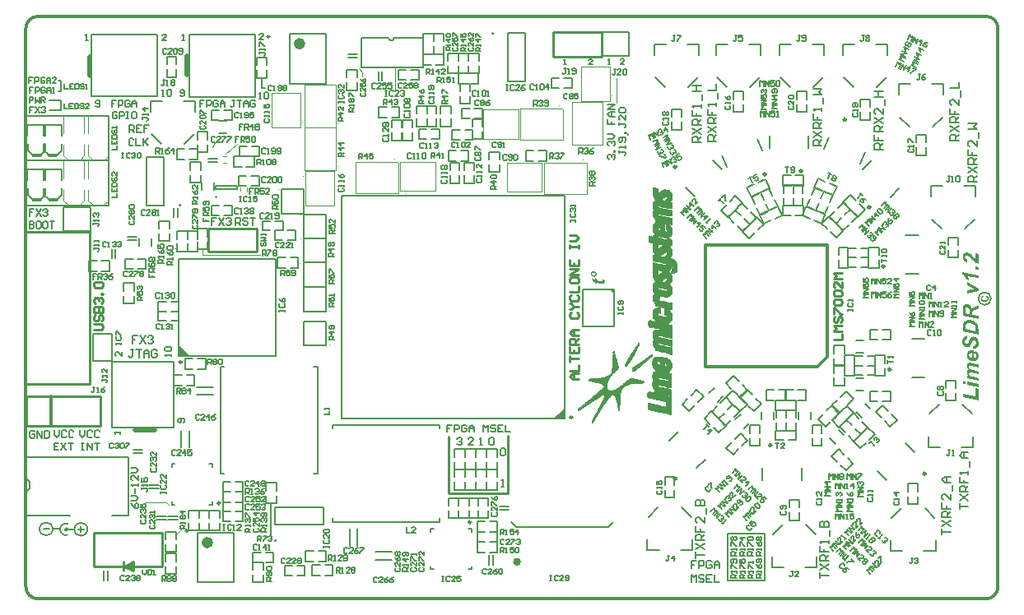
<source format=gto>
G04 Layer_Color=65535*
%FSLAX44Y44*%
%MOMM*%
G71*
G01*
G75*
%ADD11C,0.2000*%
%ADD12C,0.1900*%
%ADD16C,0.1500*%
%ADD17C,0.3000*%
%ADD96C,0.5000*%
%ADD97C,0.4000*%
%ADD98C,0.1000*%
%ADD99C,0.2500*%
%ADD100C,0.3500*%
%ADD101C,0.6000*%
%ADD158C,0.1700*%
%ADD166C,0.1270*%
%ADD167C,0.2540*%
%ADD168C,0.0254*%
%ADD169C,0.0260*%
%ADD170C,0.1800*%
G36*
X970888Y243138D02*
X971096Y243115D01*
X971374Y243091D01*
X971744Y243022D01*
X972183Y242953D01*
X972692Y242837D01*
X979750Y241310D01*
Y238209D01*
X972692Y239713D01*
X972669D01*
X972623Y239736D01*
X972577D01*
X972484Y239759D01*
X972253Y239806D01*
X971998Y239852D01*
X971744Y239898D01*
X971489Y239944D01*
X971304Y239991D01*
X971096D01*
X971027Y239968D01*
X970911Y239944D01*
X970656Y239875D01*
X970540Y239783D01*
X970425Y239690D01*
X970402Y239667D01*
X970379Y239644D01*
X970332Y239574D01*
X970263Y239482D01*
X970217Y239366D01*
X970170Y239204D01*
X970147Y239042D01*
X970124Y238834D01*
Y238811D01*
Y238787D01*
Y238718D01*
X970147Y238626D01*
X970193Y238394D01*
X970286Y238116D01*
X970425Y237792D01*
X970656Y237422D01*
X970795Y237237D01*
X970957Y237052D01*
X971142Y236890D01*
X971374Y236705D01*
X971420Y236682D01*
X971466Y236635D01*
X971535Y236589D01*
X971651Y236543D01*
X971767Y236474D01*
X971929Y236381D01*
X972091Y236312D01*
X972299Y236219D01*
X972531Y236126D01*
X972785Y236034D01*
X973063Y235941D01*
X973363Y235826D01*
X973711Y235733D01*
X974081Y235641D01*
X974497Y235548D01*
X979750Y234437D01*
Y231337D01*
X972762Y232794D01*
X972739D01*
X972716Y232817D01*
X972554Y232841D01*
X972345Y232887D01*
X972114Y232933D01*
X971836Y232980D01*
X971582Y233003D01*
X971350Y233049D01*
X971119D01*
X971027Y233026D01*
X970911Y233003D01*
X970679Y232910D01*
X970540Y232841D01*
X970425Y232725D01*
X970402Y232702D01*
X970379Y232679D01*
X970332Y232609D01*
X970263Y232517D01*
X970217Y232378D01*
X970170Y232239D01*
X970147Y232077D01*
X970124Y231869D01*
Y231846D01*
Y231776D01*
X970147Y231684D01*
X970170Y231545D01*
X970193Y231383D01*
X970263Y231198D01*
X970332Y231013D01*
X970448Y230804D01*
X970471Y230781D01*
X970494Y230712D01*
X970564Y230596D01*
X970656Y230480D01*
X970772Y230319D01*
X970934Y230156D01*
X971096Y229995D01*
X971281Y229832D01*
X971304Y229809D01*
X971374Y229763D01*
X971489Y229694D01*
X971651Y229601D01*
X971836Y229485D01*
X972091Y229370D01*
X972345Y229254D01*
X972646Y229138D01*
X972669D01*
X972739Y229115D01*
X972855Y229069D01*
X973016Y229023D01*
X973248Y228976D01*
X973572Y228884D01*
X973942Y228791D01*
X974173Y228745D01*
X974428Y228676D01*
X979750Y227565D01*
Y224464D01*
X968134Y226894D01*
Y229832D01*
X969546Y229555D01*
X969522Y229578D01*
X969476Y229624D01*
X969384Y229717D01*
X969291Y229856D01*
X969152Y230018D01*
X969013Y230203D01*
X968875Y230411D01*
X968712Y230666D01*
X968412Y231221D01*
X968134Y231822D01*
X968042Y232170D01*
X967949Y232494D01*
X967903Y232864D01*
X967879Y233211D01*
Y233234D01*
Y233280D01*
Y233327D01*
Y233419D01*
X967903Y233674D01*
X967949Y233951D01*
X968018Y234275D01*
X968111Y234622D01*
X968250Y234946D01*
X968435Y235224D01*
X968458Y235247D01*
X968527Y235340D01*
X968666Y235455D01*
X968828Y235617D01*
X969036Y235756D01*
X969314Y235918D01*
X969592Y236057D01*
X969939Y236150D01*
X969893Y236173D01*
X969800Y236265D01*
X969638Y236404D01*
X969430Y236589D01*
X969198Y236844D01*
X968967Y237121D01*
X968712Y237468D01*
X968481Y237862D01*
Y237885D01*
X968458Y237908D01*
X968435Y237978D01*
X968389Y238070D01*
X968296Y238278D01*
X968180Y238579D01*
X968065Y238926D01*
X967972Y239343D01*
X967903Y239759D01*
X967879Y240222D01*
Y240245D01*
Y240292D01*
Y240361D01*
Y240453D01*
X967926Y240708D01*
X967972Y241009D01*
X968065Y241356D01*
X968203Y241726D01*
X968389Y242073D01*
X968643Y242374D01*
X968666Y242397D01*
X968782Y242490D01*
X968944Y242629D01*
X969175Y242768D01*
X969453Y242906D01*
X969777Y243045D01*
X970170Y243138D01*
X970610Y243161D01*
X970726D01*
X970888Y243138D01*
D02*
G37*
G36*
X966561Y224210D02*
Y221086D01*
X963737Y221688D01*
Y224788D01*
X966561Y224210D01*
D02*
G37*
G36*
X979750Y221433D02*
Y218332D01*
X968134Y220762D01*
Y223886D01*
X979750Y221433D01*
D02*
G37*
G36*
X970818Y287126D02*
X971050D01*
X971304Y287103D01*
X971605Y287056D01*
X971929Y287033D01*
X972276Y286964D01*
X972646Y286917D01*
X973410Y286732D01*
X974197Y286478D01*
X974590Y286339D01*
X974983Y286154D01*
X975006D01*
X975076Y286108D01*
X975168Y286061D01*
X975307Y285969D01*
X975492Y285876D01*
X975677Y285760D01*
X976140Y285460D01*
X976649Y285113D01*
X977181Y284673D01*
X977691Y284187D01*
X978176Y283655D01*
Y283632D01*
X978223Y283608D01*
X978269Y283539D01*
X978315Y283447D01*
X978408Y283331D01*
X978477Y283192D01*
X978686Y282845D01*
X978894Y282428D01*
X979125Y281919D01*
X979333Y281341D01*
X979519Y280693D01*
Y280647D01*
X979542Y280577D01*
X979565Y280508D01*
Y280392D01*
X979588Y280253D01*
X979611Y280091D01*
X979634Y279906D01*
X979658Y279698D01*
X979681Y279466D01*
X979704Y279212D01*
Y278911D01*
X979727Y278610D01*
X979750Y278263D01*
Y277916D01*
Y277523D01*
Y271877D01*
X963737Y275232D01*
Y279536D01*
Y279559D01*
Y279605D01*
Y279698D01*
Y279837D01*
Y279976D01*
Y280138D01*
Y280508D01*
X963761Y280901D01*
Y281295D01*
X963784Y281618D01*
Y281734D01*
X963807Y281850D01*
Y281873D01*
Y281896D01*
X963830Y282012D01*
X963853Y282197D01*
X963900Y282451D01*
X963946Y282729D01*
X964015Y283030D01*
X964223Y283632D01*
X964247Y283678D01*
X964270Y283771D01*
X964339Y283909D01*
X964432Y284118D01*
X964571Y284326D01*
X964709Y284580D01*
X964871Y284812D01*
X965080Y285066D01*
X965103Y285089D01*
X965172Y285182D01*
X965288Y285298D01*
X965450Y285460D01*
X965635Y285622D01*
X965866Y285807D01*
X966121Y285992D01*
X966399Y286177D01*
X966422Y286200D01*
X966537Y286246D01*
X966699Y286339D01*
X966908Y286432D01*
X967162Y286547D01*
X967463Y286686D01*
X967810Y286802D01*
X968180Y286894D01*
X968227Y286917D01*
X968365Y286941D01*
X968574Y286987D01*
X968828Y287033D01*
X969152Y287079D01*
X969546Y287103D01*
X969939Y287149D01*
X970633D01*
X970818Y287126D01*
D02*
G37*
G36*
X968435Y267989D02*
X968389D01*
X968250Y267966D01*
X968042Y267897D01*
X967787Y267827D01*
X967509Y267712D01*
X967208Y267573D01*
X966931Y267388D01*
X966676Y267133D01*
X966653Y267110D01*
X966584Y266994D01*
X966468Y266832D01*
X966352Y266601D01*
X966260Y266323D01*
X966144Y265953D01*
X966075Y265513D01*
X966051Y265028D01*
Y265004D01*
Y264958D01*
Y264889D01*
Y264796D01*
X966075Y264565D01*
X966121Y264264D01*
X966167Y263963D01*
X966260Y263639D01*
X966375Y263338D01*
X966537Y263084D01*
X966561Y263061D01*
X966630Y262991D01*
X966722Y262899D01*
X966861Y262806D01*
X967047Y262691D01*
X967255Y262598D01*
X967509Y262528D01*
X967764Y262505D01*
X967879D01*
X967995Y262528D01*
X968157Y262575D01*
X968342Y262644D01*
X968527Y262737D01*
X968712Y262852D01*
X968898Y263038D01*
X968921Y263061D01*
X968990Y263153D01*
X969083Y263292D01*
X969222Y263524D01*
X969314Y263685D01*
X969407Y263848D01*
X969522Y264033D01*
X969638Y264264D01*
X969754Y264495D01*
X969893Y264773D01*
X970032Y265074D01*
X970170Y265398D01*
X970193Y265421D01*
X970217Y265513D01*
X970286Y265652D01*
X970355Y265837D01*
X970471Y266069D01*
X970587Y266323D01*
X970864Y266879D01*
X971165Y267480D01*
X971489Y268059D01*
X971651Y268337D01*
X971813Y268568D01*
X971975Y268776D01*
X972114Y268938D01*
X972137Y268961D01*
X972160Y268984D01*
X972230Y269054D01*
X972299Y269123D01*
X972554Y269308D01*
X972878Y269517D01*
X973271Y269725D01*
X973757Y269887D01*
X974312Y270026D01*
X974590Y270049D01*
X974914Y270072D01*
X975122D01*
X975261Y270049D01*
X975446Y270026D01*
X975677Y269979D01*
X975909Y269933D01*
X976163Y269864D01*
X976441Y269771D01*
X976742Y269655D01*
X977043Y269517D01*
X977344Y269355D01*
X977644Y269170D01*
X977968Y268938D01*
X978246Y268684D01*
X978547Y268383D01*
X978570Y268360D01*
X978616Y268313D01*
X978686Y268198D01*
X978778Y268082D01*
X978894Y267897D01*
X979033Y267689D01*
X979148Y267457D01*
X979287Y267156D01*
X979449Y266856D01*
X979565Y266509D01*
X979704Y266115D01*
X979819Y265699D01*
X979912Y265259D01*
X979981Y264773D01*
X980028Y264264D01*
X980051Y263709D01*
Y263685D01*
Y263616D01*
Y263500D01*
Y263361D01*
X980028Y263176D01*
X980005Y262968D01*
Y262737D01*
X979958Y262482D01*
X979889Y261927D01*
X979773Y261325D01*
X979611Y260700D01*
X979380Y260122D01*
Y260099D01*
X979357Y260053D01*
X979310Y259983D01*
X979241Y259867D01*
X979102Y259613D01*
X978871Y259289D01*
X978616Y258942D01*
X978269Y258595D01*
X977899Y258271D01*
X977459Y257993D01*
X977436D01*
X977413Y257970D01*
X977344Y257947D01*
X977228Y257901D01*
X977112Y257854D01*
X976973Y257808D01*
X976626Y257692D01*
X976210Y257577D01*
X975724Y257484D01*
X975191Y257438D01*
X974613Y257415D01*
X974428Y260562D01*
X974567D01*
X974659Y260585D01*
X974937Y260608D01*
X975238Y260654D01*
X975585Y260700D01*
X975932Y260793D01*
X976233Y260909D01*
X976464Y261071D01*
X976510Y261117D01*
X976603Y261210D01*
X976719Y261395D01*
X976881Y261672D01*
X976950Y261834D01*
X977043Y262043D01*
X977112Y262251D01*
X977158Y262505D01*
X977228Y262760D01*
X977251Y263061D01*
X977297Y263385D01*
Y263732D01*
Y263755D01*
Y263801D01*
Y263894D01*
Y263986D01*
X977274Y264125D01*
Y264287D01*
X977228Y264634D01*
X977158Y265004D01*
X977043Y265398D01*
X976904Y265768D01*
X976719Y266069D01*
X976696Y266092D01*
X976626Y266185D01*
X976487Y266300D01*
X976325Y266439D01*
X976117Y266578D01*
X975886Y266694D01*
X975631Y266786D01*
X975330Y266809D01*
X975215D01*
X975076Y266786D01*
X974914Y266740D01*
X974729Y266670D01*
X974520Y266555D01*
X974312Y266416D01*
X974127Y266208D01*
X974104Y266185D01*
X974058Y266115D01*
X973965Y265976D01*
X973849Y265768D01*
X973757Y265629D01*
X973664Y265467D01*
X973572Y265282D01*
X973479Y265074D01*
X973363Y264819D01*
X973225Y264565D01*
X973086Y264241D01*
X972947Y263917D01*
Y263894D01*
X972901Y263824D01*
X972878Y263732D01*
X972808Y263616D01*
X972739Y263454D01*
X972669Y263269D01*
X972484Y262876D01*
X972253Y262436D01*
X972045Y261973D01*
X971813Y261557D01*
X971697Y261348D01*
X971605Y261186D01*
X971582Y261140D01*
X971512Y261048D01*
X971374Y260886D01*
X971212Y260700D01*
X971027Y260492D01*
X970772Y260261D01*
X970494Y260053D01*
X970193Y259844D01*
X970147Y259821D01*
X970032Y259775D01*
X969846Y259682D01*
X969615Y259613D01*
X969314Y259520D01*
X968967Y259428D01*
X968574Y259382D01*
X968157Y259358D01*
X967949D01*
X967810Y259382D01*
X967648Y259405D01*
X967440Y259428D01*
X967208Y259474D01*
X966977Y259543D01*
X966445Y259706D01*
X966167Y259844D01*
X965866Y259983D01*
X965589Y260145D01*
X965311Y260330D01*
X965033Y260562D01*
X964779Y260816D01*
X964756Y260839D01*
X964709Y260886D01*
X964663Y260978D01*
X964571Y261094D01*
X964478Y261233D01*
X964362Y261418D01*
X964223Y261649D01*
X964108Y261904D01*
X963992Y262181D01*
X963853Y262482D01*
X963737Y262829D01*
X963645Y263223D01*
X963552Y263639D01*
X963483Y264079D01*
X963460Y264542D01*
X963437Y265051D01*
Y265074D01*
Y265166D01*
Y265328D01*
X963460Y265513D01*
X963483Y265745D01*
X963506Y266023D01*
X963552Y266323D01*
X963599Y266647D01*
X963761Y267365D01*
X963876Y267735D01*
X963992Y268082D01*
X964154Y268452D01*
X964339Y268799D01*
X964547Y269123D01*
X964779Y269424D01*
X964802Y269447D01*
X964848Y269494D01*
X964918Y269563D01*
X965010Y269679D01*
X965149Y269794D01*
X965311Y269933D01*
X965496Y270072D01*
X965704Y270211D01*
X965959Y270373D01*
X966214Y270535D01*
X966514Y270674D01*
X966815Y270812D01*
X967162Y270928D01*
X967509Y271021D01*
X967903Y271090D01*
X968296Y271136D01*
X968435Y267989D01*
D02*
G37*
G36*
X973572Y255957D02*
X973896Y255934D01*
X974243Y255888D01*
X974937Y255749D01*
Y247881D01*
X975053D01*
X975145Y247858D01*
X975423D01*
X975631Y247904D01*
X975909Y247951D01*
X976210Y248020D01*
X976510Y248136D01*
X976834Y248298D01*
X977112Y248506D01*
X977135Y248529D01*
X977228Y248622D01*
X977320Y248761D01*
X977459Y248969D01*
X977575Y249200D01*
X977691Y249478D01*
X977783Y249802D01*
X977806Y250149D01*
Y250172D01*
Y250218D01*
Y250311D01*
X977783Y250403D01*
X977760Y250542D01*
X977714Y250704D01*
X977598Y251051D01*
X977529Y251236D01*
X977413Y251445D01*
X977274Y251653D01*
X977112Y251838D01*
X976927Y252046D01*
X976719Y252255D01*
X976464Y252440D01*
X976187Y252602D01*
X976649Y255402D01*
X976673D01*
X976719Y255355D01*
X976811Y255309D01*
X976927Y255240D01*
X977066Y255170D01*
X977228Y255054D01*
X977621Y254823D01*
X978038Y254499D01*
X978454Y254106D01*
X978871Y253666D01*
X979218Y253180D01*
Y253157D01*
X979264Y253111D01*
X979287Y253041D01*
X979357Y252949D01*
X979403Y252810D01*
X979472Y252671D01*
X979634Y252278D01*
X979796Y251838D01*
X979912Y251306D01*
X980005Y250751D01*
X980051Y250126D01*
Y250103D01*
Y250033D01*
Y249894D01*
X980028Y249732D01*
X980005Y249524D01*
X979981Y249293D01*
X979935Y249038D01*
X979866Y248761D01*
X979681Y248159D01*
X979565Y247835D01*
X979426Y247511D01*
X979264Y247210D01*
X979056Y246886D01*
X978824Y246586D01*
X978570Y246308D01*
X978547Y246285D01*
X978501Y246238D01*
X978408Y246169D01*
X978292Y246076D01*
X978153Y245961D01*
X977968Y245845D01*
X977760Y245706D01*
X977529Y245590D01*
X977251Y245452D01*
X976973Y245313D01*
X976649Y245197D01*
X976302Y245081D01*
X975932Y244989D01*
X975516Y244919D01*
X975099Y244873D01*
X974659Y244850D01*
X974428D01*
X974266Y244873D01*
X974058Y244896D01*
X973803Y244919D01*
X973525Y244966D01*
X973225Y245012D01*
X972577Y245174D01*
X972230Y245290D01*
X971860Y245405D01*
X971489Y245567D01*
X971119Y245729D01*
X970749Y245938D01*
X970402Y246169D01*
X970379Y246192D01*
X970286Y246262D01*
X970170Y246354D01*
X970008Y246493D01*
X969823Y246701D01*
X969592Y246909D01*
X969384Y247187D01*
X969129Y247488D01*
X968898Y247835D01*
X968666Y248228D01*
X968458Y248645D01*
X968273Y249108D01*
X968111Y249594D01*
X967995Y250126D01*
X967903Y250704D01*
X967879Y251306D01*
Y251329D01*
Y251399D01*
Y251514D01*
X967903Y251653D01*
X967926Y251838D01*
X967949Y252046D01*
X967995Y252278D01*
X968042Y252532D01*
X968203Y253088D01*
X968296Y253365D01*
X968435Y253643D01*
X968597Y253921D01*
X968759Y254198D01*
X968967Y254453D01*
X969198Y254707D01*
X969222Y254730D01*
X969268Y254754D01*
X969337Y254823D01*
X969430Y254916D01*
X969569Y255008D01*
X969731Y255101D01*
X969939Y255217D01*
X970147Y255355D01*
X970402Y255471D01*
X970679Y255587D01*
X970980Y255679D01*
X971327Y255772D01*
X971674Y255864D01*
X972068Y255934D01*
X972461Y255957D01*
X972901Y255980D01*
X973317D01*
X973572Y255957D01*
D02*
G37*
G36*
X979750Y333289D02*
Y330142D01*
X968666Y332456D01*
X968689Y332410D01*
X968782Y332294D01*
X968898Y332086D01*
X969060Y331808D01*
X969245Y331484D01*
X969430Y331091D01*
X969638Y330651D01*
X969846Y330188D01*
Y330165D01*
X969870Y330142D01*
X969893Y330073D01*
X969939Y329980D01*
X970008Y329726D01*
X970124Y329425D01*
X970240Y329078D01*
X970355Y328684D01*
X970471Y328314D01*
X970564Y327921D01*
X967764Y328522D01*
Y328546D01*
X967741Y328569D01*
X967694Y328708D01*
X967579Y328916D01*
X967440Y329193D01*
X967278Y329518D01*
X967093Y329911D01*
X966861Y330350D01*
X966584Y330813D01*
X966306Y331299D01*
X965982Y331808D01*
X965635Y332341D01*
X965288Y332850D01*
X964894Y333359D01*
X964501Y333868D01*
X964085Y334330D01*
X963645Y334770D01*
Y336668D01*
X979750Y333289D01*
D02*
G37*
G36*
Y319498D02*
Y316814D01*
X968134Y314500D01*
Y317577D01*
X973225Y318364D01*
X973248D01*
X973317Y318387D01*
X973410D01*
X973549Y318410D01*
X973711Y318434D01*
X973919Y318480D01*
X974335Y318549D01*
X974798Y318619D01*
X975238Y318688D01*
X975631Y318734D01*
X975793Y318758D01*
X975932Y318781D01*
X975886Y318804D01*
X975816Y318850D01*
X975701Y318920D01*
X975516Y319012D01*
X975284Y319151D01*
X974960Y319313D01*
X974752Y319429D01*
X974544Y319544D01*
X974520D01*
X974497Y319568D01*
X974359Y319660D01*
X974150Y319776D01*
X973896Y319915D01*
X973641Y320053D01*
X973410Y320192D01*
X973202Y320308D01*
X973063Y320377D01*
X968134Y323270D01*
Y326648D01*
X979750Y319498D01*
D02*
G37*
G36*
X987952Y312421D02*
X988019Y312399D01*
X988108Y312365D01*
X988208Y312321D01*
X988330Y312277D01*
X988463Y312221D01*
X988607Y312155D01*
X988907Y311999D01*
X989218Y311799D01*
X989517Y311555D01*
X989651Y311422D01*
X989773Y311278D01*
X989784Y311267D01*
X989795Y311244D01*
X989828Y311200D01*
X989873Y311133D01*
X989917Y311056D01*
X989961Y310956D01*
X990017Y310845D01*
X990072Y310723D01*
X990139Y310578D01*
X990194Y310423D01*
X990239Y310257D01*
X990283Y310079D01*
X990328Y309890D01*
X990361Y309679D01*
X990372Y309468D01*
X990383Y309235D01*
Y309213D01*
Y309169D01*
X990372Y309091D01*
X990361Y308980D01*
X990350Y308858D01*
X990328Y308703D01*
X990294Y308536D01*
X990250Y308347D01*
X990194Y308159D01*
X990128Y307959D01*
X990039Y307748D01*
X989939Y307537D01*
X989828Y307326D01*
X989684Y307115D01*
X989529Y306915D01*
X989340Y306727D01*
X989329Y306716D01*
X989295Y306682D01*
X989229Y306638D01*
X989151Y306571D01*
X989040Y306505D01*
X988918Y306416D01*
X988763Y306327D01*
X988585Y306238D01*
X988396Y306150D01*
X988185Y306061D01*
X987941Y305972D01*
X987686Y305905D01*
X987420Y305839D01*
X987120Y305794D01*
X986809Y305761D01*
X986476Y305750D01*
X986387D01*
X986287Y305761D01*
X986154D01*
X985999Y305783D01*
X985810Y305805D01*
X985610Y305828D01*
X985377Y305872D01*
X985144Y305928D01*
X984900Y305994D01*
X984656Y306072D01*
X984400Y306172D01*
X984156Y306283D01*
X983923Y306416D01*
X983701Y306560D01*
X983490Y306738D01*
X983479Y306749D01*
X983446Y306782D01*
X983390Y306838D01*
X983324Y306915D01*
X983246Y307015D01*
X983157Y307137D01*
X983057Y307271D01*
X982957Y307437D01*
X982858Y307615D01*
X982758Y307803D01*
X982669Y308025D01*
X982591Y308247D01*
X982524Y308503D01*
X982469Y308758D01*
X982436Y309047D01*
X982425Y309335D01*
Y309346D01*
Y309402D01*
Y309468D01*
X982436Y309568D01*
X982447Y309690D01*
X982469Y309824D01*
X982491Y309979D01*
X982524Y310145D01*
X982569Y310323D01*
X982624Y310512D01*
X982691Y310700D01*
X982780Y310900D01*
X982869Y311089D01*
X982980Y311267D01*
X983113Y311455D01*
X983257Y311622D01*
Y311633D01*
X983279Y311644D01*
X983313Y311677D01*
X983346Y311711D01*
X983401Y311755D01*
X983468Y311799D01*
X983623Y311921D01*
X983823Y312043D01*
X984067Y312177D01*
X984345Y312299D01*
X984667Y312410D01*
X985033Y310878D01*
X985022D01*
X985011Y310867D01*
X984978D01*
X984933Y310845D01*
X984833Y310812D01*
X984700Y310756D01*
X984545Y310678D01*
X984389Y310578D01*
X984234Y310445D01*
X984101Y310301D01*
X984090Y310279D01*
X984045Y310223D01*
X983990Y310134D01*
X983923Y310012D01*
X983857Y309857D01*
X983801Y309679D01*
X983757Y309480D01*
X983745Y309258D01*
Y309246D01*
Y309224D01*
Y309180D01*
X983757Y309113D01*
X983768Y309047D01*
X983779Y308958D01*
X983823Y308769D01*
X983901Y308547D01*
X984012Y308314D01*
X984079Y308192D01*
X984156Y308081D01*
X984256Y307970D01*
X984367Y307870D01*
X984378D01*
X984400Y307848D01*
X984434Y307826D01*
X984489Y307792D01*
X984556Y307748D01*
X984633Y307703D01*
X984733Y307659D01*
X984844Y307615D01*
X984978Y307559D01*
X985122Y307515D01*
X985288Y307470D01*
X985466Y307426D01*
X985666Y307393D01*
X985877Y307370D01*
X986110Y307359D01*
X986365Y307348D01*
X986509D01*
X986598Y307359D01*
X986720D01*
X986864Y307382D01*
X987009Y307393D01*
X987175Y307415D01*
X987519Y307481D01*
X987863Y307570D01*
X988030Y307626D01*
X988185Y307703D01*
X988330Y307781D01*
X988452Y307870D01*
X988463Y307881D01*
X988474Y307892D01*
X988507Y307925D01*
X988552Y307970D01*
X988641Y308081D01*
X988752Y308236D01*
X988874Y308425D01*
X988962Y308658D01*
X989040Y308925D01*
X989051Y309069D01*
X989062Y309224D01*
Y309235D01*
Y309246D01*
Y309280D01*
X989051Y309324D01*
X989040Y309446D01*
X989018Y309590D01*
X988962Y309746D01*
X988896Y309923D01*
X988807Y310101D01*
X988674Y310279D01*
X988652Y310301D01*
X988596Y310356D01*
X988507Y310434D01*
X988374Y310523D01*
X988196Y310634D01*
X987986Y310734D01*
X987730Y310834D01*
X987431Y310923D01*
X987897Y312432D01*
X987908D01*
X987952Y312421D01*
D02*
G37*
G36*
X979750Y216227D02*
Y204749D01*
X963737Y208105D01*
Y211390D01*
X977066Y208591D01*
Y216782D01*
X979750Y216227D01*
D02*
G37*
G36*
X968296Y356683D02*
X968550Y356660D01*
X968828Y356614D01*
X969152Y356544D01*
X969499Y356452D01*
X969870Y356313D01*
X969916Y356290D01*
X970031Y356244D01*
X970217Y356151D01*
X970471Y356012D01*
X970772Y355827D01*
X971119Y355596D01*
X971489Y355341D01*
X971883Y355017D01*
X971906Y354994D01*
X972021Y354901D01*
X972183Y354739D01*
X972415Y354508D01*
X972716Y354207D01*
X973086Y353837D01*
X973502Y353397D01*
X973988Y352888D01*
X974011Y352865D01*
X974058Y352819D01*
X974104Y352749D01*
X974196Y352657D01*
X974428Y352402D01*
X974729Y352102D01*
X975030Y351778D01*
X975330Y351454D01*
X975608Y351176D01*
X975839Y350945D01*
X975863Y350921D01*
X975932Y350875D01*
X976024Y350783D01*
X976140Y350667D01*
X976302Y350528D01*
X976487Y350389D01*
X976881Y350065D01*
Y355619D01*
X979750Y355017D01*
Y345299D01*
X979704D01*
X979634Y345322D01*
X979542D01*
X979310Y345368D01*
X979033Y345437D01*
X978686Y345530D01*
X978315Y345646D01*
X977899Y345784D01*
X977505Y345970D01*
X977482D01*
X977459Y345993D01*
X977320Y346062D01*
X977112Y346178D01*
X976858Y346340D01*
X976557Y346548D01*
X976233Y346779D01*
X975886Y347034D01*
X975539Y347312D01*
X975492Y347358D01*
X975353Y347474D01*
X975261Y347566D01*
X975145Y347682D01*
X974983Y347821D01*
X974821Y347983D01*
X974613Y348168D01*
X974405Y348399D01*
X974150Y348631D01*
X973896Y348908D01*
X973595Y349209D01*
X973271Y349533D01*
X972924Y349880D01*
X972554Y350274D01*
X972531Y350297D01*
X972484Y350343D01*
X972415Y350435D01*
X972299Y350528D01*
X972045Y350806D01*
X971721Y351130D01*
X971374Y351477D01*
X971050Y351824D01*
X970749Y352102D01*
X970633Y352217D01*
X970540Y352310D01*
X970494Y352333D01*
X970402Y352425D01*
X970240Y352564D01*
X970031Y352726D01*
X969800Y352911D01*
X969546Y353073D01*
X969291Y353235D01*
X969060Y353351D01*
X969036Y353374D01*
X968944Y353397D01*
X968828Y353444D01*
X968689Y353513D01*
X968504Y353559D01*
X968319Y353606D01*
X968111Y353629D01*
X967926Y353652D01*
X967787D01*
X967648Y353629D01*
X967463Y353582D01*
X967255Y353536D01*
X967023Y353444D01*
X966815Y353328D01*
X966607Y353166D01*
X966584Y353143D01*
X966537Y353073D01*
X966445Y352981D01*
X966352Y352842D01*
X966260Y352657D01*
X966167Y352449D01*
X966121Y352217D01*
X966098Y351963D01*
Y351940D01*
Y351847D01*
X966121Y351708D01*
X966167Y351523D01*
X966237Y351315D01*
X966352Y351106D01*
X966491Y350875D01*
X966676Y350667D01*
X966699Y350644D01*
X966792Y350574D01*
X966931Y350482D01*
X967139Y350366D01*
X967417Y350227D01*
X967764Y350088D01*
X968180Y349949D01*
X968689Y349834D01*
X968250Y346779D01*
X968227D01*
X968157Y346803D01*
X968041Y346826D01*
X967879Y346849D01*
X967694Y346918D01*
X967486Y346965D01*
X967255Y347034D01*
X967000Y347127D01*
X966445Y347358D01*
X965866Y347659D01*
X965334Y348029D01*
X965080Y348260D01*
X964848Y348492D01*
X964825Y348515D01*
X964802Y348561D01*
X964733Y348631D01*
X964663Y348746D01*
X964570Y348862D01*
X964478Y349024D01*
X964362Y349209D01*
X964247Y349440D01*
X964131Y349672D01*
X964015Y349926D01*
X963830Y350505D01*
X963691Y351153D01*
X963668Y351523D01*
X963645Y351893D01*
Y351916D01*
Y351986D01*
Y352102D01*
X963668Y352263D01*
X963691Y352449D01*
X963714Y352680D01*
X963737Y352911D01*
X963807Y353166D01*
X963946Y353744D01*
X964154Y354323D01*
X964293Y354624D01*
X964455Y354901D01*
X964663Y355156D01*
X964871Y355410D01*
X964894Y355434D01*
X964918Y355457D01*
X964987Y355526D01*
X965080Y355619D01*
X965218Y355711D01*
X965357Y355827D01*
X965519Y355943D01*
X965704Y356058D01*
X966144Y356290D01*
X966676Y356498D01*
X967278Y356660D01*
X967602Y356683D01*
X967949Y356706D01*
X968111D01*
X968296Y356683D01*
D02*
G37*
G36*
X979750Y341828D02*
Y338727D01*
X976719Y339329D01*
Y342429D01*
X979750Y341828D01*
D02*
G37*
G36*
X20250Y422250D02*
Y415750D01*
X18500D01*
Y422250D01*
Y423000D01*
X20250D01*
Y422250D01*
D02*
G37*
G36*
X584047Y337522D02*
X584170Y337511D01*
X584303Y337489D01*
X584458Y337455D01*
X584625Y337422D01*
X584802Y337378D01*
X584991Y337322D01*
X585191Y337256D01*
X585379Y337167D01*
X585579Y337067D01*
X585779Y336956D01*
X585979Y336823D01*
X586167Y336667D01*
X586179Y336656D01*
X586212Y336623D01*
X586256Y336578D01*
X586323Y336512D01*
X586390Y336423D01*
X586478Y336312D01*
X586567Y336190D01*
X586656Y336057D01*
X586745Y335890D01*
X586833Y335724D01*
X586922Y335535D01*
X586989Y335324D01*
X587056Y335102D01*
X587100Y334869D01*
X587133Y334614D01*
X587144Y334347D01*
Y334336D01*
Y334314D01*
Y334270D01*
Y334214D01*
X587133Y334148D01*
X587122Y334070D01*
X587100Y333881D01*
X587067Y333659D01*
X587011Y333426D01*
X586933Y333182D01*
X586833Y332949D01*
Y332938D01*
X586822Y332927D01*
X586800Y332893D01*
X586778Y332849D01*
X586700Y332738D01*
X586600Y332605D01*
X586478Y332460D01*
X586323Y332305D01*
X586145Y332161D01*
X585946Y332039D01*
X585934D01*
X585923Y332028D01*
X585890Y332016D01*
X585846Y331994D01*
X585723Y331950D01*
X585568Y331894D01*
X585391Y331839D01*
X585180Y331794D01*
X584947Y331761D01*
X584702Y331750D01*
X584636D01*
X584558Y331761D01*
X584447D01*
X584314Y331772D01*
X584170Y331794D01*
X583992Y331828D01*
X583814Y331861D01*
X583626Y331905D01*
X583426Y331961D01*
X583215Y332028D01*
X583015Y332116D01*
X582804Y332216D01*
X582604Y332327D01*
X582416Y332460D01*
X582238Y332616D01*
X582227Y332627D01*
X582194Y332660D01*
X582149Y332705D01*
X582094Y332771D01*
X582016Y332860D01*
X581939Y332971D01*
X581861Y333093D01*
X581772Y333237D01*
X581683Y333393D01*
X581605Y333559D01*
X581517Y333748D01*
X581450Y333959D01*
X581395Y334170D01*
X581350Y334403D01*
X581317Y334658D01*
X581306Y334913D01*
Y334925D01*
Y334969D01*
Y335036D01*
X581317Y335113D01*
X581328Y335224D01*
X581339Y335335D01*
X581361Y335468D01*
X581395Y335613D01*
X581472Y335924D01*
X581528Y336079D01*
X581594Y336245D01*
X581672Y336401D01*
X581772Y336556D01*
X581872Y336701D01*
X581994Y336834D01*
X582005Y336845D01*
X582027Y336867D01*
X582061Y336900D01*
X582116Y336945D01*
X582183Y337000D01*
X582271Y337056D01*
X582360Y337122D01*
X582471Y337189D01*
X582604Y337244D01*
X582738Y337311D01*
X582893Y337366D01*
X583049Y337422D01*
X583226Y337466D01*
X583415Y337500D01*
X583615Y337522D01*
X583825Y337533D01*
X583959D01*
X584047Y337522D01*
D02*
G37*
G36*
X167500Y250250D02*
X157500D01*
Y260250D01*
X167500Y250250D01*
D02*
G37*
G36*
X554500Y185500D02*
X544500D01*
X554500Y195500D01*
Y185500D01*
D02*
G37*
G36*
X587366Y329952D02*
Y328340D01*
X591485Y327485D01*
X591524D01*
X591583Y327465D01*
X591660Y327446D01*
X591835Y327407D01*
X592049Y327368D01*
X592282Y327329D01*
X592477Y327290D01*
X592651Y327271D01*
X592710Y327252D01*
X592787D01*
X592923Y327271D01*
X593059Y327329D01*
X593215Y327426D01*
Y327446D01*
X593234Y327465D01*
X593273Y327524D01*
X593293Y327582D01*
X593331Y327679D01*
X593370Y327815D01*
X593390Y327971D01*
Y328145D01*
Y328184D01*
Y328242D01*
X593370Y328320D01*
Y328437D01*
X593351Y328592D01*
X593331Y328787D01*
X593312Y329020D01*
X595255Y328612D01*
Y328573D01*
X595275Y328495D01*
X595294Y328359D01*
X595333Y328184D01*
X595352Y327971D01*
X595391Y327737D01*
X595411Y327213D01*
Y327193D01*
Y327154D01*
Y327077D01*
Y326979D01*
X595391Y326863D01*
Y326746D01*
X595352Y326435D01*
X595275Y326105D01*
X595197Y325755D01*
X595061Y325444D01*
X594886Y325172D01*
X594866Y325153D01*
X594789Y325075D01*
X594653Y324978D01*
X594497Y324861D01*
X594284Y324745D01*
X594012Y324648D01*
X593720Y324570D01*
X593370Y324551D01*
X593273D01*
X593137Y324570D01*
X592943Y324590D01*
X592807Y324609D01*
X592671Y324628D01*
X592496Y324667D01*
X592302Y324706D01*
X592088Y324745D01*
X591855Y324784D01*
X591583Y324842D01*
X591291Y324900D01*
X587366Y325736D01*
Y324434D01*
X585404Y324842D01*
Y326124D01*
X583849Y326435D01*
X582042Y329428D01*
X585404Y328748D01*
Y330360D01*
X587366Y329952D01*
D02*
G37*
G36*
X968296Y303624D02*
X968458Y303601D01*
X968666Y303578D01*
X968898Y303555D01*
X969129Y303485D01*
X969661Y303346D01*
X970240Y303138D01*
X970517Y302999D01*
X970795Y302837D01*
X971073Y302629D01*
X971327Y302421D01*
X971350Y302398D01*
X971374Y302375D01*
X971443Y302282D01*
X971535Y302189D01*
X971651Y302051D01*
X971767Y301912D01*
X971883Y301727D01*
X972021Y301495D01*
X972160Y301264D01*
X972299Y300986D01*
X972438Y300685D01*
X972577Y300338D01*
X972692Y299991D01*
X972785Y299598D01*
X972878Y299158D01*
X972947Y298718D01*
X972970Y298742D01*
X973040Y298834D01*
X973178Y298950D01*
X973340Y299112D01*
X973572Y299274D01*
X973826Y299482D01*
X974127Y299690D01*
X974451Y299899D01*
X974474Y299922D01*
X974544Y299945D01*
X974636Y300014D01*
X974798Y300084D01*
X974983Y300200D01*
X975215Y300315D01*
X975492Y300454D01*
X975816Y300616D01*
X976163Y300801D01*
X976557Y300986D01*
X976996Y301194D01*
X977482Y301403D01*
X977991Y301634D01*
X978547Y301866D01*
X979125Y302120D01*
X979750Y302375D01*
Y298834D01*
X979727D01*
X979681Y298811D01*
X979611Y298788D01*
X979495Y298742D01*
X979357Y298695D01*
X979172Y298626D01*
X978963Y298557D01*
X978709Y298464D01*
X978431Y298348D01*
X978130Y298233D01*
X977783Y298094D01*
X977413Y297932D01*
X976996Y297770D01*
X976534Y297585D01*
X976048Y297376D01*
X975539Y297145D01*
X975516D01*
X975469Y297122D01*
X975400Y297076D01*
X975284Y297029D01*
X975030Y296891D01*
X974706Y296705D01*
X974359Y296497D01*
X974011Y296266D01*
X973688Y295988D01*
X973572Y295849D01*
X973456Y295710D01*
X973433Y295687D01*
X973410Y295618D01*
X973363Y295502D01*
X973294Y295340D01*
X973225Y295109D01*
X973178Y294831D01*
X973155Y294484D01*
X973132Y294067D01*
Y292725D01*
X979750Y291337D01*
Y288074D01*
X963737Y291430D01*
Y298510D01*
Y298533D01*
Y298603D01*
Y298695D01*
Y298811D01*
Y298973D01*
X963761Y299135D01*
X963784Y299552D01*
X963830Y300014D01*
X963900Y300477D01*
X963992Y300940D01*
X964131Y301356D01*
Y301380D01*
X964154Y301403D01*
X964200Y301518D01*
X964293Y301703D01*
X964432Y301935D01*
X964640Y302213D01*
X964871Y302490D01*
X965172Y302745D01*
X965519Y302999D01*
X965566Y303022D01*
X965704Y303092D01*
X965913Y303208D01*
X966190Y303323D01*
X966537Y303439D01*
X966954Y303555D01*
X967440Y303624D01*
X967949Y303647D01*
X968134D01*
X968296Y303624D01*
D02*
G37*
G36*
X20250Y477500D02*
Y476750D01*
X18500D01*
Y477500D01*
Y488500D01*
X20250D01*
Y477500D01*
D02*
G37*
G36*
X20250Y431500D02*
Y430750D01*
X18500D01*
Y431500D01*
Y442500D01*
X20250D01*
Y431500D01*
D02*
G37*
G36*
X20250Y468250D02*
Y461750D01*
X18500D01*
Y468250D01*
Y469000D01*
X20250D01*
Y468250D01*
D02*
G37*
%LPC*%
G36*
X970286Y283840D02*
X970008D01*
X969870Y283817D01*
X969707D01*
X969314Y283771D01*
X968898Y283701D01*
X968481Y283608D01*
X968065Y283470D01*
X967718Y283284D01*
X967671Y283261D01*
X967579Y283192D01*
X967440Y283076D01*
X967255Y282914D01*
X967070Y282706D01*
X966885Y282475D01*
X966722Y282197D01*
X966584Y281896D01*
Y281873D01*
X966561Y281780D01*
X966514Y281642D01*
X966468Y281433D01*
X966445Y281156D01*
X966399Y280809D01*
X966375Y280392D01*
Y279883D01*
Y277962D01*
X977181Y275695D01*
Y277361D01*
Y277384D01*
Y277430D01*
Y277546D01*
Y277662D01*
Y277801D01*
X977158Y277986D01*
Y278379D01*
X977135Y278819D01*
X977089Y279235D01*
X977043Y279652D01*
X977020Y279837D01*
X976973Y279999D01*
X976950Y280045D01*
X976927Y280138D01*
X976858Y280300D01*
X976788Y280508D01*
X976673Y280739D01*
X976534Y280994D01*
X976348Y281248D01*
X976140Y281503D01*
Y281526D01*
X976094Y281549D01*
X975978Y281665D01*
X975770Y281850D01*
X975516Y282081D01*
X975168Y282359D01*
X974752Y282637D01*
X974289Y282914D01*
X973780Y283169D01*
X973757D01*
X973711Y283192D01*
X973618Y283238D01*
X973525Y283284D01*
X973363Y283331D01*
X973202Y283377D01*
X973016Y283447D01*
X972785Y283516D01*
X972554Y283562D01*
X972276Y283632D01*
X971674Y283747D01*
X971003Y283817D01*
X970286Y283840D01*
D02*
G37*
G36*
X973016Y253111D02*
X972507D01*
X972276Y253088D01*
X971975Y253041D01*
X971674Y252972D01*
X971350Y252856D01*
X971050Y252717D01*
X970772Y252532D01*
X970749Y252509D01*
X970679Y252417D01*
X970564Y252301D01*
X970448Y252116D01*
X970332Y251908D01*
X970217Y251630D01*
X970147Y251329D01*
X970124Y250982D01*
Y250936D01*
Y250820D01*
X970170Y250635D01*
X970217Y250403D01*
X970309Y250126D01*
X970425Y249825D01*
X970610Y249524D01*
X970864Y249223D01*
X970888Y249200D01*
X971003Y249108D01*
X971165Y248969D01*
X971420Y248807D01*
X971721Y248645D01*
X972091Y248460D01*
X972507Y248298D01*
X973016Y248182D01*
Y253111D01*
D02*
G37*
G36*
X583626Y336035D02*
X583537D01*
X583437Y336023D01*
X583315Y335990D01*
X583182Y335957D01*
X583037Y335901D01*
X582904Y335824D01*
X582771Y335713D01*
X582760Y335701D01*
X582715Y335657D01*
X582660Y335591D01*
X582604Y335502D01*
X582538Y335380D01*
X582494Y335246D01*
X582449Y335091D01*
X582438Y334913D01*
Y334891D01*
Y334836D01*
X582449Y334736D01*
X582471Y334625D01*
X582516Y334492D01*
X582571Y334347D01*
X582649Y334192D01*
X582749Y334048D01*
X582760Y334037D01*
X582804Y333981D01*
X582871Y333914D01*
X582971Y333837D01*
X583093Y333737D01*
X583248Y333637D01*
X583426Y333548D01*
X583626Y333459D01*
X583637D01*
X583648Y333448D01*
X583681Y333437D01*
X583726Y333426D01*
X583837Y333393D01*
X583970Y333359D01*
X584136Y333326D01*
X584314Y333293D01*
X584502Y333271D01*
X584680Y333260D01*
X584780D01*
X584891Y333282D01*
X585024Y333304D01*
X585180Y333337D01*
X585335Y333393D01*
X585490Y333470D01*
X585635Y333582D01*
X585646Y333593D01*
X585690Y333637D01*
X585746Y333715D01*
X585801Y333803D01*
X585868Y333926D01*
X585923Y334059D01*
X585968Y334214D01*
X585979Y334392D01*
Y334403D01*
Y334425D01*
Y334447D01*
X585968Y334492D01*
X585946Y334614D01*
X585912Y334758D01*
X585846Y334925D01*
X585757Y335091D01*
X585624Y335269D01*
X585546Y335357D01*
X585457Y335435D01*
X585446Y335446D01*
X585424Y335457D01*
X585379Y335491D01*
X585324Y335524D01*
X585246Y335579D01*
X585157Y335624D01*
X585057Y335679D01*
X584947Y335735D01*
X584813Y335790D01*
X584680Y335846D01*
X584525Y335901D01*
X584369Y335946D01*
X584014Y336012D01*
X583825Y336023D01*
X583626Y336035D01*
D02*
G37*
G36*
X967995Y300361D02*
X967856D01*
X967694Y300315D01*
X967509Y300269D01*
X967301Y300176D01*
X967093Y300061D01*
X966885Y299876D01*
X966699Y299644D01*
X966676Y299621D01*
X966653Y299552D01*
X966607Y299436D01*
X966561Y299251D01*
X966514Y298996D01*
X966468Y298649D01*
X966422Y298256D01*
Y298001D01*
Y297747D01*
Y294137D01*
X970726Y293235D01*
Y294993D01*
Y295016D01*
Y295109D01*
Y295248D01*
Y295410D01*
Y295641D01*
X970703Y295872D01*
X970679Y296428D01*
X970656Y297006D01*
X970587Y297585D01*
X970564Y297839D01*
X970517Y298094D01*
X970471Y298302D01*
X970425Y298487D01*
X970402Y298533D01*
X970355Y298626D01*
X970286Y298788D01*
X970170Y298996D01*
X970032Y299205D01*
X969870Y299436D01*
X969661Y299644D01*
X969430Y299852D01*
X969407Y299876D01*
X969314Y299922D01*
X969175Y300014D01*
X968990Y300107D01*
X968782Y300200D01*
X968550Y300292D01*
X968273Y300338D01*
X967995Y300361D01*
D02*
G37*
%LPD*%
D11*
X992755Y309250D02*
G03*
X992755Y309250I-6505J0D01*
G01*
X373250Y577500D02*
G03*
X378635Y577500I2693J0D01*
G01*
X931750Y391000D02*
X941750Y381000D01*
X965750D02*
X975750Y391000D01*
X964750Y425000D02*
X976750D01*
Y414000D02*
Y425000D01*
X930750Y414000D02*
Y425000D01*
X942750D01*
X195500Y425250D02*
X217500D01*
X195500Y422250D02*
X217500D01*
Y425250D01*
X195500Y422250D02*
Y425250D01*
X142250Y405000D02*
Y455000D01*
X124250Y405000D02*
Y455000D01*
Y405000D02*
X142250D01*
X124250Y455000D02*
X142250D01*
X176750Y17000D02*
Y68000D01*
X213750Y17000D02*
Y68000D01*
X176750D02*
X213750D01*
X176750Y17000D02*
X213750D01*
X495750Y532500D02*
X513750D01*
X495750Y582500D02*
X513750D01*
Y532500D02*
Y582500D01*
X495750Y532500D02*
Y582500D01*
X256000Y76250D02*
X306000D01*
X256000Y94250D02*
X306000D01*
X256000Y76250D02*
Y94250D01*
X306000Y76250D02*
Y94250D01*
X271500Y530750D02*
X308500D01*
X271500Y581750D02*
X308500D01*
Y530750D02*
Y581750D01*
X271500Y530750D02*
Y581750D01*
X135500Y517250D02*
Y581250D01*
X67500Y517250D02*
X135500D01*
X67500D02*
Y581250D01*
X135500D01*
X168250Y581000D02*
X236250D01*
X168250Y517000D02*
Y581000D01*
Y517000D02*
X236250D01*
Y581000D01*
X88250Y244500D02*
X152250D01*
Y176500D02*
Y244500D01*
X88250Y176500D02*
X152250D01*
X88250D02*
Y244500D01*
X296250Y239000D02*
X300000D01*
Y131000D02*
Y239000D01*
X296000Y129000D02*
X300000D01*
Y131000D01*
X200000Y129000D02*
Y131000D01*
Y129000D02*
X204000D01*
X200000Y131000D02*
Y239000D01*
X203750D01*
X188750Y139250D02*
X192000D01*
Y136000D02*
Y139250D01*
X150000D02*
X153250D01*
X150000Y136000D02*
Y139250D01*
Y97250D02*
Y100500D01*
Y97250D02*
X153250D01*
X188750D02*
X192000D01*
Y100500D01*
X416250Y69250D02*
Y72500D01*
X419500D01*
X416250Y30500D02*
Y33750D01*
Y30500D02*
X419500D01*
X455000D02*
X458250D01*
X458250Y33750D02*
X458250Y30500D01*
X458250Y72500D02*
X458250Y69250D01*
X455000Y72500D02*
X458250D01*
X315750Y179250D02*
X315750Y175500D01*
X315750Y179250D02*
X423750D01*
X425750Y175250D02*
Y179250D01*
X423750D02*
X425750D01*
X423750Y79250D02*
X425750D01*
X425750Y83250D01*
X315750Y79250D02*
X423750D01*
X315750D02*
Y83000D01*
X963250Y200500D02*
X973250Y190500D01*
X929250Y190500D02*
X939250Y200500D01*
X928250Y156500D02*
X940250D01*
X928250D02*
Y167500D01*
X974250Y156500D02*
Y167500D01*
X962250Y156500D02*
X974250D01*
X802400Y76500D02*
X812400Y66500D01*
X768400Y66500D02*
X778400Y76500D01*
X767400Y32500D02*
X779400D01*
X767400D02*
Y43500D01*
X813400Y32500D02*
Y43500D01*
X801400Y32500D02*
X813400D01*
X924750Y93250D02*
X934750Y83250D01*
X890750Y83250D02*
X900750Y93250D01*
X889750Y49250D02*
X901750D01*
X889750D02*
Y60250D01*
X935750Y49250D02*
Y60250D01*
X923750Y49250D02*
X935750D01*
X674250Y94250D02*
X684250Y84250D01*
X640250Y84250D02*
X650250Y94250D01*
X639250Y50250D02*
X651250D01*
X639250D02*
Y61250D01*
X685250Y50250D02*
Y61250D01*
X673250Y50250D02*
X685250D01*
X710750Y537000D02*
X720750Y527000D01*
X744750D02*
X754750Y537000D01*
X743750Y571000D02*
X755750D01*
Y560000D02*
Y571000D01*
X709750Y560000D02*
Y571000D01*
X721750D01*
X898750Y496000D02*
X908750Y486000D01*
X932750D02*
X942750Y496000D01*
X931750Y530000D02*
X943750D01*
Y519000D02*
Y530000D01*
X897750Y519000D02*
Y530000D01*
X909750D01*
X647336Y537000D02*
X657336Y527000D01*
X681336D02*
X691336Y537000D01*
X680336Y571000D02*
X692336D01*
Y560000D02*
Y571000D01*
X646336Y560000D02*
Y571000D01*
X658336D01*
X841500Y537000D02*
X851500Y527000D01*
X875500D02*
X885500Y537000D01*
X874500Y571000D02*
X886500D01*
Y560000D02*
Y571000D01*
X840500Y560000D02*
Y571000D01*
X852500D01*
X776000Y537000D02*
X786000Y527000D01*
X810000D02*
X820000Y537000D01*
X809000Y571000D02*
X821000D01*
Y560000D02*
Y571000D01*
X775000Y560000D02*
Y571000D01*
X787000D01*
X286000Y346250D02*
Y371250D01*
Y346250D02*
X308500D01*
Y371250D01*
X286000D02*
X308500D01*
X263250Y397000D02*
Y422000D01*
Y397000D02*
X285750D01*
Y422000D01*
X263250D02*
X285750D01*
X286000Y371000D02*
Y396000D01*
Y371000D02*
X308500D01*
Y396000D01*
X286000D02*
X308500D01*
X286000Y321250D02*
Y346250D01*
Y321250D02*
X308500D01*
Y346250D01*
X286000D02*
X308500D01*
Y261000D02*
Y286000D01*
X286000D02*
X308500D01*
X286000Y261000D02*
Y286000D01*
Y261000D02*
X308500D01*
Y296000D02*
Y321000D01*
X286000D02*
X308500D01*
X286000Y296000D02*
Y321000D01*
Y296000D02*
X308500D01*
X129500Y478750D02*
X139500Y468750D01*
X163500D02*
X173500Y478750D01*
X162500Y512750D02*
X174500D01*
Y501750D02*
Y512750D01*
X128500Y501750D02*
Y512750D01*
X140500D01*
X689881Y134659D02*
X699073Y143852D01*
X661597Y162944D02*
X670789Y172136D01*
X904560Y160018D02*
X913752Y150825D01*
X876275Y131733D02*
X885468Y122541D01*
X797805Y122339D02*
Y135339D01*
X757805Y122339D02*
Y135339D01*
X821098Y463410D02*
X826073Y475420D01*
X858053Y448102D02*
X863028Y460113D01*
X860933Y442200D02*
X870125Y451393D01*
X889217Y413916D02*
X898410Y423108D01*
X678443Y423275D02*
X687636Y414083D01*
X706728Y451560D02*
X715920Y442367D01*
X715855Y456382D02*
X721349Y444600D01*
X752107Y473287D02*
X757601Y461505D01*
X765260Y463924D02*
Y476924D01*
X805260Y463924D02*
Y476924D01*
X911454Y268227D02*
X924454D01*
X911454Y228227D02*
X924454D01*
X904941Y374378D02*
X917941D01*
X904941Y334378D02*
X917941D01*
X88870Y245250D02*
Y273250D01*
X68870Y245250D02*
X88870D01*
X68870D02*
Y273250D01*
X88870D01*
X378750Y577500D02*
X408836D01*
Y547500D02*
Y577500D01*
X345082Y547500D02*
X408836D01*
X345082D02*
Y577326D01*
X345256Y577500D01*
X373000D01*
X544500Y185500D02*
X554500Y195500D01*
Y185500D02*
Y415500D01*
X324500Y185500D02*
Y415500D01*
Y185500D02*
X554500D01*
X324500Y415500D02*
X554500D01*
X85500Y451500D02*
Y497250D01*
X85250Y497500D02*
X85500Y497250D01*
X49500Y497500D02*
X85250D01*
X49500Y451500D02*
X85500D01*
X500D02*
X49500D01*
X500D02*
Y497500D01*
X49500D01*
X500Y451250D02*
X49500D01*
X500Y405250D02*
Y451250D01*
Y405250D02*
X49500D01*
X85500D01*
X49500Y451250D02*
X85250D01*
X85500Y451000D01*
Y405250D02*
Y451000D01*
X157500Y260250D02*
X167500Y250250D01*
X157500D02*
X257500D01*
X157500Y350250D02*
X257500D01*
X157500Y250250D02*
Y350250D01*
X257500Y250250D02*
Y350250D01*
X216000Y385001D02*
Y392499D01*
X219749D01*
X220998Y391249D01*
Y388750D01*
X219749Y387500D01*
X216000D01*
X218499D02*
X220998Y385001D01*
X228496Y391249D02*
X227246Y392499D01*
X224747D01*
X223498Y391249D01*
Y390000D01*
X224747Y388750D01*
X227246D01*
X228496Y387500D01*
Y386251D01*
X227246Y385001D01*
X224747D01*
X223498Y386251D01*
X230995Y392499D02*
X235994D01*
X233494D01*
Y385001D01*
X609753Y461748D02*
Y459249D01*
Y460499D01*
X616001D01*
X617251Y459249D01*
Y458000D01*
X616001Y456750D01*
X617251Y464248D02*
Y466747D01*
Y465497D01*
X609753D01*
X611003Y464248D01*
X616001Y470496D02*
X617251Y471745D01*
Y474244D01*
X616001Y475494D01*
X611003D01*
X609753Y474244D01*
Y471745D01*
X611003Y470496D01*
X612252D01*
X613502Y471745D01*
Y475494D01*
X618500Y479243D02*
X617251Y480492D01*
X616001D01*
Y479243D01*
X617251D01*
Y480492D01*
X618500Y479243D01*
X619750Y477993D01*
X609753Y490489D02*
Y487990D01*
Y489240D01*
X616001D01*
X617251Y487990D01*
Y486740D01*
X616001Y485491D01*
X617251Y497987D02*
Y492988D01*
X612252Y497987D01*
X611003D01*
X609753Y496737D01*
Y494238D01*
X611003Y492988D01*
Y500486D02*
X609753Y501736D01*
Y504235D01*
X611003Y505484D01*
X616001D01*
X617251Y504235D01*
Y501736D01*
X616001Y500486D01*
X611003D01*
X29250Y173499D02*
Y168500D01*
X31749Y166001D01*
X34248Y168500D01*
Y173499D01*
X41746Y172249D02*
X40496Y173499D01*
X37997D01*
X36748Y172249D01*
Y167251D01*
X37997Y166001D01*
X40496D01*
X41746Y167251D01*
X49244Y172249D02*
X47994Y173499D01*
X45495D01*
X44245Y172249D01*
Y167251D01*
X45495Y166001D01*
X47994D01*
X49244Y167251D01*
X57000Y160749D02*
X59499D01*
X58250D01*
Y153251D01*
X57000D01*
X59499D01*
X63248D02*
Y160749D01*
X68246Y153251D01*
Y160749D01*
X70746D02*
X75744D01*
X73245D01*
Y153251D01*
X56000Y173499D02*
Y168500D01*
X58499Y166001D01*
X60998Y168500D01*
Y173499D01*
X68496Y172249D02*
X67246Y173499D01*
X64747D01*
X63498Y172249D01*
Y167251D01*
X64747Y166001D01*
X67246D01*
X68496Y167251D01*
X75994Y172249D02*
X74744Y173499D01*
X72245D01*
X70995Y172249D01*
Y167251D01*
X72245Y166001D01*
X74744D01*
X75994Y167251D01*
X33998Y160749D02*
X29000D01*
Y153251D01*
X33998D01*
X29000Y157000D02*
X31499D01*
X36498Y160749D02*
X41496Y153251D01*
Y160749D02*
X36498Y153251D01*
X43995Y160749D02*
X48994D01*
X46494D01*
Y153251D01*
X9248Y171999D02*
X7999Y173249D01*
X5500D01*
X4250Y171999D01*
Y167001D01*
X5500Y165751D01*
X7999D01*
X9248Y167001D01*
Y169500D01*
X6749D01*
X11748Y165751D02*
Y173249D01*
X16746Y165751D01*
Y173249D01*
X19245D02*
Y165751D01*
X22994D01*
X24244Y167001D01*
Y171999D01*
X22994Y173249D01*
X19245D01*
X689582Y39394D02*
X684250D01*
Y35396D01*
X686916D01*
X684250D01*
Y31397D01*
X692247D02*
Y39394D01*
X696246D01*
X697579Y38061D01*
Y35396D01*
X696246Y34063D01*
X692247D01*
X705576Y38061D02*
X704243Y39394D01*
X701578D01*
X700245Y38061D01*
Y32730D01*
X701578Y31397D01*
X704243D01*
X705576Y32730D01*
Y35396D01*
X702911D01*
X708242Y31397D02*
Y36728D01*
X710908Y39394D01*
X713574Y36728D01*
Y31397D01*
Y35396D01*
X708242D01*
X684250Y17000D02*
Y24997D01*
X686916Y22332D01*
X689582Y24997D01*
Y17000D01*
X697579Y23665D02*
X696246Y24997D01*
X693580D01*
X692247Y23665D01*
Y22332D01*
X693580Y20999D01*
X696246D01*
X697579Y19666D01*
Y18333D01*
X696246Y17000D01*
X693580D01*
X692247Y18333D01*
X705576Y24997D02*
X700245D01*
Y17000D01*
X705576D01*
X700245Y20999D02*
X702911D01*
X708242Y24997D02*
Y17000D01*
X713574D01*
X183665Y513374D02*
X179000D01*
Y509875D01*
X181333D01*
X179000D01*
Y506376D01*
X185998D02*
Y513374D01*
X189497D01*
X190663Y512208D01*
Y509875D01*
X189497Y508709D01*
X185998D01*
X197661Y512208D02*
X196494Y513374D01*
X194162D01*
X192995Y512208D01*
Y507542D01*
X194162Y506376D01*
X196494D01*
X197661Y507542D01*
Y509875D01*
X195328D01*
X199993Y506376D02*
Y511041D01*
X202326Y513374D01*
X204658Y511041D01*
Y506376D01*
Y509875D01*
X199993D01*
X214915Y513374D02*
X212582D01*
X213749D01*
Y507542D01*
X212582Y506376D01*
X211416D01*
X210250Y507542D01*
X217248Y513374D02*
X221913D01*
X219580D01*
Y506376D01*
X224245D02*
Y511041D01*
X226578Y513374D01*
X228911Y511041D01*
Y506376D01*
Y509875D01*
X224245D01*
X235908Y512208D02*
X234742Y513374D01*
X232409D01*
X231243Y512208D01*
Y507542D01*
X232409Y506376D01*
X234742D01*
X235908Y507542D01*
Y509875D01*
X233576D01*
X93915Y500708D02*
X92749Y501874D01*
X90416D01*
X89250Y500708D01*
Y496042D01*
X90416Y494876D01*
X92749D01*
X93915Y496042D01*
Y498375D01*
X91583D01*
X96248Y494876D02*
Y501874D01*
X99747D01*
X100913Y500708D01*
Y498375D01*
X99747Y497209D01*
X96248D01*
X103245Y501874D02*
X105578D01*
X104412D01*
Y494876D01*
X103245D01*
X105578D01*
X112576Y501874D02*
X110243D01*
X109077Y500708D01*
Y496042D01*
X110243Y494876D01*
X112576D01*
X113742Y496042D01*
Y500708D01*
X112576Y501874D01*
X114918Y271144D02*
X109587D01*
Y267146D01*
X112253D01*
X109587D01*
Y263147D01*
X117584Y271144D02*
X122916Y263147D01*
Y271144D02*
X117584Y263147D01*
X125582Y269811D02*
X126915Y271144D01*
X129580D01*
X130913Y269811D01*
Y268479D01*
X129580Y267146D01*
X128247D01*
X129580D01*
X130913Y265813D01*
Y264480D01*
X129580Y263147D01*
X126915D01*
X125582Y264480D01*
X110920Y256747D02*
X108254D01*
X109587D01*
Y250083D01*
X108254Y248750D01*
X106921D01*
X105588Y250083D01*
X113586Y256747D02*
X118917D01*
X116251D01*
Y248750D01*
X121583D02*
Y254082D01*
X124249Y256747D01*
X126915Y254082D01*
Y248750D01*
Y252749D01*
X121583D01*
X134912Y255415D02*
X133579Y256747D01*
X130913D01*
X129580Y255415D01*
Y250083D01*
X130913Y248750D01*
X133579D01*
X134912Y250083D01*
Y252749D01*
X132246D01*
X489500Y115626D02*
X491999D01*
X490750D01*
Y123124D01*
X489500Y121874D01*
X488000Y153624D02*
X489250Y154874D01*
X491749D01*
X492998Y153624D01*
Y148626D01*
X491749Y147376D01*
X489250D01*
X488000Y148626D01*
Y153624D01*
X443750Y164874D02*
X445000Y166124D01*
X447499D01*
X448748Y164874D01*
Y163625D01*
X447499Y162375D01*
X446249D01*
X447499D01*
X448748Y161125D01*
Y159876D01*
X447499Y158626D01*
X445000D01*
X443750Y159876D01*
X459998Y158626D02*
X455000D01*
X459998Y163625D01*
Y164874D01*
X458749Y166124D01*
X456250D01*
X455000Y164874D01*
X466750Y158626D02*
X469249D01*
X468000D01*
Y166124D01*
X466750Y164874D01*
X476500D02*
X477750Y166124D01*
X480249D01*
X481498Y164874D01*
Y159876D01*
X480249Y158626D01*
X477750D01*
X476500Y159876D01*
Y164874D01*
X438248Y179374D02*
X433250D01*
Y175625D01*
X435749D01*
X433250D01*
Y171876D01*
X440748D02*
Y179374D01*
X444496D01*
X445746Y178124D01*
Y175625D01*
X444496Y174375D01*
X440748D01*
X453244Y178124D02*
X451994Y179374D01*
X449495D01*
X448245Y178124D01*
Y173126D01*
X449495Y171876D01*
X451994D01*
X453244Y173126D01*
Y175625D01*
X450744D01*
X455743Y171876D02*
Y176875D01*
X458242Y179374D01*
X460741Y176875D01*
Y171876D01*
Y175625D01*
X455743D01*
X470738Y171876D02*
Y179374D01*
X473237Y176875D01*
X475736Y179374D01*
Y171876D01*
X483234Y178124D02*
X481984Y179374D01*
X479485D01*
X478236Y178124D01*
Y176875D01*
X479485Y175625D01*
X481984D01*
X483234Y174375D01*
Y173126D01*
X481984Y171876D01*
X479485D01*
X478236Y173126D01*
X490732Y179374D02*
X485733D01*
Y171876D01*
X490732D01*
X485733Y175625D02*
X488232D01*
X493231Y179374D02*
Y171876D01*
X498229D01*
X689252Y42250D02*
Y48248D01*
Y45249D01*
X698249D01*
X689252Y51247D02*
X698249Y57245D01*
X689252D02*
X698249Y51247D01*
Y60244D02*
X689252D01*
Y64743D01*
X690751Y66242D01*
X693750D01*
X695250Y64743D01*
Y60244D01*
Y63243D02*
X698249Y66242D01*
X689252Y75239D02*
Y69241D01*
X693750D01*
Y72240D01*
Y69241D01*
X698249D01*
Y84236D02*
Y78238D01*
X692251Y84236D01*
X690751D01*
X689252Y82737D01*
Y79738D01*
X690751Y78238D01*
X699748Y87235D02*
Y93233D01*
X689252Y96233D02*
X698249D01*
Y100731D01*
X696749Y102231D01*
X695250D01*
X693750Y100731D01*
Y96233D01*
Y100731D01*
X692251Y102231D01*
X690751D01*
X689252Y100731D01*
Y96233D01*
X816752Y21250D02*
Y27248D01*
Y24249D01*
X825749D01*
X816752Y30247D02*
X825749Y36245D01*
X816752D02*
X825749Y30247D01*
Y39244D02*
X816752D01*
Y43743D01*
X818251Y45242D01*
X821250D01*
X822750Y43743D01*
Y39244D01*
Y42243D02*
X825749Y45242D01*
X816752Y54239D02*
Y48241D01*
X821250D01*
Y51240D01*
Y48241D01*
X825749D01*
Y57238D02*
Y60237D01*
Y58738D01*
X816752D01*
X818251Y57238D01*
X827248Y64736D02*
Y70734D01*
X816752Y73733D02*
X825749D01*
Y78232D01*
X824249Y79731D01*
X822750D01*
X821250Y78232D01*
Y73733D01*
Y78232D01*
X819751Y79731D01*
X818251D01*
X816752Y78232D01*
Y73733D01*
X942252Y66000D02*
Y71998D01*
Y68999D01*
X951249D01*
X942252Y74997D02*
X951249Y80995D01*
X942252D02*
X951249Y74997D01*
Y83994D02*
X942252D01*
Y88493D01*
X943751Y89992D01*
X946750D01*
X948250Y88493D01*
Y83994D01*
Y86993D02*
X951249Y89992D01*
X942252Y98989D02*
Y92991D01*
X946750D01*
Y95990D01*
Y92991D01*
X951249D01*
Y107986D02*
Y101988D01*
X945251Y107986D01*
X943751D01*
X942252Y106487D01*
Y103488D01*
X943751Y101988D01*
X952748Y110985D02*
Y116983D01*
X951249Y119983D02*
X945251D01*
X942252Y122982D01*
X945251Y125981D01*
X951249D01*
X946750D01*
Y119983D01*
X960502Y92500D02*
Y98498D01*
Y95499D01*
X969499D01*
X960502Y101497D02*
X969499Y107495D01*
X960502D02*
X969499Y101497D01*
Y110494D02*
X960502D01*
Y114993D01*
X962001Y116492D01*
X965000D01*
X966500Y114993D01*
Y110494D01*
Y113493D02*
X969499Y116492D01*
X960502Y125489D02*
Y119491D01*
X965000D01*
Y122490D01*
Y119491D01*
X969499D01*
Y128488D02*
Y131487D01*
Y129988D01*
X960502D01*
X962001Y128488D01*
X970998Y135986D02*
Y141984D01*
X969499Y144983D02*
X963501D01*
X960502Y147982D01*
X963501Y150981D01*
X969499D01*
X965000D01*
Y144983D01*
X978249Y429750D02*
X969252D01*
Y434249D01*
X970751Y435748D01*
X973750D01*
X975250Y434249D01*
Y429750D01*
Y432749D02*
X978249Y435748D01*
X969252Y438747D02*
X978249Y444745D01*
X969252D02*
X978249Y438747D01*
Y447744D02*
X969252D01*
Y452243D01*
X970751Y453742D01*
X973750D01*
X975250Y452243D01*
Y447744D01*
Y450743D02*
X978249Y453742D01*
X969252Y462739D02*
Y456741D01*
X973750D01*
Y459740D01*
Y456741D01*
X978249D01*
Y471736D02*
Y465738D01*
X972251Y471736D01*
X970751D01*
X969252Y470237D01*
Y467238D01*
X970751Y465738D01*
X979748Y474735D02*
Y480733D01*
X969252Y483732D02*
X978249D01*
X975250Y486731D01*
X978249Y489731D01*
X969252D01*
X959749Y472250D02*
X950752D01*
Y476749D01*
X952251Y478248D01*
X955250D01*
X956750Y476749D01*
Y472250D01*
Y475249D02*
X959749Y478248D01*
X950752Y481247D02*
X959749Y487245D01*
X950752D02*
X959749Y481247D01*
Y490244D02*
X950752D01*
Y494743D01*
X952251Y496242D01*
X955250D01*
X956750Y494743D01*
Y490244D01*
Y493243D02*
X959749Y496242D01*
X950752Y505239D02*
Y499241D01*
X955250D01*
Y502240D01*
Y499241D01*
X959749D01*
Y514236D02*
Y508238D01*
X953751Y514236D01*
X952251D01*
X950752Y512737D01*
Y509738D01*
X952251Y508238D01*
X961248Y517235D02*
Y523233D01*
X950752Y526232D02*
X959749D01*
Y532231D01*
X881749Y463000D02*
X872752D01*
Y467499D01*
X874251Y468998D01*
X877250D01*
X878750Y467499D01*
Y463000D01*
Y465999D02*
X881749Y468998D01*
X872752Y477995D02*
Y471997D01*
X877250D01*
Y474996D01*
Y471997D01*
X881749D01*
Y480994D02*
X872752D01*
Y485493D01*
X874251Y486992D01*
X877250D01*
X878750Y485493D01*
Y480994D01*
Y483993D02*
X881749Y486992D01*
X872752Y489991D02*
X881749Y495989D01*
X872752D02*
X881749Y489991D01*
Y504986D02*
Y498988D01*
X875751Y504986D01*
X874251D01*
X872752Y503487D01*
Y500488D01*
X874251Y498988D01*
X883248Y507985D02*
Y513983D01*
X872752Y516982D02*
X881749D01*
X877250D01*
Y522981D01*
X872752D01*
X881749D01*
X818749Y466500D02*
X809752D01*
Y470998D01*
X811251Y472498D01*
X814250D01*
X815750Y470998D01*
Y466500D01*
Y469499D02*
X818749Y472498D01*
X809752Y475497D02*
X818749Y481495D01*
X809752D02*
X818749Y475497D01*
Y484494D02*
X809752D01*
Y488993D01*
X811251Y490492D01*
X814250D01*
X815750Y488993D01*
Y484494D01*
Y487493D02*
X818749Y490492D01*
X809752Y499489D02*
Y493491D01*
X814250D01*
Y496490D01*
Y493491D01*
X818749D01*
Y502488D02*
Y505487D01*
Y503988D01*
X809752D01*
X811251Y502488D01*
X820248Y509986D02*
Y515984D01*
X809752Y518983D02*
X818749D01*
X815750Y521982D01*
X818749Y524981D01*
X809752D01*
X710249Y471500D02*
X701252D01*
Y475998D01*
X702751Y477498D01*
X705750D01*
X707250Y475998D01*
Y471500D01*
Y474499D02*
X710249Y477498D01*
X701252Y480497D02*
X710249Y486495D01*
X701252D02*
X710249Y480497D01*
Y489494D02*
X701252D01*
Y493993D01*
X702751Y495492D01*
X705750D01*
X707250Y493993D01*
Y489494D01*
Y492493D02*
X710249Y495492D01*
X701252Y504489D02*
Y498491D01*
X705750D01*
Y501490D01*
Y498491D01*
X710249D01*
Y507488D02*
Y510487D01*
Y508988D01*
X701252D01*
X702751Y507488D01*
X711748Y514986D02*
Y520984D01*
X701252Y523983D02*
X710249D01*
Y529981D01*
X694499Y470000D02*
X685502D01*
Y474498D01*
X687001Y475998D01*
X690000D01*
X691500Y474498D01*
Y470000D01*
Y472999D02*
X694499Y475998D01*
X685502Y478997D02*
X694499Y484995D01*
X685502D02*
X694499Y478997D01*
Y487994D02*
X685502D01*
Y492493D01*
X687001Y493992D01*
X690000D01*
X691500Y492493D01*
Y487994D01*
Y490993D02*
X694499Y493992D01*
X685502Y502989D02*
Y496991D01*
X690000D01*
Y499990D01*
Y496991D01*
X694499D01*
Y505988D02*
Y508987D01*
Y507488D01*
X685502D01*
X687001Y505988D01*
X695998Y513486D02*
Y519484D01*
X685502Y522483D02*
X694499D01*
X690000D01*
Y528481D01*
X685502D01*
X694499D01*
X196248Y392499D02*
X191250D01*
Y388750D01*
X193749D01*
X191250D01*
Y385001D01*
X198748Y392499D02*
X203746Y385001D01*
Y392499D02*
X198748Y385001D01*
X206245Y391249D02*
X207495Y392499D01*
X209994D01*
X211244Y391249D01*
Y390000D01*
X209994Y388750D01*
X208744D01*
X209994D01*
X211244Y387500D01*
Y386251D01*
X209994Y385001D01*
X207495D01*
X206245Y386251D01*
X106500Y480501D02*
Y487999D01*
X110249D01*
X111498Y486749D01*
Y484250D01*
X110249Y483000D01*
X106500D01*
X108999D02*
X111498Y480501D01*
X118996Y487999D02*
X113998D01*
Y480501D01*
X118996D01*
X113998Y484250D02*
X116497D01*
X126494Y487999D02*
X121495D01*
Y484250D01*
X123994D01*
X121495D01*
Y480501D01*
X110998Y472999D02*
X109749Y474249D01*
X107250D01*
X106000Y472999D01*
Y468001D01*
X107250Y466751D01*
X109749D01*
X110998Y468001D01*
X113498Y474249D02*
Y466751D01*
X118496D01*
X120995Y474249D02*
Y466751D01*
Y469250D01*
X125994Y474249D01*
X122245Y470500D01*
X125994Y466751D01*
X92915Y513374D02*
X88250D01*
Y509875D01*
X90583D01*
X88250D01*
Y506376D01*
X95248D02*
Y513374D01*
X98747D01*
X99913Y512208D01*
Y509875D01*
X98747Y508709D01*
X95248D01*
X106911Y512208D02*
X105744Y513374D01*
X103412D01*
X102246Y512208D01*
Y507542D01*
X103412Y506376D01*
X105744D01*
X106911Y507542D01*
Y509875D01*
X104578D01*
X109243Y506376D02*
Y511041D01*
X111576Y513374D01*
X113908Y511041D01*
Y506376D01*
Y509875D01*
X109243D01*
X108502Y98498D02*
X109752Y95999D01*
X112251Y93500D01*
X114750D01*
X116000Y94750D01*
Y97249D01*
X114750Y98498D01*
X113501D01*
X112251Y97249D01*
Y93500D01*
X108502Y100998D02*
X113501D01*
X116000Y103497D01*
X113501Y105996D01*
X108502D01*
X112251Y108495D02*
Y113494D01*
X116000Y115993D02*
Y118492D01*
Y117242D01*
X108502D01*
X109752Y115993D01*
X116000Y127239D02*
Y122241D01*
X111002Y127239D01*
X109752D01*
X108502Y125990D01*
Y123490D01*
X109752Y122241D01*
X108502Y129738D02*
X113501D01*
X116000Y132238D01*
X113501Y134737D01*
X108502D01*
X599752Y452750D02*
X598502Y454000D01*
Y456499D01*
X599752Y457748D01*
X601002D01*
X602251Y456499D01*
Y455249D01*
Y456499D01*
X603501Y457748D01*
X604750D01*
X606000Y456499D01*
Y454000D01*
X604750Y452750D01*
X606000Y460248D02*
X604750D01*
Y461497D01*
X606000D01*
Y460248D01*
X599752Y466496D02*
X598502Y467745D01*
Y470244D01*
X599752Y471494D01*
X601002D01*
X602251Y470244D01*
Y468995D01*
Y470244D01*
X603501Y471494D01*
X604750D01*
X606000Y470244D01*
Y467745D01*
X604750Y466496D01*
X598502Y473993D02*
X603501D01*
X606000Y476492D01*
X603501Y478992D01*
X598502D01*
Y493987D02*
Y488988D01*
X602251D01*
Y491488D01*
Y488988D01*
X606000D01*
Y496486D02*
X601002D01*
X598502Y498985D01*
X601002Y501484D01*
X606000D01*
X602251D01*
Y496486D01*
X606000Y503984D02*
X598502D01*
X606000Y508982D01*
X598502D01*
X149500Y249750D02*
Y251916D01*
Y250833D01*
X143002D01*
X144085Y249750D01*
Y255165D02*
X143002Y256248D01*
Y258414D01*
X144085Y259497D01*
X148417D01*
X149500Y258414D01*
Y256248D01*
X148417Y255165D01*
X144085D01*
X98500Y254082D02*
Y249750D01*
X94168Y254082D01*
X93085D01*
X92002Y252999D01*
Y250833D01*
X93085Y249750D01*
X162167Y181500D02*
X163250Y182583D01*
Y184749D01*
X162167Y185832D01*
X157835D01*
X156752Y184749D01*
Y182583D01*
X157835Y181500D01*
X158918D01*
X160001Y182583D01*
Y185832D01*
X97500Y170000D02*
Y172166D01*
Y171083D01*
X91002D01*
X92085Y170000D01*
X239750Y515000D02*
X241916D01*
X240833D01*
Y521498D01*
X239750Y520415D01*
X245165D02*
X246248Y521498D01*
X248414D01*
X249497Y520415D01*
Y516083D01*
X248414Y515000D01*
X246248D01*
X245165Y516083D01*
Y520415D01*
X244582Y575750D02*
X240250D01*
X244582Y580082D01*
Y581165D01*
X243499Y582248D01*
X241333D01*
X240250Y581165D01*
X158500Y518833D02*
X159583Y517750D01*
X161749D01*
X162832Y518833D01*
Y523165D01*
X161749Y524248D01*
X159583D01*
X158500Y523165D01*
Y522082D01*
X159583Y520999D01*
X162832D01*
X161000Y575000D02*
X163166D01*
X162083D01*
Y581498D01*
X161000Y580415D01*
X140000Y518000D02*
X142166D01*
X141083D01*
Y524498D01*
X140000Y523415D01*
X145415D02*
X146498Y524498D01*
X148664D01*
X149747Y523415D01*
Y519083D01*
X148664Y518000D01*
X146498D01*
X145415Y519083D01*
Y523415D01*
X144332Y575000D02*
X140000D01*
X144332Y579332D01*
Y580415D01*
X143249Y581498D01*
X141083D01*
X140000Y580415D01*
X72000Y507833D02*
X73083Y506750D01*
X75249D01*
X76332Y507833D01*
Y512165D01*
X75249Y513248D01*
X73083D01*
X72000Y512165D01*
Y511082D01*
X73083Y509999D01*
X76332D01*
X61500Y575250D02*
X63666D01*
X62583D01*
Y581748D01*
X61500Y580665D01*
D12*
X27660Y71961D02*
G03*
X27660Y71961I-6750J0D01*
G01*
X42978Y77429D02*
G03*
X43000Y66000I-1818J-5718D01*
G01*
X63410Y71711D02*
G03*
X63410Y71711I-6750J0D01*
G01*
X18160Y71961D02*
X23910D01*
X27660D02*
X35160D01*
X41660Y71711D02*
X49160D01*
X53910D02*
X59660D01*
X56785Y68836D02*
Y74586D01*
D16*
X252000Y64750D02*
Y98500D01*
X33250Y533375D02*
X36250D01*
Y523125D02*
Y533375D01*
X33500Y523125D02*
X36250D01*
X24250Y503000D02*
X36250D01*
Y513250D01*
X24000D02*
X36250D01*
X242500Y526250D02*
X246250D01*
X242500D02*
Y535500D01*
X601750Y318500D02*
X605250Y315000D01*
X573000Y280500D02*
Y318500D01*
Y280500D02*
X605250D01*
Y318500D01*
X573000D02*
X605250D01*
X599250Y74250D02*
X604250Y79250D01*
X504250Y74250D02*
X599250D01*
X499250Y79250D02*
X504250Y74250D01*
X722000Y19250D02*
Y67250D01*
Y19250D02*
X760000D01*
Y67250D01*
X722000D02*
X752250D01*
X760000D01*
X66250Y378500D02*
Y403500D01*
X39000Y378500D02*
X66250D01*
X39000D02*
Y403500D01*
X66250D01*
X592750Y558750D02*
X620000D01*
Y583750D01*
X592750D02*
X620000D01*
X592750Y558750D02*
Y583750D01*
X582665Y550500D02*
X579000D01*
X582665Y554165D01*
Y555082D01*
X581749Y555998D01*
X579916D01*
X579000Y555082D01*
X39500Y510374D02*
Y504876D01*
X43165D01*
X48664Y510374D02*
X44998D01*
Y504876D01*
X48664D01*
X44998Y507625D02*
X46831D01*
X50496Y510374D02*
Y504876D01*
X53246D01*
X54162Y505792D01*
Y509458D01*
X53246Y510374D01*
X50496D01*
X59660Y509458D02*
X58744Y510374D01*
X56911D01*
X55995Y509458D01*
Y508541D01*
X56911Y507625D01*
X58744D01*
X59660Y506709D01*
Y505792D01*
X58744Y504876D01*
X56911D01*
X55995Y505792D01*
X65158Y504876D02*
X61493D01*
X65158Y508541D01*
Y509458D01*
X64242Y510374D01*
X62409D01*
X61493Y509458D01*
X39750Y530624D02*
Y525126D01*
X43415D01*
X48914Y530624D02*
X45248D01*
Y525126D01*
X48914D01*
X45248Y527875D02*
X47081D01*
X50746Y530624D02*
Y525126D01*
X53495D01*
X54412Y526042D01*
Y529708D01*
X53495Y530624D01*
X50746D01*
X59910Y529708D02*
X58994Y530624D01*
X57161D01*
X56245Y529708D01*
Y528791D01*
X57161Y527875D01*
X58994D01*
X59910Y526959D01*
Y526042D01*
X58994Y525126D01*
X57161D01*
X56245Y526042D01*
X61743Y525126D02*
X63576D01*
X62659D01*
Y530624D01*
X61743Y529708D01*
X553750Y550500D02*
X555583D01*
X554666D01*
Y555998D01*
X553750Y555082D01*
X599200Y550750D02*
X601033D01*
X600116D01*
Y556248D01*
X599200Y555332D01*
X615415Y550750D02*
X611750D01*
X615415Y554416D01*
Y555332D01*
X614499Y556248D01*
X612666D01*
X611750Y555332D01*
X238500Y59250D02*
Y64748D01*
X241249D01*
X242166Y63832D01*
Y61999D01*
X241249Y61083D01*
X238500D01*
X240333D02*
X242166Y59250D01*
X243998Y64748D02*
X247664D01*
Y63832D01*
X243998Y60166D01*
Y59250D01*
X249496Y63832D02*
X250413Y64748D01*
X252246D01*
X253162Y63832D01*
Y62916D01*
X252246Y61999D01*
X251329D01*
X252246D01*
X253162Y61083D01*
Y60166D01*
X252246Y59250D01*
X250413D01*
X249496Y60166D01*
X133750Y458750D02*
Y464248D01*
X136499D01*
X137416Y463332D01*
Y461499D01*
X136499Y460583D01*
X133750D01*
X135583D02*
X137416Y458750D01*
X139248D02*
X141081D01*
X140165D01*
Y464248D01*
X139248Y463332D01*
X147495Y464248D02*
X145663Y463332D01*
X143830Y461499D01*
Y459666D01*
X144746Y458750D01*
X146579D01*
X147495Y459666D01*
Y460583D01*
X146579Y461499D01*
X143830D01*
X152077Y458750D02*
Y464248D01*
X149328Y461499D01*
X152994D01*
X176750Y406750D02*
X171252D01*
Y409499D01*
X172168Y410415D01*
X174001D01*
X174917Y409499D01*
Y406750D01*
Y408583D02*
X176750Y410415D01*
Y412248D02*
Y414081D01*
Y413165D01*
X171252D01*
X172168Y412248D01*
X171252Y420496D02*
X172168Y418663D01*
X174001Y416830D01*
X175834D01*
X176750Y417747D01*
Y419579D01*
X175834Y420496D01*
X174917D01*
X174001Y419579D01*
Y416830D01*
X176750Y425994D02*
Y422328D01*
X173085Y425994D01*
X172168D01*
X171252Y425077D01*
Y423245D01*
X172168Y422328D01*
X141750Y345750D02*
X136252D01*
Y348499D01*
X137168Y349416D01*
X139001D01*
X139917Y348499D01*
Y345750D01*
Y347583D02*
X141750Y349416D01*
Y351248D02*
Y353081D01*
Y352165D01*
X136252D01*
X137168Y351248D01*
X136252Y359496D02*
X137168Y357663D01*
X139001Y355830D01*
X140834D01*
X141750Y356746D01*
Y358579D01*
X140834Y359496D01*
X139917D01*
X139001Y358579D01*
Y355830D01*
X136252Y364994D02*
Y361328D01*
X139001D01*
X138084Y363161D01*
Y364077D01*
X139001Y364994D01*
X140834D01*
X141750Y364077D01*
Y362245D01*
X140834Y361328D01*
X555666Y546248D02*
X553833D01*
X554749D01*
Y541666D01*
X553833Y540750D01*
X552916D01*
X552000Y541666D01*
X557498Y540750D02*
X559331D01*
X558415D01*
Y546248D01*
X557498Y545332D01*
X562080Y541666D02*
X562996Y540750D01*
X564829D01*
X565746Y541666D01*
Y545332D01*
X564829Y546248D01*
X562996D01*
X562080Y545332D01*
Y544416D01*
X562996Y543499D01*
X565746D01*
X89916Y159832D02*
X88999Y160748D01*
X87166D01*
X86250Y159832D01*
Y156166D01*
X87166Y155250D01*
X88999D01*
X89916Y156166D01*
X91748Y159832D02*
X92665Y160748D01*
X94497D01*
X95414Y159832D01*
Y158916D01*
X94497Y157999D01*
X93581D01*
X94497D01*
X95414Y157083D01*
Y156166D01*
X94497Y155250D01*
X92665D01*
X91748Y156166D01*
X97246Y159832D02*
X98163Y160748D01*
X99995D01*
X100912Y159832D01*
Y156166D01*
X99995Y155250D01*
X98163D01*
X97246Y156166D01*
Y159832D01*
X102745Y160748D02*
X106410D01*
Y159832D01*
X102745Y156166D01*
Y155250D01*
X122416Y399832D02*
X121499Y400748D01*
X119666D01*
X118750Y399832D01*
Y396166D01*
X119666Y395250D01*
X121499D01*
X122416Y396166D01*
X127914Y395250D02*
X124248D01*
X127914Y398915D01*
Y399832D01*
X126997Y400748D01*
X125165D01*
X124248Y399832D01*
X129746D02*
X130663Y400748D01*
X132495D01*
X133412Y399832D01*
Y398915D01*
X132495Y397999D01*
X133412Y397083D01*
Y396166D01*
X132495Y395250D01*
X130663D01*
X129746Y396166D01*
Y397083D01*
X130663Y397999D01*
X129746Y398915D01*
Y399832D01*
X130663Y397999D02*
X132495D01*
X135245Y395250D02*
X137077D01*
X136161D01*
Y400748D01*
X135245Y399832D01*
X69752Y361665D02*
Y359833D01*
Y360749D01*
X74334D01*
X75250Y359833D01*
Y358916D01*
X74334Y358000D01*
X75250Y363498D02*
Y365331D01*
Y364415D01*
X69752D01*
X70668Y363498D01*
X75250Y368080D02*
Y369913D01*
Y368996D01*
X69752D01*
X70668Y368080D01*
X929250Y300500D02*
Y305998D01*
X931083Y304165D01*
X932915Y305998D01*
Y300500D01*
X934748D02*
Y305998D01*
X938414Y300500D01*
Y305998D01*
X940246Y300500D02*
X942079D01*
X941163D01*
Y305998D01*
X940246Y305082D01*
X948494Y300500D02*
X944828D01*
X948494Y304165D01*
Y305082D01*
X947577Y305998D01*
X945745D01*
X944828Y305082D01*
X957500Y289750D02*
X952002D01*
X953835Y291583D01*
X952002Y293416D01*
X957500D01*
Y295248D02*
X952002D01*
X957500Y298914D01*
X952002D01*
X957500Y300746D02*
Y302579D01*
Y301663D01*
X952002D01*
X952918Y300746D01*
X957500Y305328D02*
Y307161D01*
Y306245D01*
X952002D01*
X952918Y305328D01*
X929250Y291000D02*
Y296498D01*
X931083Y294666D01*
X932915Y296498D01*
Y291000D01*
X934748D02*
Y296498D01*
X938414Y291000D01*
Y296498D01*
X940246Y291916D02*
X941163Y291000D01*
X942996D01*
X943912Y291916D01*
Y295582D01*
X942996Y296498D01*
X941163D01*
X940246Y295582D01*
Y294666D01*
X941163Y293749D01*
X943912D01*
X120250Y29998D02*
Y26333D01*
X122083Y24500D01*
X123916Y26333D01*
Y29998D01*
X125748D02*
Y24500D01*
X128497D01*
X129414Y25416D01*
Y29082D01*
X128497Y29998D01*
X125748D01*
X131246Y24500D02*
X133079D01*
X132163D01*
Y29998D01*
X131246Y29082D01*
X101166Y23332D02*
X100249Y24248D01*
X98416D01*
X97500Y23332D01*
Y19666D01*
X98416Y18750D01*
X100249D01*
X101166Y19666D01*
X106664Y18750D02*
X102998D01*
X106664Y22415D01*
Y23332D01*
X105747Y24248D01*
X103915D01*
X102998Y23332D01*
X108496D02*
X109413Y24248D01*
X111245D01*
X112162Y23332D01*
Y22415D01*
X111245Y21499D01*
X110329D01*
X111245D01*
X112162Y20583D01*
Y19666D01*
X111245Y18750D01*
X109413D01*
X108496Y19666D01*
X113995Y23332D02*
X114911Y24248D01*
X116744D01*
X117660Y23332D01*
Y22415D01*
X116744Y21499D01*
X117660Y20583D01*
Y19666D01*
X116744Y18750D01*
X114911D01*
X113995Y19666D01*
Y20583D01*
X114911Y21499D01*
X113995Y22415D01*
Y23332D01*
X114911Y21499D02*
X116744D01*
X260415Y366082D02*
X259499Y366998D01*
X257666D01*
X256750Y366082D01*
Y362416D01*
X257666Y361500D01*
X259499D01*
X260415Y362416D01*
X265914Y361500D02*
X262248D01*
X265914Y365165D01*
Y366082D01*
X264997Y366998D01*
X263165D01*
X262248Y366082D01*
X271412Y361500D02*
X267746D01*
X271412Y365165D01*
Y366082D01*
X270495Y366998D01*
X268663D01*
X267746Y366082D01*
X273245Y361500D02*
X275077D01*
X274161D01*
Y366998D01*
X273245Y366082D01*
X244666Y396332D02*
X243749Y397248D01*
X241916D01*
X241000Y396332D01*
Y392666D01*
X241916Y391750D01*
X243749D01*
X244666Y392666D01*
X250164Y391750D02*
X246498D01*
X250164Y395415D01*
Y396332D01*
X249247Y397248D01*
X247415D01*
X246498Y396332D01*
X251996Y391750D02*
X253829D01*
X252913D01*
Y397248D01*
X251996Y396332D01*
X256578Y392666D02*
X257495Y391750D01*
X259327D01*
X260244Y392666D01*
Y396332D01*
X259327Y397248D01*
X257495D01*
X256578Y396332D01*
Y395415D01*
X257495Y394499D01*
X260244D01*
X71165Y217998D02*
X69333D01*
X70249D01*
Y213416D01*
X69333Y212500D01*
X68416D01*
X67500Y213416D01*
X72998Y212500D02*
X74831D01*
X73915D01*
Y217998D01*
X72998Y217082D01*
X81245Y217998D02*
X79413Y217082D01*
X77580Y215249D01*
Y213416D01*
X78496Y212500D01*
X80329D01*
X81245Y213416D01*
Y214333D01*
X80329Y215249D01*
X77580D01*
X99000Y459498D02*
X100833D01*
X99916D01*
Y454000D01*
X99000D01*
X100833D01*
X107247Y458582D02*
X106331Y459498D01*
X104498D01*
X103582Y458582D01*
Y454916D01*
X104498Y454000D01*
X106331D01*
X107247Y454916D01*
X109080Y458582D02*
X109996Y459498D01*
X111829D01*
X112745Y458582D01*
Y457665D01*
X111829Y456749D01*
X110913D01*
X111829D01*
X112745Y455833D01*
Y454916D01*
X111829Y454000D01*
X109996D01*
X109080Y454916D01*
X114578Y458582D02*
X115494Y459498D01*
X117327D01*
X118244Y458582D01*
Y454916D01*
X117327Y454000D01*
X115494D01*
X114578Y454916D01*
Y458582D01*
X182752Y392665D02*
Y389000D01*
X185501D01*
Y390833D01*
Y389000D01*
X188250D01*
Y394498D02*
X182752D01*
Y397247D01*
X183668Y398164D01*
X185501D01*
X186417Y397247D01*
Y394498D01*
Y396331D02*
X188250Y398164D01*
X182752Y403662D02*
Y399996D01*
X185501D01*
X184585Y401829D01*
Y402746D01*
X185501Y403662D01*
X187334D01*
X188250Y402746D01*
Y400913D01*
X187334Y399996D01*
Y405495D02*
X188250Y406411D01*
Y408244D01*
X187334Y409160D01*
X183668D01*
X182752Y408244D01*
Y406411D01*
X183668Y405495D01*
X184585D01*
X185501Y406411D01*
Y409160D01*
X172168Y384916D02*
X171252Y383999D01*
Y382166D01*
X172168Y381250D01*
X175834D01*
X176750Y382166D01*
Y383999D01*
X175834Y384916D01*
X176750Y390414D02*
Y386748D01*
X173085Y390414D01*
X172168D01*
X171252Y389497D01*
Y387665D01*
X172168Y386748D01*
X171252Y392246D02*
Y395912D01*
X172168D01*
X175834Y392246D01*
X176750D01*
X175834Y397745D02*
X176750Y398661D01*
Y400494D01*
X175834Y401410D01*
X172168D01*
X171252Y400494D01*
Y398661D01*
X172168Y397745D01*
X173085D01*
X174001Y398661D01*
Y401410D01*
X233916Y422498D02*
X230250D01*
Y419749D01*
X232083D01*
X230250D01*
Y417000D01*
X235748D02*
Y422498D01*
X238497D01*
X239414Y421582D01*
Y419749D01*
X238497Y418833D01*
X235748D01*
X237581D02*
X239414Y417000D01*
X244912Y422498D02*
X241246D01*
Y419749D01*
X243079Y420666D01*
X243995D01*
X244912Y419749D01*
Y417916D01*
X243995Y417000D01*
X242163D01*
X241246Y417916D01*
X250410Y417000D02*
X246745D01*
X250410Y420666D01*
Y421582D01*
X249494Y422498D01*
X247661D01*
X246745Y421582D01*
X219415Y475998D02*
X215750D01*
Y473249D01*
X217583D01*
X215750D01*
Y470500D01*
X221248D02*
Y475998D01*
X223997D01*
X224914Y475082D01*
Y473249D01*
X223997Y472333D01*
X221248D01*
X223081D02*
X224914Y470500D01*
X230412Y475998D02*
X226746D01*
Y473249D01*
X228579Y474165D01*
X229496D01*
X230412Y473249D01*
Y471416D01*
X229496Y470500D01*
X227663D01*
X226746Y471416D01*
X232245Y475082D02*
X233161Y475998D01*
X234994D01*
X235910Y475082D01*
Y471416D01*
X234994Y470500D01*
X233161D01*
X232245Y471416D01*
Y475082D01*
X337750Y501750D02*
X332252D01*
Y504499D01*
X333168Y505415D01*
X335001D01*
X335917Y504499D01*
Y501750D01*
Y503583D02*
X337750Y505415D01*
Y507248D02*
Y509081D01*
Y508165D01*
X332252D01*
X333168Y507248D01*
Y511830D02*
X332252Y512747D01*
Y514579D01*
X333168Y515496D01*
X334085D01*
X335001Y514579D01*
X335917Y515496D01*
X336834D01*
X337750Y514579D01*
Y512747D01*
X336834Y511830D01*
X335917D01*
X335001Y512747D01*
X334085Y511830D01*
X333168D01*
X335001Y512747D02*
Y514579D01*
X332252Y517328D02*
Y520994D01*
X333168D01*
X336834Y517328D01*
X337750D01*
X473666Y30332D02*
X472749Y31248D01*
X470916D01*
X470000Y30332D01*
Y26666D01*
X470916Y25750D01*
X472749D01*
X473666Y26666D01*
X479164Y25750D02*
X475498D01*
X479164Y29415D01*
Y30332D01*
X478247Y31248D01*
X476415D01*
X475498Y30332D01*
X484662Y31248D02*
X482829Y30332D01*
X480996Y28499D01*
Y26666D01*
X481913Y25750D01*
X483745D01*
X484662Y26666D01*
Y27583D01*
X483745Y28499D01*
X480996D01*
X486495Y30332D02*
X487411Y31248D01*
X489244D01*
X490160Y30332D01*
Y26666D01*
X489244Y25750D01*
X487411D01*
X486495Y26666D01*
Y30332D01*
X128168Y75915D02*
X127252Y74999D01*
Y73166D01*
X128168Y72250D01*
X131834D01*
X132750Y73166D01*
Y74999D01*
X131834Y75915D01*
X132750Y81414D02*
Y77748D01*
X129085Y81414D01*
X128168D01*
X127252Y80497D01*
Y78665D01*
X128168Y77748D01*
Y83246D02*
X127252Y84163D01*
Y85996D01*
X128168Y86912D01*
X129085D01*
X130001Y85996D01*
Y85079D01*
Y85996D01*
X130917Y86912D01*
X131834D01*
X132750Y85996D01*
Y84163D01*
X131834Y83246D01*
X132750Y88745D02*
Y90577D01*
Y89661D01*
X127252D01*
X128168Y88745D01*
X129418Y134665D02*
X128502Y133749D01*
Y131916D01*
X129418Y131000D01*
X133084D01*
X134000Y131916D01*
Y133749D01*
X133084Y134665D01*
X134000Y140164D02*
Y136498D01*
X130335Y140164D01*
X129418D01*
X128502Y139247D01*
Y137415D01*
X129418Y136498D01*
Y141996D02*
X128502Y142913D01*
Y144746D01*
X129418Y145662D01*
X130335D01*
X131251Y144746D01*
Y143829D01*
Y144746D01*
X132167Y145662D01*
X133084D01*
X134000Y144746D01*
Y142913D01*
X133084Y141996D01*
X134000Y151160D02*
Y147495D01*
X130335Y151160D01*
X129418D01*
X128502Y150244D01*
Y148411D01*
X129418Y147495D01*
X119168Y81416D02*
X118252Y80499D01*
Y78666D01*
X119168Y77750D01*
X122834D01*
X123750Y78666D01*
Y80499D01*
X122834Y81416D01*
X123750Y86914D02*
Y83248D01*
X120084Y86914D01*
X119168D01*
X118252Y85997D01*
Y84165D01*
X119168Y83248D01*
Y88746D02*
X118252Y89663D01*
Y91496D01*
X119168Y92412D01*
X120084D01*
X121001Y91496D01*
Y90579D01*
Y91496D01*
X121917Y92412D01*
X122834D01*
X123750Y91496D01*
Y89663D01*
X122834Y88746D01*
X118252Y97910D02*
Y94245D01*
X121001D01*
X120084Y96077D01*
Y96994D01*
X121001Y97910D01*
X122834D01*
X123750Y96994D01*
Y95161D01*
X122834Y94245D01*
X386665Y530582D02*
X385749Y531498D01*
X383916D01*
X383000Y530582D01*
Y526916D01*
X383916Y526000D01*
X385749D01*
X386665Y526916D01*
X392164Y526000D02*
X388498D01*
X392164Y529665D01*
Y530582D01*
X391247Y531498D01*
X389415D01*
X388498Y530582D01*
X397662Y531498D02*
X393996D01*
Y528749D01*
X395829Y529665D01*
X396745D01*
X397662Y528749D01*
Y526916D01*
X396745Y526000D01*
X394913D01*
X393996Y526916D01*
X399495Y530582D02*
X400411Y531498D01*
X402244D01*
X403160Y530582D01*
Y529665D01*
X402244Y528749D01*
X403160Y527833D01*
Y526916D01*
X402244Y526000D01*
X400411D01*
X399495Y526916D01*
Y527833D01*
X400411Y528749D01*
X399495Y529665D01*
Y530582D01*
X400411Y528749D02*
X402244D01*
X88502Y413750D02*
X94000D01*
Y417416D01*
X88502Y422914D02*
Y419248D01*
X94000D01*
Y422914D01*
X91251Y419248D02*
Y421081D01*
X88502Y424746D02*
X94000D01*
Y427495D01*
X93084Y428412D01*
X89418D01*
X88502Y427495D01*
Y424746D01*
X89418Y433910D02*
X88502Y432994D01*
Y431161D01*
X89418Y430245D01*
X90335D01*
X91251Y431161D01*
Y432994D01*
X92167Y433910D01*
X93084D01*
X94000Y432994D01*
Y431161D01*
X93084Y430245D01*
X94000Y439408D02*
Y435743D01*
X90335Y439408D01*
X89418D01*
X88502Y438492D01*
Y436659D01*
X89418Y435743D01*
X88502Y463000D02*
X94000D01*
Y466665D01*
X88502Y472164D02*
Y468498D01*
X94000D01*
Y472164D01*
X91251Y468498D02*
Y470331D01*
X88502Y473996D02*
X94000D01*
Y476745D01*
X93084Y477662D01*
X89418D01*
X88502Y476745D01*
Y473996D01*
X89418Y483160D02*
X88502Y482244D01*
Y480411D01*
X89418Y479495D01*
X90335D01*
X91251Y480411D01*
Y482244D01*
X92167Y483160D01*
X93084D01*
X94000Y482244D01*
Y480411D01*
X93084Y479495D01*
X94000Y484993D02*
Y486826D01*
Y485909D01*
X88502D01*
X89418Y484993D01*
X155250Y211500D02*
Y216998D01*
X157999D01*
X158916Y216082D01*
Y214249D01*
X157999Y213333D01*
X155250D01*
X157083D02*
X158916Y211500D01*
X160748Y216082D02*
X161665Y216998D01*
X163497D01*
X164414Y216082D01*
Y215166D01*
X163497Y214249D01*
X164414Y213333D01*
Y212416D01*
X163497Y211500D01*
X161665D01*
X160748Y212416D01*
Y213333D01*
X161665Y214249D01*
X160748Y215166D01*
Y216082D01*
X161665Y214249D02*
X163497D01*
X168995Y211500D02*
Y216998D01*
X166246Y214249D01*
X169912D01*
X187250Y241250D02*
Y246748D01*
X189999D01*
X190916Y245832D01*
Y243999D01*
X189999Y243083D01*
X187250D01*
X189083D02*
X190916Y241250D01*
X192748Y245832D02*
X193665Y246748D01*
X195497D01*
X196414Y245832D01*
Y244916D01*
X195497Y243999D01*
X196414Y243083D01*
Y242166D01*
X195497Y241250D01*
X193665D01*
X192748Y242166D01*
Y243083D01*
X193665Y243999D01*
X192748Y244916D01*
Y245832D01*
X193665Y243999D02*
X195497D01*
X198246Y245832D02*
X199163Y246748D01*
X200996D01*
X201912Y245832D01*
Y242166D01*
X200996Y241250D01*
X199163D01*
X198246Y242166D01*
Y245832D01*
X731000Y21500D02*
X725502D01*
Y24249D01*
X726418Y25166D01*
X728251D01*
X729167Y24249D01*
Y21500D01*
Y23333D02*
X731000Y25166D01*
Y26998D02*
Y28831D01*
Y27915D01*
X725502D01*
X726418Y26998D01*
X725502Y31580D02*
Y35245D01*
X726418D01*
X730084Y31580D01*
X731000D01*
X730084Y37078D02*
X731000Y37995D01*
Y39827D01*
X730084Y40744D01*
X726418D01*
X725502Y39827D01*
Y37995D01*
X726418Y37078D01*
X727335D01*
X728251Y37995D01*
Y40744D01*
X731000Y44750D02*
X725502D01*
Y47499D01*
X726418Y48415D01*
X728251D01*
X729167Y47499D01*
Y44750D01*
Y46583D02*
X731000Y48415D01*
Y50248D02*
Y52081D01*
Y51165D01*
X725502D01*
X726418Y50248D01*
X725502Y54830D02*
Y58495D01*
X726418D01*
X730084Y54830D01*
X731000D01*
X726418Y60328D02*
X725502Y61245D01*
Y63077D01*
X726418Y63994D01*
X727335D01*
X728251Y63077D01*
X729167Y63994D01*
X730084D01*
X731000Y63077D01*
Y61245D01*
X730084Y60328D01*
X729167D01*
X728251Y61245D01*
X727335Y60328D01*
X726418D01*
X728251Y61245D02*
Y63077D01*
X739750Y21500D02*
X734252D01*
Y24249D01*
X735168Y25166D01*
X737001D01*
X737917Y24249D01*
Y21500D01*
Y23333D02*
X739750Y25166D01*
Y26998D02*
Y28831D01*
Y27915D01*
X734252D01*
X735168Y26998D01*
X734252Y31580D02*
Y35245D01*
X735168D01*
X738834Y31580D01*
X739750D01*
X734252Y40744D02*
Y37078D01*
X737001D01*
X736085Y38911D01*
Y39827D01*
X737001Y40744D01*
X738834D01*
X739750Y39827D01*
Y37995D01*
X738834Y37078D01*
X740000Y44750D02*
X734502D01*
Y47499D01*
X735418Y48415D01*
X737251D01*
X738167Y47499D01*
Y44750D01*
Y46583D02*
X740000Y48415D01*
Y50248D02*
Y52081D01*
Y51165D01*
X734502D01*
X735418Y50248D01*
X734502Y54830D02*
Y58495D01*
X735418D01*
X739084Y54830D01*
X740000D01*
Y63077D02*
X734502D01*
X737251Y60328D01*
Y63994D01*
X748000Y44750D02*
X742502D01*
Y47499D01*
X743418Y48415D01*
X745251D01*
X746167Y47499D01*
Y44750D01*
Y46583D02*
X748000Y48415D01*
Y50248D02*
Y52081D01*
Y51165D01*
X742502D01*
X743418Y50248D01*
X742502Y54830D02*
Y58495D01*
X743418D01*
X747084Y54830D01*
X748000D01*
X743418Y60328D02*
X742502Y61245D01*
Y63077D01*
X743418Y63994D01*
X747084D01*
X748000Y63077D01*
Y61245D01*
X747084Y60328D01*
X743418D01*
X748250Y21500D02*
X742752D01*
Y24249D01*
X743668Y25166D01*
X745501D01*
X746417Y24249D01*
Y21500D01*
Y23333D02*
X748250Y25166D01*
Y26998D02*
Y28831D01*
Y27915D01*
X742752D01*
X743668Y26998D01*
X742752Y31580D02*
Y35245D01*
X743668D01*
X747334Y31580D01*
X748250D01*
Y37078D02*
Y38911D01*
Y37995D01*
X742752D01*
X743668Y37078D01*
X757000Y44750D02*
X751502D01*
Y47499D01*
X752418Y48415D01*
X754251D01*
X755167Y47499D01*
Y44750D01*
Y46583D02*
X757000Y48415D01*
Y50248D02*
Y52081D01*
Y51165D01*
X751502D01*
X752418Y50248D01*
X751502Y58495D02*
X752418Y56663D01*
X754251Y54830D01*
X756084D01*
X757000Y55746D01*
Y57579D01*
X756084Y58495D01*
X755167D01*
X754251Y57579D01*
Y54830D01*
X752418Y60328D02*
X751502Y61245D01*
Y63077D01*
X752418Y63994D01*
X753335D01*
X754251Y63077D01*
X755167Y63994D01*
X756084D01*
X757000Y63077D01*
Y61245D01*
X756084Y60328D01*
X755167D01*
X754251Y61245D01*
X753335Y60328D01*
X752418D01*
X754251Y61245D02*
Y63077D01*
X757000Y21750D02*
X751502D01*
Y24499D01*
X752418Y25415D01*
X754251D01*
X755167Y24499D01*
Y21750D01*
Y23583D02*
X757000Y25415D01*
Y27248D02*
Y29081D01*
Y28165D01*
X751502D01*
X752418Y27248D01*
X751502Y35496D02*
X752418Y33663D01*
X754251Y31830D01*
X756084D01*
X757000Y32746D01*
Y34579D01*
X756084Y35496D01*
X755167D01*
X754251Y34579D01*
Y31830D01*
X756084Y37328D02*
X757000Y38245D01*
Y40077D01*
X756084Y40994D01*
X752418D01*
X751502Y40077D01*
Y38245D01*
X752418Y37328D01*
X753335D01*
X754251Y38245D01*
Y40994D01*
X78252Y226665D02*
Y224833D01*
Y225749D01*
X82834D01*
X83750Y224833D01*
Y223916D01*
X82834Y223000D01*
X83750Y228498D02*
Y230331D01*
Y229415D01*
X78252D01*
X79168Y228498D01*
X83750Y236746D02*
Y233080D01*
X80084Y236746D01*
X79168D01*
X78252Y235829D01*
Y233997D01*
X79168Y233080D01*
X609002Y293000D02*
Y294833D01*
Y293916D01*
X614500D01*
Y293000D01*
Y294833D01*
X609918Y301247D02*
X609002Y300331D01*
Y298498D01*
X609918Y297582D01*
X613584D01*
X614500Y298498D01*
Y300331D01*
X613584Y301247D01*
Y303080D02*
X614500Y303996D01*
Y305829D01*
X613584Y306745D01*
X609918D01*
X609002Y305829D01*
Y303996D01*
X609918Y303080D01*
X610835D01*
X611751Y303996D01*
Y306745D01*
X252915Y527832D02*
X251999Y528748D01*
X250166D01*
X249250Y527832D01*
Y524166D01*
X250166Y523250D01*
X251999D01*
X252915Y524166D01*
X254748Y523250D02*
X256581D01*
X255665D01*
Y528748D01*
X254748Y527832D01*
X259330Y524166D02*
X260246Y523250D01*
X262079D01*
X262995Y524166D01*
Y527832D01*
X262079Y528748D01*
X260246D01*
X259330Y527832D01*
Y526916D01*
X260246Y525999D01*
X262995D01*
X264828Y527832D02*
X265745Y528748D01*
X267577D01*
X268494Y527832D01*
Y526916D01*
X267577Y525999D01*
X268494Y525083D01*
Y524166D01*
X267577Y523250D01*
X265745D01*
X264828Y524166D01*
Y525083D01*
X265745Y525999D01*
X264828Y526916D01*
Y527832D01*
X265745Y525999D02*
X267577D01*
X437000Y564750D02*
X432002D01*
Y567249D01*
X432835Y568082D01*
X434501D01*
X435334Y567249D01*
Y564750D01*
Y566416D02*
X437000Y568082D01*
Y569748D02*
Y571414D01*
Y570581D01*
X432002D01*
X432835Y569748D01*
X437000Y576413D02*
X432002D01*
X434501Y573914D01*
Y577246D01*
X432835Y578912D02*
X432002Y579745D01*
Y581411D01*
X432835Y582244D01*
X436167D01*
X437000Y581411D01*
Y579745D01*
X436167Y578912D01*
X432835D01*
X412000Y540250D02*
Y545748D01*
X414749D01*
X415666Y544832D01*
Y542999D01*
X414749Y542083D01*
X412000D01*
X413833D02*
X415666Y540250D01*
X417498D02*
X419331D01*
X418415D01*
Y545748D01*
X417498Y544832D01*
X424829Y540250D02*
Y545748D01*
X422080Y542999D01*
X425746D01*
X431244Y540250D02*
X427578D01*
X431244Y543915D01*
Y544832D01*
X430327Y545748D01*
X428495D01*
X427578Y544832D01*
X359665Y530082D02*
X358749Y530998D01*
X356916D01*
X356000Y530082D01*
Y526416D01*
X356916Y525500D01*
X358749D01*
X359665Y526416D01*
X365164Y525500D02*
X361498D01*
X365164Y529165D01*
Y530082D01*
X364247Y530998D01*
X362415D01*
X361498Y530082D01*
X370662Y530998D02*
X366996D01*
Y528249D01*
X368829Y529165D01*
X369745D01*
X370662Y528249D01*
Y526416D01*
X369745Y525500D01*
X367913D01*
X366996Y526416D01*
X376160Y530998D02*
X372495D01*
Y528249D01*
X374327Y529165D01*
X375244D01*
X376160Y528249D01*
Y526416D01*
X375244Y525500D01*
X373411D01*
X372495Y526416D01*
X344835Y520832D02*
X344002Y519999D01*
Y518333D01*
X344835Y517500D01*
X348167D01*
X349000Y518333D01*
Y519999D01*
X348167Y520832D01*
X349000Y525831D02*
Y522498D01*
X345668Y525831D01*
X344835D01*
X344002Y524998D01*
Y523331D01*
X344835Y522498D01*
X344002Y530829D02*
Y527497D01*
X346501D01*
X345668Y529163D01*
Y529996D01*
X346501Y530829D01*
X348167D01*
X349000Y529996D01*
Y528330D01*
X348167Y527497D01*
X344002Y535827D02*
X344835Y534161D01*
X346501Y532495D01*
X348167D01*
X349000Y533328D01*
Y534994D01*
X348167Y535827D01*
X347334D01*
X346501Y534994D01*
Y532495D01*
X440085Y567832D02*
X439252Y566999D01*
Y565333D01*
X440085Y564500D01*
X443417D01*
X444250Y565333D01*
Y566999D01*
X443417Y567832D01*
X444250Y572831D02*
Y569498D01*
X440918Y572831D01*
X440085D01*
X439252Y571997D01*
Y570331D01*
X440085Y569498D01*
X439252Y577829D02*
Y574497D01*
X441751D01*
X440918Y576163D01*
Y576996D01*
X441751Y577829D01*
X443417D01*
X444250Y576996D01*
Y575330D01*
X443417Y574497D01*
X439252Y579495D02*
Y582827D01*
X440085D01*
X443417Y579495D01*
X444250D01*
X311250Y39500D02*
Y44998D01*
X313999D01*
X314916Y44082D01*
Y42249D01*
X313999Y41333D01*
X311250D01*
X313083D02*
X314916Y39500D01*
X316748D02*
X318581D01*
X317665D01*
Y44998D01*
X316748Y44082D01*
X324995Y39500D02*
X321330D01*
X324995Y43165D01*
Y44082D01*
X324079Y44998D01*
X322246D01*
X321330Y44082D01*
X326828Y40416D02*
X327745Y39500D01*
X329577D01*
X330494Y40416D01*
Y44082D01*
X329577Y44998D01*
X327745D01*
X326828Y44082D01*
Y43165D01*
X327745Y42249D01*
X330494D01*
X319500Y27000D02*
Y32498D01*
X322249D01*
X323166Y31582D01*
Y29749D01*
X322249Y28833D01*
X319500D01*
X321333D02*
X323166Y27000D01*
X324998D02*
X326831D01*
X325915D01*
Y32498D01*
X324998Y31582D01*
X333246Y27000D02*
X329580D01*
X333246Y30666D01*
Y31582D01*
X332329Y32498D01*
X330496D01*
X329580Y31582D01*
X335078D02*
X335995Y32498D01*
X337827D01*
X338744Y31582D01*
Y30666D01*
X337827Y29749D01*
X338744Y28833D01*
Y27916D01*
X337827Y27000D01*
X335995D01*
X335078Y27916D01*
Y28833D01*
X335995Y29749D01*
X335078Y30666D01*
Y31582D01*
X335995Y29749D02*
X337827D01*
X151000Y344000D02*
X145502D01*
Y346749D01*
X146418Y347665D01*
X148251D01*
X149167Y346749D01*
Y344000D01*
Y345833D02*
X151000Y347665D01*
Y349498D02*
Y351331D01*
Y350415D01*
X145502D01*
X146418Y349498D01*
X145502Y357746D02*
X146418Y355913D01*
X148251Y354080D01*
X150084D01*
X151000Y354996D01*
Y356829D01*
X150084Y357746D01*
X149167D01*
X148251Y356829D01*
Y354080D01*
X146418Y359578D02*
X145502Y360495D01*
Y362327D01*
X146418Y363244D01*
X150084D01*
X151000Y362327D01*
Y360495D01*
X150084Y359578D01*
X146418D01*
X539250Y24248D02*
X541083D01*
X540166D01*
Y18750D01*
X539250D01*
X541083D01*
X547497Y23332D02*
X546581Y24248D01*
X544748D01*
X543832Y23332D01*
Y19666D01*
X544748Y18750D01*
X546581D01*
X547497Y19666D01*
X552995Y18750D02*
X549330D01*
X552995Y22415D01*
Y23332D01*
X552079Y24248D01*
X550246D01*
X549330Y23332D01*
X554828Y19666D02*
X555745Y18750D01*
X557577D01*
X558494Y19666D01*
Y23332D01*
X557577Y24248D01*
X555745D01*
X554828Y23332D01*
Y22415D01*
X555745Y21499D01*
X558494D01*
X306502Y52500D02*
Y54333D01*
Y53416D01*
X312000D01*
Y52500D01*
Y54333D01*
X307418Y60747D02*
X306502Y59831D01*
Y57998D01*
X307418Y57082D01*
X311084D01*
X312000Y57998D01*
Y59831D01*
X311084Y60747D01*
X312000Y66245D02*
Y62580D01*
X308335Y66245D01*
X307418D01*
X306502Y65329D01*
Y63496D01*
X307418Y62580D01*
Y68078D02*
X306502Y68995D01*
Y70827D01*
X307418Y71744D01*
X311084D01*
X312000Y70827D01*
Y68995D01*
X311084Y68078D01*
X307418D01*
X127002Y334916D02*
Y331250D01*
X129751D01*
Y333083D01*
Y331250D01*
X132500D01*
Y336748D02*
X127002D01*
Y339497D01*
X127918Y340414D01*
X129751D01*
X130667Y339497D01*
Y336748D01*
Y338581D02*
X132500Y340414D01*
X127002Y345912D02*
Y342246D01*
X129751D01*
X128834Y344079D01*
Y344995D01*
X129751Y345912D01*
X131584D01*
X132500Y344995D01*
Y343163D01*
X131584Y342246D01*
X127918Y347745D02*
X127002Y348661D01*
Y350494D01*
X127918Y351410D01*
X128834D01*
X129751Y350494D01*
X130667Y351410D01*
X131584D01*
X132500Y350494D01*
Y348661D01*
X131584Y347745D01*
X130667D01*
X129751Y348661D01*
X128834Y347745D01*
X127918D01*
X129751Y348661D02*
Y350494D01*
X480168Y88916D02*
X479252Y87999D01*
Y86166D01*
X480168Y85250D01*
X483834D01*
X484750Y86166D01*
Y87999D01*
X483834Y88916D01*
X484750Y94414D02*
Y90748D01*
X481085Y94414D01*
X480168D01*
X479252Y93497D01*
Y91665D01*
X480168Y90748D01*
X479252Y96246D02*
Y99912D01*
X480168D01*
X483834Y96246D01*
X484750D01*
X479252Y105410D02*
X480168Y103577D01*
X482001Y101745D01*
X483834D01*
X484750Y102661D01*
Y104494D01*
X483834Y105410D01*
X482917D01*
X482001Y104494D01*
Y101745D01*
X266665Y41332D02*
X265749Y42248D01*
X263916D01*
X263000Y41332D01*
Y37666D01*
X263916Y36750D01*
X265749D01*
X266665Y37666D01*
X272164Y36750D02*
X268498D01*
X272164Y40416D01*
Y41332D01*
X271247Y42248D01*
X269415D01*
X268498Y41332D01*
X277662Y36750D02*
X273996D01*
X277662Y40416D01*
Y41332D01*
X276745Y42248D01*
X274913D01*
X273996Y41332D01*
X279495D02*
X280411Y42248D01*
X282244D01*
X283160Y41332D01*
Y40416D01*
X282244Y39499D01*
X283160Y38583D01*
Y37666D01*
X282244Y36750D01*
X280411D01*
X279495Y37666D01*
Y38583D01*
X280411Y39499D01*
X279495Y40416D01*
Y41332D01*
X280411Y39499D02*
X282244D01*
X194666Y475082D02*
X193749Y475998D01*
X191916D01*
X191000Y475082D01*
Y471416D01*
X191916Y470500D01*
X193749D01*
X194666Y471416D01*
X200164Y470500D02*
X196498D01*
X200164Y474165D01*
Y475082D01*
X199247Y475998D01*
X197415D01*
X196498Y475082D01*
X201996Y475998D02*
X205662D01*
Y475082D01*
X201996Y471416D01*
Y470500D01*
X207495Y475998D02*
X211160D01*
Y475082D01*
X207495Y471416D01*
Y470500D01*
X107168Y389165D02*
X106252Y388249D01*
Y386416D01*
X107168Y385500D01*
X110834D01*
X111750Y386416D01*
Y388249D01*
X110834Y389165D01*
X111750Y394664D02*
Y390998D01*
X108084Y394664D01*
X107168D01*
X106252Y393747D01*
Y391915D01*
X107168Y390998D01*
Y396496D02*
X106252Y397413D01*
Y399245D01*
X107168Y400162D01*
X108084D01*
X109001Y399245D01*
X109917Y400162D01*
X110834D01*
X111750Y399245D01*
Y397413D01*
X110834Y396496D01*
X109917D01*
X109001Y397413D01*
X108084Y396496D01*
X107168D01*
X109001Y397413D02*
Y399245D01*
X107168Y401995D02*
X106252Y402911D01*
Y404744D01*
X107168Y405660D01*
X110834D01*
X111750Y404744D01*
Y402911D01*
X110834Y401995D01*
X107168D01*
X104416Y336832D02*
X103499Y337748D01*
X101666D01*
X100750Y336832D01*
Y333166D01*
X101666Y332250D01*
X103499D01*
X104416Y333166D01*
X109914Y332250D02*
X106248D01*
X109914Y335915D01*
Y336832D01*
X108997Y337748D01*
X107165D01*
X106248Y336832D01*
X111746Y337748D02*
X115412D01*
Y336832D01*
X111746Y333166D01*
Y332250D01*
X117245Y336832D02*
X118161Y337748D01*
X119994D01*
X120910Y336832D01*
Y335915D01*
X119994Y334999D01*
X120910Y334083D01*
Y333166D01*
X119994Y332250D01*
X118161D01*
X117245Y333166D01*
Y334083D01*
X118161Y334999D01*
X117245Y335915D01*
Y336832D01*
X118161Y334999D02*
X119994D01*
X247750Y69250D02*
X242252D01*
Y71999D01*
X243168Y72916D01*
X245001D01*
X245917Y71999D01*
Y69250D01*
Y71083D02*
X247750Y72916D01*
Y74748D02*
Y76581D01*
Y75665D01*
X242252D01*
X243168Y74748D01*
Y79330D02*
X242252Y80246D01*
Y82079D01*
X243168Y82996D01*
X244084D01*
X245001Y82079D01*
Y81163D01*
Y82079D01*
X245917Y82996D01*
X246834D01*
X247750Y82079D01*
Y80246D01*
X246834Y79330D01*
Y84828D02*
X247750Y85745D01*
Y87577D01*
X246834Y88494D01*
X243168D01*
X242252Y87577D01*
Y85745D01*
X243168Y84828D01*
X244084D01*
X245001Y85745D01*
Y88494D01*
X231250Y69000D02*
X225752D01*
Y71749D01*
X226668Y72666D01*
X228501D01*
X229417Y71749D01*
Y69000D01*
Y70833D02*
X231250Y72666D01*
Y74498D02*
Y76331D01*
Y75415D01*
X225752D01*
X226668Y74498D01*
Y79080D02*
X225752Y79997D01*
Y81829D01*
X226668Y82746D01*
X227584D01*
X228501Y81829D01*
Y80913D01*
Y81829D01*
X229417Y82746D01*
X230334D01*
X231250Y81829D01*
Y79997D01*
X230334Y79080D01*
X225752Y84578D02*
Y88244D01*
X226668D01*
X230334Y84578D01*
X231250D01*
X226000Y108000D02*
Y113498D01*
X228749D01*
X229666Y112582D01*
Y110749D01*
X228749Y109833D01*
X226000D01*
X227833D02*
X229666Y108000D01*
X231498D02*
X233331D01*
X232415D01*
Y113498D01*
X231498Y112582D01*
X236080D02*
X236996Y113498D01*
X238829D01*
X239746Y112582D01*
Y111665D01*
X238829Y110749D01*
X237913D01*
X238829D01*
X239746Y109833D01*
Y108916D01*
X238829Y108000D01*
X236996D01*
X236080Y108916D01*
X245244Y113498D02*
X243411Y112582D01*
X241578Y110749D01*
Y108916D01*
X242495Y108000D01*
X244327D01*
X245244Y108916D01*
Y109833D01*
X244327Y110749D01*
X241578D01*
X307002Y189750D02*
X312500D01*
Y193416D01*
Y195248D02*
Y197081D01*
Y196165D01*
X307002D01*
X307918Y195248D01*
X138752Y108750D02*
Y110583D01*
Y109666D01*
X144250D01*
Y108750D01*
Y110583D01*
X139668Y116997D02*
X138752Y116081D01*
Y114248D01*
X139668Y113332D01*
X143334D01*
X144250Y114248D01*
Y116081D01*
X143334Y116997D01*
X144250Y122495D02*
Y118830D01*
X140584Y122495D01*
X139668D01*
X138752Y121579D01*
Y119746D01*
X139668Y118830D01*
X144250Y127994D02*
Y124328D01*
X140584Y127994D01*
X139668D01*
X138752Y127077D01*
Y125245D01*
X139668Y124328D01*
X229666Y96582D02*
X228749Y97498D01*
X226916D01*
X226000Y96582D01*
Y92916D01*
X226916Y92000D01*
X228749D01*
X229666Y92916D01*
X235164Y92000D02*
X231498D01*
X235164Y95666D01*
Y96582D01*
X234247Y97498D01*
X232415D01*
X231498Y96582D01*
X240662Y97498D02*
X236996D01*
Y94749D01*
X238829Y95666D01*
X239746D01*
X240662Y94749D01*
Y92916D01*
X239746Y92000D01*
X237913D01*
X236996Y92916D01*
X242495Y96582D02*
X243411Y97498D01*
X245244D01*
X246160Y96582D01*
Y95666D01*
X245244Y94749D01*
X244327D01*
X245244D01*
X246160Y93833D01*
Y92916D01*
X245244Y92000D01*
X243411D01*
X242495Y92916D01*
X229666Y104582D02*
X228749Y105498D01*
X226916D01*
X226000Y104582D01*
Y100916D01*
X226916Y100000D01*
X228749D01*
X229666Y100916D01*
X235164Y100000D02*
X231498D01*
X235164Y103666D01*
Y104582D01*
X234247Y105498D01*
X232415D01*
X231498Y104582D01*
X240662Y105498D02*
X236996D01*
Y102749D01*
X238829Y103666D01*
X239746D01*
X240662Y102749D01*
Y100916D01*
X239746Y100000D01*
X237913D01*
X236996Y100916D01*
X246160Y100000D02*
X242495D01*
X246160Y103666D01*
Y104582D01*
X245244Y105498D01*
X243411D01*
X242495Y104582D01*
X235168Y72666D02*
X234252Y71749D01*
Y69916D01*
X235168Y69000D01*
X238834D01*
X239750Y69916D01*
Y71749D01*
X238834Y72666D01*
X239750Y78164D02*
Y74498D01*
X236084Y78164D01*
X235168D01*
X234252Y77247D01*
Y75415D01*
X235168Y74498D01*
X234252Y83662D02*
Y79996D01*
X237001D01*
X236084Y81829D01*
Y82746D01*
X237001Y83662D01*
X238834D01*
X239750Y82746D01*
Y80913D01*
X238834Y79996D01*
X239750Y88244D02*
X234252D01*
X237001Y85495D01*
Y89160D01*
X229415Y120582D02*
X228499Y121498D01*
X226666D01*
X225750Y120582D01*
Y116916D01*
X226666Y116000D01*
X228499D01*
X229415Y116916D01*
X234914Y116000D02*
X231248D01*
X234914Y119665D01*
Y120582D01*
X233997Y121498D01*
X232165D01*
X231248Y120582D01*
X239496Y116000D02*
Y121498D01*
X236746Y118749D01*
X240412D01*
X242245Y120582D02*
X243161Y121498D01*
X244994D01*
X245910Y120582D01*
Y119665D01*
X244994Y118749D01*
X245910Y117833D01*
Y116916D01*
X244994Y116000D01*
X243161D01*
X242245Y116916D01*
Y117833D01*
X243161Y118749D01*
X242245Y119665D01*
Y120582D01*
X243161Y118749D02*
X244994D01*
X178416Y189082D02*
X177499Y189998D01*
X175666D01*
X174750Y189082D01*
Y185416D01*
X175666Y184500D01*
X177499D01*
X178416Y185416D01*
X183914Y184500D02*
X180248D01*
X183914Y188165D01*
Y189082D01*
X182997Y189998D01*
X181165D01*
X180248Y189082D01*
X188496Y184500D02*
Y189998D01*
X185746Y187249D01*
X189412D01*
X194910Y189998D02*
X193077Y189082D01*
X191245Y187249D01*
Y185416D01*
X192161Y184500D01*
X193994D01*
X194910Y185416D01*
Y186333D01*
X193994Y187249D01*
X191245D01*
X153916Y152457D02*
X152999Y153373D01*
X151166D01*
X150250Y152457D01*
Y148792D01*
X151166Y147875D01*
X152999D01*
X153916Y148792D01*
X159414Y147875D02*
X155748D01*
X159414Y151541D01*
Y152457D01*
X158497Y153373D01*
X156665D01*
X155748Y152457D01*
X163995Y147875D02*
Y153373D01*
X161246Y150624D01*
X164912D01*
X170410Y153373D02*
X166745D01*
Y150624D01*
X168577Y151541D01*
X169494D01*
X170410Y150624D01*
Y148792D01*
X169494Y147875D01*
X167661D01*
X166745Y148792D01*
X120250Y307500D02*
X114752D01*
Y310249D01*
X115668Y311166D01*
X117501D01*
X118417Y310249D01*
Y307500D01*
Y309333D02*
X120250Y311166D01*
X114752Y316664D02*
Y312998D01*
X117501D01*
X116585Y314831D01*
Y315747D01*
X117501Y316664D01*
X119334D01*
X120250Y315747D01*
Y313915D01*
X119334Y312998D01*
X115668Y318496D02*
X114752Y319413D01*
Y321245D01*
X115668Y322162D01*
X116585D01*
X117501Y321245D01*
Y320329D01*
Y321245D01*
X118417Y322162D01*
X119334D01*
X120250Y321245D01*
Y319413D01*
X119334Y318496D01*
X92752Y262000D02*
Y263833D01*
Y262916D01*
X98250D01*
Y262000D01*
Y263833D01*
X93668Y270247D02*
X92752Y269331D01*
Y267498D01*
X93668Y266582D01*
X97334D01*
X98250Y267498D01*
Y269331D01*
X97334Y270247D01*
X92752Y272080D02*
Y275746D01*
X93668D01*
X97334Y272080D01*
X98250D01*
X72666Y334748D02*
X69000D01*
Y331999D01*
X70833D01*
X69000D01*
Y329250D01*
X74498D02*
Y334748D01*
X77247D01*
X78164Y333832D01*
Y331999D01*
X77247Y331083D01*
X74498D01*
X76331D02*
X78164Y329250D01*
X79996Y333832D02*
X80913Y334748D01*
X82746D01*
X83662Y333832D01*
Y332915D01*
X82746Y331999D01*
X81829D01*
X82746D01*
X83662Y331083D01*
Y330166D01*
X82746Y329250D01*
X80913D01*
X79996Y330166D01*
X89160Y334748D02*
X87327Y333832D01*
X85495Y331999D01*
Y330166D01*
X86411Y329250D01*
X88244D01*
X89160Y330166D01*
Y331083D01*
X88244Y331999D01*
X85495D01*
X82666Y367082D02*
X81749Y367998D01*
X79916D01*
X79000Y367082D01*
Y363416D01*
X79916Y362500D01*
X81749D01*
X82666Y363416D01*
X84498Y362500D02*
X86331D01*
X85415D01*
Y367998D01*
X84498Y367082D01*
X89080D02*
X89996Y367998D01*
X91829D01*
X92746Y367082D01*
Y366166D01*
X91829Y365249D01*
X90913D01*
X91829D01*
X92746Y364333D01*
Y363416D01*
X91829Y362500D01*
X89996D01*
X89080Y363416D01*
X94578Y367082D02*
X95495Y367998D01*
X97327D01*
X98244Y367082D01*
Y366166D01*
X97327Y365249D01*
X96411D01*
X97327D01*
X98244Y364333D01*
Y363416D01*
X97327Y362500D01*
X95495D01*
X94578Y363416D01*
X137416Y314332D02*
X136499Y315248D01*
X134666D01*
X133750Y314332D01*
Y310666D01*
X134666Y309750D01*
X136499D01*
X137416Y310666D01*
X139248Y309750D02*
X141081D01*
X140165D01*
Y315248D01*
X139248Y314332D01*
X143830D02*
X144746Y315248D01*
X146579D01*
X147495Y314332D01*
Y313416D01*
X146579Y312499D01*
X145663D01*
X146579D01*
X147495Y311583D01*
Y310666D01*
X146579Y309750D01*
X144746D01*
X143830Y310666D01*
X149328Y314332D02*
X150245Y315248D01*
X152077D01*
X152994Y314332D01*
Y310666D01*
X152077Y309750D01*
X150245D01*
X149328Y310666D01*
Y314332D01*
X137915Y282582D02*
X136999Y283498D01*
X135166D01*
X134250Y282582D01*
Y278916D01*
X135166Y278000D01*
X136999D01*
X137915Y278916D01*
X139748Y278000D02*
X141581D01*
X140665D01*
Y283498D01*
X139748Y282582D01*
X144330D02*
X145246Y283498D01*
X147079D01*
X147996Y282582D01*
Y281665D01*
X147079Y280749D01*
X146163D01*
X147079D01*
X147996Y279833D01*
Y278916D01*
X147079Y278000D01*
X145246D01*
X144330Y278916D01*
X149828Y278000D02*
X151661D01*
X150745D01*
Y283498D01*
X149828Y282582D01*
X218666Y499832D02*
X217749Y500748D01*
X215916D01*
X215000Y499832D01*
Y496166D01*
X215916Y495250D01*
X217749D01*
X218666Y496166D01*
X220498Y495250D02*
X222331D01*
X221415D01*
Y500748D01*
X220498Y499832D01*
X225080Y496166D02*
X225996Y495250D01*
X227829D01*
X228745Y496166D01*
Y499832D01*
X227829Y500748D01*
X225996D01*
X225080Y499832D01*
Y498915D01*
X225996Y497999D01*
X228745D01*
X234244Y500748D02*
X230578D01*
Y497999D01*
X232411Y498915D01*
X233327D01*
X234244Y497999D01*
Y496166D01*
X233327Y495250D01*
X231495D01*
X230578Y496166D01*
X180168Y487165D02*
X179252Y486249D01*
Y484416D01*
X180168Y483500D01*
X183834D01*
X184750Y484416D01*
Y486249D01*
X183834Y487165D01*
X184750Y492664D02*
Y488998D01*
X181084Y492664D01*
X180168D01*
X179252Y491747D01*
Y489915D01*
X180168Y488998D01*
Y494496D02*
X179252Y495413D01*
Y497245D01*
X180168Y498162D01*
X183834D01*
X184750Y497245D01*
Y495413D01*
X183834Y494496D01*
X180168D01*
X179252Y499995D02*
Y503660D01*
X180168D01*
X183834Y499995D01*
X184750D01*
X120002Y496166D02*
Y494333D01*
Y495249D01*
X124584D01*
X125500Y494333D01*
Y493416D01*
X124584Y492500D01*
X125500Y497998D02*
Y499831D01*
Y498915D01*
X120002D01*
X120918Y497998D01*
X125500Y505329D02*
X120002D01*
X122751Y502580D01*
Y506245D01*
X246665Y463082D02*
X245749Y463998D01*
X243916D01*
X243000Y463082D01*
Y459416D01*
X243916Y458500D01*
X245749D01*
X246665Y459416D01*
X248498Y458500D02*
X250331D01*
X249415D01*
Y463998D01*
X248498Y463082D01*
X253080Y459416D02*
X253996Y458500D01*
X255829D01*
X256745Y459416D01*
Y463082D01*
X255829Y463998D01*
X253996D01*
X253080Y463082D01*
Y462165D01*
X253996Y461249D01*
X256745D01*
X258578Y459416D02*
X259495Y458500D01*
X261327D01*
X262244Y459416D01*
Y463082D01*
X261327Y463998D01*
X259495D01*
X258578Y463082D01*
Y462165D01*
X259495Y461249D01*
X262244D01*
X223416Y488748D02*
X219750D01*
Y485999D01*
X221583D01*
X219750D01*
Y483250D01*
X225248D02*
Y488748D01*
X227997D01*
X228914Y487832D01*
Y485999D01*
X227997Y485083D01*
X225248D01*
X227081D02*
X228914Y483250D01*
X233496D02*
Y488748D01*
X230746Y485999D01*
X234412D01*
X236245Y487832D02*
X237161Y488748D01*
X238994D01*
X239910Y487832D01*
Y486916D01*
X238994Y485999D01*
X239910Y485083D01*
Y484166D01*
X238994Y483250D01*
X237161D01*
X236245Y484166D01*
Y485083D01*
X237161Y485999D01*
X236245Y486916D01*
Y487832D01*
X237161Y485999D02*
X238994D01*
X868750Y26000D02*
X864862Y29888D01*
X867454D01*
Y32480D01*
X871342Y28592D01*
X872638Y29888D02*
X868750Y33776D01*
X875230Y32480D01*
X871342Y36367D01*
X879118D02*
X876526Y33776D01*
Y38959D01*
X875878Y39607D01*
X874582Y39607D01*
X873286Y38311D01*
X873286Y37016D01*
X876526Y41551D02*
X879118Y44143D01*
X879765Y43495D01*
Y38311D01*
X880414Y37664D01*
X827500Y106500D02*
X822002D01*
X823835Y108333D01*
X822002Y110166D01*
X827500D01*
Y111998D02*
X822002D01*
X827500Y115664D01*
X822002D01*
X827500Y120246D02*
X822002D01*
X824751Y117496D01*
Y121162D01*
X931415Y276082D02*
X930499Y276998D01*
X928666D01*
X927750Y276082D01*
Y272416D01*
X928666Y271500D01*
X930499D01*
X931415Y272416D01*
X933248Y271500D02*
X935081D01*
X934165D01*
Y276998D01*
X933248Y276082D01*
X937830D02*
X938746Y276998D01*
X940579D01*
X941496Y276082D01*
Y272416D01*
X940579Y271500D01*
X938746D01*
X937830Y272416D01*
Y276082D01*
X919250Y280000D02*
Y285498D01*
X921083Y283666D01*
X922915Y285498D01*
Y280000D01*
X924748D02*
Y285498D01*
X928414Y280000D01*
Y285498D01*
X933912Y280000D02*
X930246D01*
X933912Y283666D01*
Y284582D01*
X932996Y285498D01*
X931163D01*
X930246Y284582D01*
X919000Y309500D02*
Y314998D01*
X920833Y313165D01*
X922665Y314998D01*
Y309500D01*
X924498D02*
Y314998D01*
X928164Y309500D01*
Y314998D01*
X929996Y309500D02*
X931829D01*
X930913D01*
Y314998D01*
X929996Y314082D01*
X856250Y70750D02*
X860138Y74638D01*
Y72046D01*
X862730D01*
X858842Y68158D01*
X860138Y66862D02*
X864026Y70750D01*
X862730Y64270D01*
X866618Y68158D01*
X864026Y62974D02*
X865322Y61678D01*
X864674Y62326D01*
X868561Y66214D01*
X867265Y66214D01*
X870505Y62974D02*
X871801D01*
X873097Y61678D01*
Y60382D01*
X872449Y59735D01*
X871153D01*
X871153Y58439D01*
X870505Y57791D01*
X869209D01*
X867914Y59086D01*
Y60382D01*
X868561Y61030D01*
X869857Y61030D01*
Y62326D01*
X870505Y62974D01*
X869857Y61030D02*
X871153Y59735D01*
X833750Y48500D02*
X837638Y52388D01*
Y49796D01*
X840230D01*
X836342Y45908D01*
X837638Y44612D02*
X841526Y48500D01*
X840230Y42020D01*
X844118Y45908D01*
X841526Y40724D02*
X842822Y39428D01*
X842174Y40076D01*
X846061Y43964D01*
X844765Y43964D01*
X848653Y41372D02*
X851245Y38780D01*
X850597Y38133D01*
X845413D01*
X844765Y37485D01*
X720168Y507915D02*
X719252Y506999D01*
Y505166D01*
X720168Y504250D01*
X723834D01*
X724750Y505166D01*
Y506999D01*
X723834Y507915D01*
X724750Y509748D02*
Y511581D01*
Y510665D01*
X719252D01*
X720168Y509748D01*
X719252Y517995D02*
X720168Y516163D01*
X722001Y514330D01*
X723834D01*
X724750Y515246D01*
Y517079D01*
X723834Y517995D01*
X722917D01*
X722001Y517079D01*
Y514330D01*
X785418Y507416D02*
X784502Y506499D01*
Y504666D01*
X785418Y503750D01*
X789084D01*
X790000Y504666D01*
Y506499D01*
X789084Y507416D01*
X790000Y512914D02*
Y509248D01*
X786335Y512914D01*
X785418D01*
X784502Y511997D01*
Y510165D01*
X785418Y509248D01*
Y514746D02*
X784502Y515663D01*
Y517495D01*
X785418Y518412D01*
X789084D01*
X790000Y517495D01*
Y515663D01*
X789084Y514746D01*
X785418D01*
X880252Y346750D02*
Y350415D01*
Y348583D01*
X885750D01*
Y352248D02*
Y354081D01*
Y353165D01*
X880252D01*
X881168Y352248D01*
Y356830D02*
X880252Y357747D01*
Y359579D01*
X881168Y360495D01*
X884834D01*
X885750Y359579D01*
Y357747D01*
X884834Y356830D01*
X881168D01*
X903000Y553250D02*
X897920Y555354D01*
X900315Y556346D01*
X899323Y558741D01*
X904403Y556637D01*
X905104Y558330D02*
X900024Y560434D01*
X906507Y561716D01*
X901427Y563820D01*
X908260Y565949D02*
X903180Y568053D01*
X904668Y564461D01*
X906071Y567848D01*
X905079Y570242D02*
X904583Y571440D01*
X905285Y573133D01*
X906482Y573629D01*
X907328Y573278D01*
X907824Y572081D01*
X909022Y572577D01*
X909868Y572226D01*
X910364Y571029D01*
X909663Y569336D01*
X908466Y568840D01*
X907619Y569190D01*
X907123Y570388D01*
X905926Y569892D01*
X905079Y570242D01*
X907123Y570388D02*
X907824Y572081D01*
X728500Y114000D02*
X732388Y117888D01*
Y115296D01*
X734980D01*
X731092Y111408D01*
X732388Y110112D02*
X736276Y114000D01*
X734980Y107520D01*
X738867Y111408D01*
X739516Y109464D02*
X740811Y109464D01*
X742107Y108168D01*
X742107Y106872D01*
X741459Y106224D01*
X740163D01*
X739516Y106872D01*
X740163Y106224D01*
X740163Y104928D01*
X739516Y104281D01*
X738220D01*
X736924Y105576D01*
Y106872D01*
X743403Y105576D02*
X744699Y105576D01*
X745995Y104281D01*
X745995Y102985D01*
X743403Y100393D01*
X742107D01*
X740811Y101688D01*
Y102985D01*
X743403Y105576D01*
X832500Y82250D02*
Y87748D01*
X834333Y85915D01*
X836165Y87748D01*
Y82250D01*
X837998D02*
Y87748D01*
X841664Y82250D01*
Y87748D01*
X843496Y82250D02*
X845329D01*
X844413D01*
Y87748D01*
X843496Y86832D01*
X851744Y87748D02*
X848078D01*
Y84999D01*
X849911Y85915D01*
X850827D01*
X851744Y84999D01*
Y83166D01*
X850827Y82250D01*
X848995D01*
X848078Y83166D01*
X677250Y394750D02*
X673362Y398638D01*
X675954D01*
Y401230D01*
X679842Y397342D01*
X681138Y398638D02*
X677250Y402526D01*
X683730Y401230D01*
X679842Y405117D01*
X686970Y404469D02*
X683082Y408357D01*
X683082Y404469D01*
X685674Y407061D01*
X691505Y409005D02*
X688913Y406413D01*
Y411597D01*
X688266Y412245D01*
X686970Y412245D01*
X685674Y410949D01*
X685674Y409653D01*
X866418Y104165D02*
X865502Y103249D01*
Y101416D01*
X866418Y100500D01*
X870084D01*
X871000Y101416D01*
Y103249D01*
X870084Y104165D01*
X871000Y105998D02*
Y107831D01*
Y106915D01*
X865502D01*
X866418Y105998D01*
X871000Y110580D02*
Y112413D01*
Y111496D01*
X865502D01*
X866418Y110580D01*
X701352Y115582D02*
X700056Y115582D01*
X698760Y114286D01*
X698760Y112990D01*
X701352Y110398D01*
X702648D01*
X703944Y111694D01*
Y112990D01*
X702000Y117526D02*
X704592Y120118D01*
X705240Y119470D01*
Y114286D01*
X705888Y113638D01*
X886597Y242540D02*
Y246205D01*
Y244373D01*
X892095D01*
Y248038D02*
Y249871D01*
Y248955D01*
X886597D01*
X887513Y248038D01*
X781250Y444498D02*
X784915D01*
X783083D01*
Y439000D01*
X786748Y439916D02*
X787665Y439000D01*
X789497D01*
X790414Y439916D01*
Y443582D01*
X789497Y444498D01*
X787665D01*
X786748Y443582D01*
Y442665D01*
X787665Y441749D01*
X790414D01*
X743176Y432983D02*
X746498Y434532D01*
X744837Y433758D01*
X747161Y428775D01*
X751481Y436856D02*
X748159Y435307D01*
X749321Y432815D01*
X750595Y434420D01*
X751425Y434808D01*
X752643Y434364D01*
X753418Y432703D01*
X752975Y431485D01*
X751314Y430711D01*
X750096Y431154D01*
X712362Y409888D02*
X714954Y412480D01*
X713658Y411184D01*
X717546Y407296D01*
X716250Y413776D02*
X718842Y416367D01*
X719490Y415720D01*
Y410536D01*
X720138Y409888D01*
X857888Y417888D02*
X860480Y415296D01*
X859184Y416592D01*
X855296Y412704D01*
X864368Y411408D02*
X862424Y412056D01*
X859832D01*
X858536Y410760D01*
Y409464D01*
X859832Y408168D01*
X861128D01*
X861776Y408816D01*
X861776Y410112D01*
X859832Y412056D01*
X825604Y438580D02*
X828990Y437177D01*
X827297Y437878D01*
X825193Y432799D01*
X830333Y435629D02*
X831530Y436125D01*
X833224Y435424D01*
X833719Y434226D01*
X833369Y433380D01*
X832172Y432884D01*
X832667Y431686D01*
X832317Y430840D01*
X831120Y430344D01*
X829426Y431045D01*
X828930Y432243D01*
X829281Y433089D01*
X830478Y433585D01*
X829982Y434782D01*
X830333Y435629D01*
X830478Y433585D02*
X832172Y432884D01*
X771132Y160396D02*
X774797D01*
X772965D01*
Y154898D01*
X780295D02*
X776630D01*
X780295Y158564D01*
Y159480D01*
X779379Y160396D01*
X777546D01*
X776630Y159480D01*
X867766Y160628D02*
X870358Y163220D01*
X869062Y161924D01*
X872950Y158036D01*
X872302Y163868D02*
X872302Y165164D01*
X873598Y166460D01*
X874894Y166460D01*
X875542Y165812D01*
Y164515D01*
X874894Y163868D01*
X875542Y164515D01*
X876838Y164516D01*
X877486Y163868D01*
Y162572D01*
X876190Y161276D01*
X874894D01*
X898250Y310250D02*
X892752D01*
X894585Y312083D01*
X892752Y313916D01*
X898250D01*
Y315748D02*
X892752D01*
X898250Y319414D01*
X892752D01*
Y324912D02*
Y321246D01*
X895501D01*
X894585Y323079D01*
Y323996D01*
X895501Y324912D01*
X897334D01*
X898250Y323996D01*
Y322163D01*
X897334Y321246D01*
X898250Y329494D02*
X892752D01*
X895501Y326745D01*
Y330410D01*
X704250Y90000D02*
X708138Y93888D01*
Y91296D01*
X710730D01*
X706842Y87408D01*
X708138Y86112D02*
X712026Y90000D01*
X710730Y83520D01*
X714617Y87408D01*
X715266Y85464D02*
X716562Y85464D01*
X717857Y84168D01*
X717857Y82872D01*
X717209Y82224D01*
X715913D01*
X715266Y82872D01*
X715913Y82224D01*
X715913Y80928D01*
X715266Y80281D01*
X713969D01*
X712674Y81576D01*
Y82872D01*
X715913Y78337D02*
X717209Y77041D01*
X716562Y77688D01*
X720449Y81576D01*
X719153Y81576D01*
X914500Y280750D02*
X909002D01*
X910835Y282583D01*
X909002Y284415D01*
X914500D01*
Y286248D02*
X909002D01*
X914500Y289914D01*
X909002D01*
Y295412D02*
X909918Y293579D01*
X911751Y291746D01*
X913584D01*
X914500Y292663D01*
Y294496D01*
X913584Y295412D01*
X912667D01*
X911751Y294496D01*
Y291746D01*
X826250Y123250D02*
Y128748D01*
X828083Y126916D01*
X829915Y128748D01*
Y123250D01*
X831748D02*
Y128748D01*
X835414Y123250D01*
Y128748D01*
X837246Y127832D02*
X838163Y128748D01*
X839995D01*
X840912Y127832D01*
Y126916D01*
X839995Y125999D01*
X840912Y125083D01*
Y124166D01*
X839995Y123250D01*
X838163D01*
X837246Y124166D01*
Y125083D01*
X838163Y125999D01*
X837246Y126916D01*
Y127832D01*
X838163Y125999D02*
X839995D01*
X880250Y405000D02*
X884138Y408888D01*
Y406296D01*
X886730D01*
X882842Y402408D01*
X884138Y401112D02*
X888026Y405000D01*
X886730Y398520D01*
X890618Y402408D01*
X891265Y400464D02*
X892561Y400464D01*
X893857Y399168D01*
X893857Y397872D01*
X893209Y397224D01*
X891914D01*
X891265Y397872D01*
X891914Y397224D01*
X891914Y395928D01*
X891265Y395280D01*
X889969D01*
X888674Y396576D01*
Y397872D01*
X895153Y396576D02*
X896449Y396576D01*
X897745Y395280D01*
X897745Y393984D01*
X897097Y393336D01*
X895801D01*
Y392041D01*
X895153Y391393D01*
X893857D01*
X892561Y392688D01*
Y393984D01*
X893209Y394632D01*
X894505Y394632D01*
Y395928D01*
X895153Y396576D01*
X894505Y394632D02*
X895801Y393336D01*
X642750Y472750D02*
X640426Y477733D01*
X642862Y476847D01*
X643748Y479282D01*
X646072Y474299D01*
X647733Y475074D02*
X645409Y480057D01*
X651055Y476623D01*
X648732Y481606D01*
X650780Y481550D02*
X651223Y482768D01*
X652884Y483542D01*
X654102Y483099D01*
X654489Y482268D01*
X654046Y481051D01*
X653215Y480663D01*
X654046Y481051D01*
X655264Y480607D01*
X655651Y479777D01*
X655208Y478559D01*
X653547Y477785D01*
X652329Y478228D01*
X660191Y480883D02*
X657867Y485866D01*
X656537Y482212D01*
X659859Y483762D01*
X755250Y528000D02*
Y533498D01*
X757083Y531665D01*
X758915Y533498D01*
Y528000D01*
X760748D02*
Y533498D01*
X764414Y528000D01*
Y533498D01*
X769912D02*
X766246D01*
Y530749D01*
X768079Y531665D01*
X768996D01*
X769912Y530749D01*
Y528916D01*
X768996Y528000D01*
X767163D01*
X766246Y528916D01*
X771745Y532582D02*
X772661Y533498D01*
X774494D01*
X775410Y532582D01*
Y528916D01*
X774494Y528000D01*
X772661D01*
X771745Y528916D01*
Y532582D01*
X846250Y65250D02*
X842362Y69138D01*
X844954D01*
Y71730D01*
X848842Y67842D01*
X850138Y69138D02*
X846250Y73026D01*
X852730Y71730D01*
X848842Y75617D01*
X856618D02*
X854026Y73026D01*
Y78209D01*
X853378Y78857D01*
X852082Y78857D01*
X850786Y77561D01*
X850786Y76266D01*
X860505Y79505D02*
X857913Y76913D01*
Y82097D01*
X857265Y82745D01*
X855969Y82745D01*
X854674Y81449D01*
X854674Y80153D01*
X830500Y49500D02*
X826612Y53388D01*
X829204D01*
Y55980D01*
X833092Y52092D01*
X834388Y53388D02*
X830500Y57276D01*
X836980Y55980D01*
X833092Y59868D01*
X840867D02*
X838276Y57276D01*
Y62459D01*
X837628Y63107D01*
X836332Y63107D01*
X835036Y61811D01*
X835036Y60515D01*
X842163Y61164D02*
X843459Y62459D01*
X842811Y61811D01*
X838924Y65699D01*
X838924Y64403D01*
X743250Y112750D02*
X747138Y116638D01*
Y114046D01*
X749730D01*
X745842Y110158D01*
X747138Y108862D02*
X751026Y112750D01*
X749730Y106270D01*
X753617Y110158D01*
Y102382D02*
X751026Y104974D01*
X756209D01*
X756857Y105622D01*
X756857Y106918D01*
X755562Y108214D01*
X754266Y108214D01*
X761393Y102382D02*
X758801Y104974D01*
X756857Y103031D01*
X758801Y102382D01*
X759449Y101735D01*
Y100439D01*
X758153Y99143D01*
X756857D01*
X755562Y100439D01*
Y101735D01*
X870250Y310500D02*
Y315998D01*
X872083Y314165D01*
X873915Y315998D01*
Y310500D01*
X875748D02*
Y315998D01*
X879414Y310500D01*
Y315998D01*
X884912D02*
X881246D01*
Y313249D01*
X883079Y314165D01*
X883996D01*
X884912Y313249D01*
Y311416D01*
X883996Y310500D01*
X882163D01*
X881246Y311416D01*
X890410Y315998D02*
X888577Y315082D01*
X886745Y313249D01*
Y311416D01*
X887661Y310500D01*
X889494D01*
X890410Y311416D01*
Y312333D01*
X889494Y313249D01*
X886745D01*
X941168Y358415D02*
X940252Y357499D01*
Y355666D01*
X941168Y354750D01*
X944834D01*
X945750Y355666D01*
Y357499D01*
X944834Y358415D01*
X945750Y363914D02*
Y360248D01*
X942085Y363914D01*
X941168D01*
X940252Y362997D01*
Y361165D01*
X941168Y360248D01*
X945750Y365746D02*
Y367579D01*
Y366663D01*
X940252D01*
X941168Y365746D01*
X723500Y84500D02*
X719612Y88388D01*
X722204D01*
Y90980D01*
X726092Y87092D01*
X727388Y88388D02*
X723500Y92276D01*
X729980Y90980D01*
X726092Y94867D01*
X733867D02*
X731276Y92276D01*
Y97459D01*
X730628Y98107D01*
X729332Y98107D01*
X728036Y96812D01*
X728036Y95515D01*
X734516Y96812D02*
X735811D01*
X737107Y98107D01*
Y99403D01*
X734516Y101995D01*
X733220Y101995D01*
X731924Y100699D01*
X731924Y99403D01*
X732572Y98755D01*
X733867D01*
X735811Y100699D01*
X870000Y324500D02*
Y329998D01*
X871833Y328166D01*
X873665Y329998D01*
Y324500D01*
X875498D02*
Y329998D01*
X879164Y324500D01*
Y329998D01*
X884662D02*
X880996D01*
Y327249D01*
X882829Y328166D01*
X883745D01*
X884662Y327249D01*
Y325416D01*
X883745Y324500D01*
X881913D01*
X880996Y325416D01*
X890160Y324500D02*
X886495D01*
X890160Y328166D01*
Y329082D01*
X889244Y329998D01*
X887411D01*
X886495Y329082D01*
X656168Y491665D02*
X655252Y490749D01*
Y488916D01*
X656168Y488000D01*
X659834D01*
X660750Y488916D01*
Y490749D01*
X659834Y491665D01*
X660750Y493498D02*
Y495331D01*
Y494415D01*
X655252D01*
X656168Y493498D01*
Y498080D02*
X655252Y498996D01*
Y500829D01*
X656168Y501745D01*
X657085D01*
X658001Y500829D01*
X658917Y501745D01*
X659834D01*
X660750Y500829D01*
Y498996D01*
X659834Y498080D01*
X658917D01*
X658001Y498996D01*
X657085Y498080D01*
X656168D01*
X658001Y498996D02*
Y500829D01*
X688000Y400000D02*
X691888Y403888D01*
Y401296D01*
X694480D01*
X690592Y397408D01*
X691888Y396112D02*
X695776Y400000D01*
X694480Y393520D01*
X698367Y397408D01*
X697719Y390280D02*
X701607Y394168D01*
X697719Y394168D01*
X700311Y391576D01*
X699663Y388336D02*
X700959Y387041D01*
X700311Y387688D01*
X704199Y391576D01*
X702903Y391576D01*
X700000Y371250D02*
X696112Y375138D01*
X698704D01*
Y377730D01*
X702592Y373842D01*
X703888Y375138D02*
X700000Y379026D01*
X706480Y377730D01*
X702592Y381618D01*
X709719Y380970D02*
X705832Y384857D01*
X705832Y380970D01*
X708424Y383561D01*
X708424Y386153D02*
X708424Y387449D01*
X709719Y388745D01*
X711015Y388745D01*
X711663Y388097D01*
Y386801D01*
X711015Y386153D01*
X711663Y386801D01*
X712959D01*
X713607Y386153D01*
Y384857D01*
X712311Y383561D01*
X711015D01*
X867250Y384000D02*
X863362Y387888D01*
X865954D01*
Y390480D01*
X869842Y386592D01*
X871138Y387888D02*
X867250Y391776D01*
X873730Y390480D01*
X869842Y394367D01*
X876970Y393720D02*
X873082Y397607D01*
X873082Y393720D01*
X875674Y396311D01*
X875674Y398903D02*
X875674Y400199D01*
X876970Y401495D01*
X878266Y401495D01*
X880857Y398903D01*
Y397607D01*
X879561Y396311D01*
X878266D01*
X875674Y398903D01*
X908668Y463666D02*
X907752Y462749D01*
Y460916D01*
X908668Y460000D01*
X912334D01*
X913250Y460916D01*
Y462749D01*
X912334Y463666D01*
X913250Y465498D02*
Y467331D01*
Y466415D01*
X907752D01*
X908668Y465498D01*
X907752Y470080D02*
Y473745D01*
X908668D01*
X912334Y470080D01*
X913250D01*
X857250Y382000D02*
X861138Y385888D01*
Y383296D01*
X863730D01*
X859842Y379408D01*
X861138Y378112D02*
X865026Y382000D01*
X863730Y375520D01*
X867617Y379408D01*
X868266Y377464D02*
X869561Y377464D01*
X870857Y376168D01*
X870857Y374872D01*
X870209Y374224D01*
X868913D01*
X868266Y374872D01*
X868913Y374224D01*
X868913Y372928D01*
X868266Y372281D01*
X866970D01*
X865674Y373576D01*
Y374872D01*
X869561Y370984D02*
Y369688D01*
X870857Y368393D01*
X872153D01*
X874745Y370984D01*
X874745Y372281D01*
X873449Y373576D01*
X872153Y373576D01*
X871505Y372928D01*
Y371632D01*
X873449Y369688D01*
X877250Y374250D02*
X873362Y378138D01*
X875954D01*
Y380730D01*
X879842Y376842D01*
X881138Y378138D02*
X877250Y382026D01*
X883730Y380730D01*
X879842Y384618D01*
X881786Y385266D02*
X881786Y386562D01*
X883082Y387857D01*
X884378Y387857D01*
X885026Y387209D01*
Y385914D01*
X884378Y385266D01*
X885026Y385914D01*
X886322Y385914D01*
X886970Y385266D01*
Y383969D01*
X885674Y382674D01*
X884378D01*
X887617Y392393D02*
X886970Y390449D01*
X886970Y387857D01*
X888266Y386562D01*
X889561D01*
X890857Y387857D01*
Y389153D01*
X890209Y389801D01*
X888913D01*
X886970Y387857D01*
X850500Y90500D02*
X845002D01*
X846834Y92333D01*
X845002Y94165D01*
X850500D01*
Y95998D02*
X845002D01*
X850500Y99664D01*
X845002D01*
X850500Y101496D02*
Y103329D01*
Y102413D01*
X845002D01*
X845918Y101496D01*
X845002Y109744D02*
X845918Y107911D01*
X847751Y106078D01*
X849584D01*
X850500Y106995D01*
Y108827D01*
X849584Y109744D01*
X848667D01*
X847751Y108827D01*
Y106078D01*
X680500Y392750D02*
X684388Y396638D01*
Y394046D01*
X686980D01*
X683092Y390158D01*
X684388Y388862D02*
X688276Y392750D01*
X686980Y386270D01*
X690867Y390158D01*
X690219Y383031D02*
X694107Y386918D01*
X690219Y386918D01*
X692811Y384326D01*
X698643Y382383D02*
X696051Y384974D01*
X694107Y383030D01*
X696051Y382383D01*
X696699Y381735D01*
Y380438D01*
X695403Y379143D01*
X694107D01*
X692811Y380438D01*
Y381735D01*
X856500Y58250D02*
X860388Y62138D01*
Y59546D01*
X862980D01*
X859092Y55658D01*
X860388Y54362D02*
X864276Y58250D01*
X862980Y51770D01*
X866868Y55658D01*
Y47882D02*
X864276Y50474D01*
X869459D01*
X870107Y51122D01*
X870107Y52418D01*
X868811Y53714D01*
X867515Y53714D01*
X871403Y49826D02*
X872699Y49826D01*
X873995Y48531D01*
X873995Y47235D01*
X873347Y46586D01*
X872051D01*
X871403Y47235D01*
X872051Y46586D01*
Y45291D01*
X871403Y44643D01*
X870107D01*
X868811Y45939D01*
Y47235D01*
X832750Y113500D02*
Y118998D01*
X834583Y117165D01*
X836415Y118998D01*
Y113500D01*
X838248D02*
Y118998D01*
X841914Y113500D01*
Y118998D01*
X843746Y113500D02*
X845579D01*
X844663D01*
Y118998D01*
X843746Y118082D01*
X851077Y113500D02*
Y118998D01*
X848328Y116249D01*
X851994D01*
X924500Y288000D02*
X919002D01*
X920835Y289833D01*
X919002Y291665D01*
X924500D01*
Y293498D02*
X919002D01*
X924500Y297164D01*
X919002D01*
X924500Y298996D02*
Y300829D01*
Y299913D01*
X919002D01*
X919918Y298996D01*
Y303578D02*
X919002Y304495D01*
Y306327D01*
X919918Y307244D01*
X923584D01*
X924500Y306327D01*
Y304495D01*
X923584Y303578D01*
X919918D01*
X755750Y496750D02*
Y502248D01*
X757583Y500415D01*
X759416Y502248D01*
Y496750D01*
X761248D02*
Y502248D01*
X764914Y496750D01*
Y502248D01*
X770412D02*
X766746D01*
Y499499D01*
X768579Y500415D01*
X769495D01*
X770412Y499499D01*
Y497666D01*
X769495Y496750D01*
X767663D01*
X766746Y497666D01*
X772245Y496750D02*
X774077D01*
X773161D01*
Y502248D01*
X772245Y501332D01*
X761750Y504500D02*
X756252D01*
X758084Y506333D01*
X756252Y508166D01*
X761750D01*
Y509998D02*
X756252D01*
X761750Y513664D01*
X756252D01*
Y519162D02*
Y515496D01*
X759001D01*
X758084Y517329D01*
Y518246D01*
X759001Y519162D01*
X760834D01*
X761750Y518246D01*
Y516413D01*
X760834Y515496D01*
X757168Y520995D02*
X756252Y521911D01*
Y523744D01*
X757168Y524660D01*
X758084D01*
X759001Y523744D01*
Y522827D01*
Y523744D01*
X759917Y524660D01*
X760834D01*
X761750Y523744D01*
Y521911D01*
X760834Y520995D01*
X848250Y49750D02*
X852138Y53638D01*
Y51046D01*
X854730D01*
X850842Y47158D01*
X852138Y45862D02*
X856026Y49750D01*
X854730Y43270D01*
X858617Y47158D01*
Y39383D02*
X856026Y41974D01*
X861209D01*
X861857Y42622D01*
X861857Y43918D01*
X860562Y45214D01*
X859266Y45214D01*
X863153Y41326D02*
X864449Y41326D01*
X865745Y40030D01*
X865745Y38735D01*
X865097Y38087D01*
X863801D01*
Y36791D01*
X863153Y36143D01*
X861857D01*
X860562Y37438D01*
Y38735D01*
X861209Y39383D01*
X862505Y39382D01*
Y40678D01*
X863153Y41326D01*
X862505Y39382D02*
X863801Y38087D01*
X773000Y504750D02*
X767502D01*
X769334Y506583D01*
X767502Y508415D01*
X773000D01*
Y510248D02*
X767502D01*
X773000Y513914D01*
X767502D01*
X773000Y518495D02*
X767502D01*
X770251Y515746D01*
Y519412D01*
X772084Y521245D02*
X773000Y522161D01*
Y523994D01*
X772084Y524910D01*
X768418D01*
X767502Y523994D01*
Y522161D01*
X768418Y521245D01*
X769334D01*
X770251Y522161D01*
Y524910D01*
X644750Y470750D02*
X649733Y473074D01*
X648847Y470638D01*
X651282Y469752D01*
X646299Y467428D01*
X647074Y465767D02*
X652057Y468091D01*
X648623Y462445D01*
X653606Y464768D01*
X653550Y462720D02*
X654768Y462277D01*
X655542Y460616D01*
X655099Y459398D01*
X654268Y459011D01*
X653051Y459454D01*
X652663Y460285D01*
X653051Y459454D01*
X652607Y458236D01*
X651777Y457849D01*
X650559Y458292D01*
X649785Y459953D01*
X650228Y461171D01*
X656704Y458124D02*
X658253Y454802D01*
X657423Y454415D01*
X652551Y456188D01*
X651721Y455801D01*
X842082Y34148D02*
X842082Y35444D01*
X840786Y36740D01*
X839490Y36740D01*
X836898Y34148D01*
Y32852D01*
X838194Y31556D01*
X839490D01*
X846618Y30908D02*
X844674Y31556D01*
X842082D01*
X840786Y30260D01*
Y28964D01*
X842082Y27668D01*
X843378D01*
X844026Y28316D01*
X844026Y29612D01*
X842082Y31556D01*
X656250Y444500D02*
X653926Y449483D01*
X656362Y448597D01*
X657248Y451032D01*
X659572Y446049D01*
X661233Y446824D02*
X658909Y451807D01*
X664555Y448373D01*
X662232Y453356D01*
X664280Y453300D02*
X664723Y454518D01*
X666384Y455292D01*
X667602Y454849D01*
X667989Y454018D01*
X667546Y452801D01*
X666715Y452413D01*
X667546Y452801D01*
X668764Y452357D01*
X669151Y451527D01*
X668708Y450309D01*
X667047Y449535D01*
X665829Y449978D01*
X672198Y458003D02*
X668876Y456454D01*
X670037Y453963D01*
X671311Y455568D01*
X672142Y455955D01*
X673359Y455512D01*
X674134Y453851D01*
X673691Y452633D01*
X672030Y451858D01*
X670812Y452301D01*
X655500Y475750D02*
X660483Y478074D01*
X659597Y475638D01*
X662032Y474752D01*
X657049Y472428D01*
X657824Y470767D02*
X662807Y473091D01*
X659373Y467445D01*
X664356Y469768D01*
X664300Y467720D02*
X665518Y467277D01*
X666292Y465616D01*
X665849Y464398D01*
X665018Y464011D01*
X663801Y464454D01*
X663413Y465285D01*
X663801Y464454D01*
X663357Y463236D01*
X662527Y462849D01*
X661309Y463292D01*
X660535Y464953D01*
X660978Y466171D01*
X666624Y462737D02*
X667841Y462294D01*
X668616Y460633D01*
X668173Y459415D01*
X667342Y459028D01*
X666124Y459471D01*
X665737Y460302D01*
X666124Y459471D01*
X665681Y458253D01*
X664850Y457866D01*
X663633Y458309D01*
X662858Y459970D01*
X663301Y461188D01*
X930666Y322332D02*
X929749Y323248D01*
X927916D01*
X927000Y322332D01*
Y318666D01*
X927916Y317750D01*
X929749D01*
X930666Y318666D01*
X935247Y317750D02*
Y323248D01*
X932498Y320499D01*
X936164D01*
X878832Y67648D02*
X878832Y68944D01*
X877536Y70240D01*
X876240Y70240D01*
X873648Y67648D01*
Y66352D01*
X874944Y65056D01*
X876240D01*
X876888Y63112D02*
X878184Y61816D01*
X877536Y62464D01*
X881424Y66352D01*
X880128Y66352D01*
X883367Y63112D02*
X884663Y63112D01*
X885959Y61816D01*
X885959Y60520D01*
X885312Y59872D01*
X884016D01*
X883367Y60520D01*
X884016Y59872D01*
Y58576D01*
X883367Y57928D01*
X882072D01*
X880776Y59224D01*
Y60520D01*
X715750Y92500D02*
X711862Y96388D01*
X714454D01*
Y98980D01*
X718342Y95092D01*
X719638Y96388D02*
X715750Y100276D01*
X722230Y98980D01*
X718342Y102867D01*
X720286Y103516D02*
X720286Y104811D01*
X721582Y106107D01*
X722878Y106107D01*
X723526Y105459D01*
Y104163D01*
X722878Y103516D01*
X723526Y104163D01*
X724822Y104164D01*
X725470Y103516D01*
Y102219D01*
X724174Y100924D01*
X722878D01*
X730005Y106755D02*
X727413Y104164D01*
Y109347D01*
X726766Y109995D01*
X725470Y109995D01*
X724174Y108699D01*
X724174Y107403D01*
X907250Y575750D02*
X909354Y580830D01*
X910346Y578435D01*
X912741Y579427D01*
X910637Y574347D01*
X912330Y573646D02*
X914434Y578726D01*
X915716Y572243D01*
X917820Y577323D01*
X919949Y570490D02*
X922053Y575569D01*
X918461Y574082D01*
X921848Y572679D01*
X927980Y573115D02*
X925936Y572970D01*
X923541Y571978D01*
X922840Y570284D01*
X923336Y569087D01*
X925029Y568386D01*
X926226Y568882D01*
X926577Y569728D01*
X926081Y570926D01*
X923541Y571978D01*
X839250Y90250D02*
X833752D01*
X835584Y92083D01*
X833752Y93916D01*
X839250D01*
Y95748D02*
X833752D01*
X839250Y99414D01*
X833752D01*
X839250Y101246D02*
Y103079D01*
Y102163D01*
X833752D01*
X834668Y101246D01*
Y105828D02*
X833752Y106745D01*
Y108577D01*
X834668Y109494D01*
X835584D01*
X836501Y108577D01*
Y107661D01*
Y108577D01*
X837417Y109494D01*
X838334D01*
X839250Y108577D01*
Y106745D01*
X838334Y105828D01*
X726750Y130000D02*
X730638Y133888D01*
Y131296D01*
X733230D01*
X729342Y127408D01*
X730638Y126112D02*
X734526Y130000D01*
X733230Y123520D01*
X737117Y127408D01*
Y119633D02*
X734526Y122224D01*
X739709D01*
X740357Y122872D01*
X740357Y124168D01*
X739062Y125464D01*
X737766Y125464D01*
X740357Y116393D02*
X744245Y120281D01*
X740357Y120280D01*
X742949Y117689D01*
X741500Y81000D02*
X737612Y84888D01*
X740204D01*
Y87480D01*
X744092Y83592D01*
X745388Y84888D02*
X741500Y88776D01*
X747980Y87480D01*
X744092Y91368D01*
X751868D02*
X749276Y88776D01*
Y93959D01*
X748628Y94607D01*
X747332Y94607D01*
X746036Y93312D01*
X746036Y92015D01*
X749924Y95903D02*
X749924Y97199D01*
X751220Y98495D01*
X752515Y98495D01*
X755107Y95903D01*
Y94607D01*
X753811Y93312D01*
X752515D01*
X749924Y95903D01*
X713250Y110000D02*
X709362Y113888D01*
X711954D01*
Y116480D01*
X715842Y112592D01*
X717138Y113888D02*
X713250Y117776D01*
X719730Y116480D01*
X715842Y120367D01*
X721026Y117776D02*
X722322Y119072D01*
X721674Y118424D01*
X717786Y122311D01*
X717786Y121016D01*
X723617Y121664D02*
X724913D01*
X726209Y122959D01*
Y124255D01*
X723617Y126847D01*
X722322D01*
X721026Y125551D01*
Y124255D01*
X721674Y123607D01*
X722970D01*
X724913Y125551D01*
X699677Y179535D02*
X702269Y176943D01*
X700973Y178239D01*
X697085Y174352D01*
X701621Y169816D02*
X705509Y173704D01*
X701621D01*
X704213Y171112D01*
X916000Y547500D02*
X910920Y549604D01*
X913315Y550596D01*
X912323Y552990D01*
X917403Y550886D01*
X918104Y552580D02*
X913024Y554684D01*
X919507Y555966D01*
X914427Y558070D01*
X921260Y560199D02*
X916180Y562303D01*
X917668Y558711D01*
X919071Y562098D01*
X923364Y565279D02*
X918285Y567383D01*
X919772Y563791D01*
X921175Y567178D01*
X894830Y547992D02*
X896934Y553071D01*
X897926Y550677D01*
X900321Y551669D01*
X898216Y546589D01*
X899910Y545888D02*
X902014Y550967D01*
X903296Y544485D01*
X905400Y549565D01*
X907529Y542732D02*
X909633Y547811D01*
X906041Y546323D01*
X909428Y544921D01*
X912173Y546759D02*
X915560Y545356D01*
X915209Y544510D01*
X910420Y542526D01*
X910069Y541679D01*
X845000Y123250D02*
Y128748D01*
X846833Y126916D01*
X848665Y128748D01*
Y123250D01*
X850498D02*
Y128748D01*
X854164Y123250D01*
Y128748D01*
X855996D02*
X859662D01*
Y127832D01*
X855996Y124166D01*
Y123250D01*
X861250Y105750D02*
X855752D01*
X857585Y107583D01*
X855752Y109416D01*
X861250D01*
Y111248D02*
X855752D01*
X861250Y114914D01*
X855752D01*
X856668Y116746D02*
X855752Y117663D01*
Y119495D01*
X856668Y120412D01*
X857585D01*
X858501Y119495D01*
Y118579D01*
Y119495D01*
X859417Y120412D01*
X860334D01*
X861250Y119495D01*
Y117663D01*
X860334Y116746D01*
X914250Y301500D02*
X908752D01*
X910584Y303333D01*
X908752Y305166D01*
X914250D01*
Y306998D02*
X908752D01*
X914250Y310664D01*
X908752D01*
Y316162D02*
Y312496D01*
X911501D01*
X910584Y314329D01*
Y315245D01*
X911501Y316162D01*
X913334D01*
X914250Y315245D01*
Y313413D01*
X913334Y312496D01*
X844000Y50750D02*
X840112Y54638D01*
X842704D01*
Y57230D01*
X846592Y53342D01*
X847888Y54638D02*
X844000Y58526D01*
X850480Y57230D01*
X846592Y61118D01*
X854368D02*
X851776Y58526D01*
Y63709D01*
X851128Y64357D01*
X849832Y64357D01*
X848536Y63061D01*
X848536Y61765D01*
X854368Y68893D02*
X853720Y66949D01*
X853720Y64357D01*
X855015Y63061D01*
X856311D01*
X857607Y64357D01*
Y65653D01*
X856959Y66301D01*
X855664D01*
X853720Y64357D01*
X851168Y500415D02*
X850252Y499499D01*
Y497666D01*
X851168Y496750D01*
X854834D01*
X855750Y497666D01*
Y499499D01*
X854834Y500415D01*
X855750Y502248D02*
Y504081D01*
Y503165D01*
X850252D01*
X851168Y502248D01*
X854834Y506830D02*
X855750Y507747D01*
Y509579D01*
X854834Y510495D01*
X851168D01*
X850252Y509579D01*
Y507747D01*
X851168Y506830D01*
X852085D01*
X853001Y507747D01*
Y510495D01*
X813918Y100166D02*
X813002Y99249D01*
Y97416D01*
X813918Y96500D01*
X817584D01*
X818500Y97416D01*
Y99249D01*
X817584Y100166D01*
X818500Y101998D02*
Y103831D01*
Y102915D01*
X813002D01*
X813918Y101998D01*
X818500Y110246D02*
Y106580D01*
X814835Y110246D01*
X813918D01*
X813002Y109329D01*
Y107496D01*
X813918Y106580D01*
X743852Y76082D02*
X742556Y76082D01*
X741260Y74786D01*
X741260Y73490D01*
X743852Y70898D01*
X745148D01*
X746444Y72194D01*
Y73490D01*
X747092Y80618D02*
X744500Y78026D01*
X746444Y76082D01*
X747092Y78026D01*
X747740Y78674D01*
X749036D01*
X750332Y77378D01*
Y76082D01*
X749036Y74786D01*
X747740D01*
X845252Y296500D02*
Y298333D01*
Y297416D01*
X850750D01*
Y296500D01*
Y298333D01*
X846168Y304747D02*
X845252Y303831D01*
Y301998D01*
X846168Y301082D01*
X849834D01*
X850750Y301998D01*
Y303831D01*
X849834Y304747D01*
X850750Y306580D02*
Y308413D01*
Y307496D01*
X845252D01*
X846168Y306580D01*
X557165Y519582D02*
X556249Y520498D01*
X554416D01*
X553500Y519582D01*
Y515916D01*
X554416Y515000D01*
X556249D01*
X557165Y515916D01*
X558998Y519582D02*
X559915Y520498D01*
X561747D01*
X562664Y519582D01*
Y518666D01*
X561747Y517749D01*
X562664Y516833D01*
Y515916D01*
X561747Y515000D01*
X559915D01*
X558998Y515916D01*
Y516833D01*
X559915Y517749D01*
X558998Y518666D01*
Y519582D01*
X559915Y517749D02*
X561747D01*
X568162Y520498D02*
X564496D01*
Y517749D01*
X566329Y518666D01*
X567245D01*
X568162Y517749D01*
Y515916D01*
X567245Y515000D01*
X565413D01*
X564496Y515916D01*
X494665Y456582D02*
X493749Y457498D01*
X491916D01*
X491000Y456582D01*
Y452916D01*
X491916Y452000D01*
X493749D01*
X494665Y452916D01*
X496498D02*
X497415Y452000D01*
X499247D01*
X500164Y452916D01*
Y456582D01*
X499247Y457498D01*
X497415D01*
X496498Y456582D01*
Y455666D01*
X497415Y454749D01*
X500164D01*
X501996Y456582D02*
X502913Y457498D01*
X504745D01*
X505662Y456582D01*
Y452916D01*
X504745Y452000D01*
X502913D01*
X501996Y452916D01*
Y456582D01*
X522665Y529082D02*
X521749Y529998D01*
X519916D01*
X519000Y529082D01*
Y525416D01*
X519916Y524500D01*
X521749D01*
X522665Y525416D01*
X524498Y524500D02*
X526331D01*
X525415D01*
Y529998D01*
X524498Y529082D01*
X529080D02*
X529996Y529998D01*
X531829D01*
X532746Y529082D01*
Y525416D01*
X531829Y524500D01*
X529996D01*
X529080Y525416D01*
Y529082D01*
X537327Y524500D02*
Y529998D01*
X534578Y527249D01*
X538244D01*
X483666Y469582D02*
X482749Y470498D01*
X480916D01*
X480000Y469582D01*
Y465916D01*
X480916Y465000D01*
X482749D01*
X483666Y465916D01*
X485498D02*
X486415Y465000D01*
X488247D01*
X489164Y465916D01*
Y469582D01*
X488247Y470498D01*
X486415D01*
X485498Y469582D01*
Y468666D01*
X486415Y467749D01*
X489164D01*
X490996Y465000D02*
X492829D01*
X491913D01*
Y470498D01*
X490996Y469582D01*
X396415Y458082D02*
X395499Y458998D01*
X393666D01*
X392750Y458082D01*
Y454416D01*
X393666Y453500D01*
X395499D01*
X396415Y454416D01*
X398248Y453500D02*
X400081D01*
X399165D01*
Y458998D01*
X398248Y458082D01*
X402830Y453500D02*
X404663D01*
X403746D01*
Y458998D01*
X402830Y458082D01*
X407412D02*
X408328Y458998D01*
X410161D01*
X411077Y458082D01*
Y454416D01*
X410161Y453500D01*
X408328D01*
X407412Y454416D01*
Y458082D01*
X245918Y494416D02*
X245002Y493499D01*
Y491666D01*
X245918Y490750D01*
X249584D01*
X250500Y491666D01*
Y493499D01*
X249584Y494416D01*
X250500Y496248D02*
Y498081D01*
Y497165D01*
X245002D01*
X245918Y496248D01*
X250500Y500830D02*
Y502663D01*
Y501746D01*
X245002D01*
X245918Y500830D01*
X245002Y509077D02*
Y505412D01*
X247751D01*
X246835Y507245D01*
Y508161D01*
X247751Y509077D01*
X249584D01*
X250500Y508161D01*
Y506328D01*
X249584Y505412D01*
X322418Y422915D02*
X321502Y421999D01*
Y420166D01*
X322418Y419250D01*
X326084D01*
X327000Y420166D01*
Y421999D01*
X326084Y422915D01*
X327000Y424748D02*
Y426581D01*
Y425665D01*
X321502D01*
X322418Y424748D01*
X327000Y429330D02*
Y431163D01*
Y430247D01*
X321502D01*
X322418Y429330D01*
X321502Y437577D02*
X322418Y435745D01*
X324251Y433912D01*
X326084D01*
X327000Y434828D01*
Y436661D01*
X326084Y437577D01*
X325167D01*
X324251Y436661D01*
Y433912D01*
X569000Y458500D02*
Y463998D01*
X571749D01*
X572665Y463082D01*
Y461249D01*
X571749Y460333D01*
X569000D01*
X570833D02*
X572665Y458500D01*
X574498Y463082D02*
X575415Y463998D01*
X577247D01*
X578164Y463082D01*
Y462165D01*
X577247Y461249D01*
X576331D01*
X577247D01*
X578164Y460333D01*
Y459416D01*
X577247Y458500D01*
X575415D01*
X574498Y459416D01*
X583662Y463998D02*
X581829Y463082D01*
X579996Y461249D01*
Y459416D01*
X580913Y458500D01*
X582746D01*
X583662Y459416D01*
Y460333D01*
X582746Y461249D01*
X579996D01*
X539000Y453500D02*
Y458998D01*
X541749D01*
X542665Y458082D01*
Y456249D01*
X541749Y455333D01*
X539000D01*
X540833D02*
X542665Y453500D01*
X544498Y458082D02*
X545415Y458998D01*
X547247D01*
X548164Y458082D01*
Y457165D01*
X547247Y456249D01*
X546331D01*
X547247D01*
X548164Y455333D01*
Y454416D01*
X547247Y453500D01*
X545415D01*
X544498Y454416D01*
X549996Y458998D02*
X553662D01*
Y458082D01*
X549996Y454416D01*
Y453500D01*
X585250Y425750D02*
X579752D01*
Y428499D01*
X580668Y429416D01*
X582501D01*
X583417Y428499D01*
Y425750D01*
Y427583D02*
X585250Y429416D01*
X580668Y431248D02*
X579752Y432165D01*
Y433997D01*
X580668Y434914D01*
X581585D01*
X582501Y433997D01*
Y433081D01*
Y433997D01*
X583417Y434914D01*
X584334D01*
X585250Y433997D01*
Y432165D01*
X584334Y431248D01*
X580668Y436746D02*
X579752Y437663D01*
Y439496D01*
X580668Y440412D01*
X581585D01*
X582501Y439496D01*
X583417Y440412D01*
X584334D01*
X585250Y439496D01*
Y437663D01*
X584334Y436746D01*
X583417D01*
X582501Y437663D01*
X581585Y436746D01*
X580668D01*
X582501Y437663D02*
Y439496D01*
X522500Y507750D02*
Y513248D01*
X525249D01*
X526166Y512332D01*
Y510499D01*
X525249Y509583D01*
X522500D01*
X524333D02*
X526166Y507750D01*
X527998Y512332D02*
X528915Y513248D01*
X530747D01*
X531664Y512332D01*
Y511415D01*
X530747Y510499D01*
X529831D01*
X530747D01*
X531664Y509583D01*
Y508666D01*
X530747Y507750D01*
X528915D01*
X527998Y508666D01*
X533496D02*
X534413Y507750D01*
X536245D01*
X537162Y508666D01*
Y512332D01*
X536245Y513248D01*
X534413D01*
X533496Y512332D01*
Y511415D01*
X534413Y510499D01*
X537162D01*
X326750Y492000D02*
X321252D01*
Y494749D01*
X322168Y495666D01*
X324001D01*
X324917Y494749D01*
Y492000D01*
Y493833D02*
X326750Y495666D01*
Y500247D02*
X321252D01*
X324001Y497498D01*
Y501164D01*
X326750Y506662D02*
Y502996D01*
X323084Y506662D01*
X322168D01*
X321252Y505746D01*
Y503913D01*
X322168Y502996D01*
X368000Y509000D02*
Y514498D01*
X370749D01*
X371665Y513582D01*
Y511749D01*
X370749Y510833D01*
X368000D01*
X369833D02*
X371665Y509000D01*
X376247D02*
Y514498D01*
X373498Y511749D01*
X377164D01*
X378996Y513582D02*
X379913Y514498D01*
X381745D01*
X382662Y513582D01*
Y512665D01*
X381745Y511749D01*
X380829D01*
X381745D01*
X382662Y510833D01*
Y509916D01*
X381745Y509000D01*
X379913D01*
X378996Y509916D01*
X327000Y456000D02*
X321502D01*
Y458749D01*
X322418Y459665D01*
X324251D01*
X325167Y458749D01*
Y456000D01*
Y457833D02*
X327000Y459665D01*
Y464247D02*
X321502D01*
X324251Y461498D01*
Y465164D01*
X327000Y469745D02*
X321502D01*
X324251Y466996D01*
Y470662D01*
X342500Y453000D02*
Y458498D01*
X345249D01*
X346166Y457582D01*
Y455749D01*
X345249Y454833D01*
X342500D01*
X344333D02*
X346166Y453000D01*
X350747D02*
Y458498D01*
X347998Y455749D01*
X351664D01*
X357162Y458498D02*
X353496D01*
Y455749D01*
X355329Y456665D01*
X356245D01*
X357162Y455749D01*
Y453916D01*
X356245Y453000D01*
X354413D01*
X353496Y453916D01*
X361415Y21582D02*
X360499Y22498D01*
X358666D01*
X357750Y21582D01*
Y17916D01*
X358666Y17000D01*
X360499D01*
X361415Y17916D01*
X366914Y17000D02*
X363248D01*
X366914Y20666D01*
Y21582D01*
X365997Y22498D01*
X364165D01*
X363248Y21582D01*
X372412Y22498D02*
X370579Y21582D01*
X368746Y19749D01*
Y17916D01*
X369663Y17000D01*
X371496D01*
X372412Y17916D01*
Y18833D01*
X371496Y19749D01*
X368746D01*
X377910Y22498D02*
X376077Y21582D01*
X374245Y19749D01*
Y17916D01*
X375161Y17000D01*
X376994D01*
X377910Y17916D01*
Y18833D01*
X376994Y19749D01*
X374245D01*
X330915Y51582D02*
X329999Y52498D01*
X328166D01*
X327250Y51582D01*
Y47916D01*
X328166Y47000D01*
X329999D01*
X330915Y47916D01*
X336414Y47000D02*
X332748D01*
X336414Y50665D01*
Y51582D01*
X335497Y52498D01*
X333665D01*
X332748Y51582D01*
X341912Y52498D02*
X340079Y51582D01*
X338246Y49749D01*
Y47916D01*
X339163Y47000D01*
X340995D01*
X341912Y47916D01*
Y48833D01*
X340995Y49749D01*
X338246D01*
X343745Y52498D02*
X347410D01*
Y51582D01*
X343745Y47916D01*
Y47000D01*
X380668Y31916D02*
X379752Y30999D01*
Y29166D01*
X380668Y28250D01*
X384334D01*
X385250Y29166D01*
Y30999D01*
X384334Y31916D01*
X385250Y37414D02*
Y33748D01*
X381585Y37414D01*
X380668D01*
X379752Y36497D01*
Y34665D01*
X380668Y33748D01*
X379752Y42912D02*
X380668Y41079D01*
X382501Y39246D01*
X384334D01*
X385250Y40163D01*
Y41996D01*
X384334Y42912D01*
X383417D01*
X382501Y41996D01*
Y39246D01*
X380668Y44745D02*
X379752Y45661D01*
Y47494D01*
X380668Y48410D01*
X381585D01*
X382501Y47494D01*
X383417Y48410D01*
X384334D01*
X385250Y47494D01*
Y45661D01*
X384334Y44745D01*
X383417D01*
X382501Y45661D01*
X381585Y44745D01*
X380668D01*
X382501Y45661D02*
Y47494D01*
X491916Y60582D02*
X490999Y61498D01*
X489166D01*
X488250Y60582D01*
Y56916D01*
X489166Y56000D01*
X490999D01*
X491916Y56916D01*
X497414Y56000D02*
X493748D01*
X497414Y59665D01*
Y60582D01*
X496497Y61498D01*
X494665D01*
X493748Y60582D01*
X499246Y61498D02*
X502912D01*
Y60582D01*
X499246Y56916D01*
Y56000D01*
X504745Y60582D02*
X505661Y61498D01*
X507494D01*
X508410Y60582D01*
Y59665D01*
X507494Y58749D01*
X506577D01*
X507494D01*
X508410Y57833D01*
Y56916D01*
X507494Y56000D01*
X505661D01*
X504745Y56916D01*
X396918Y32166D02*
X396002Y31249D01*
Y29416D01*
X396918Y28500D01*
X400584D01*
X401500Y29416D01*
Y31249D01*
X400584Y32166D01*
X401500Y37664D02*
Y33998D01*
X397835Y37664D01*
X396918D01*
X396002Y36747D01*
Y34915D01*
X396918Y33998D01*
X396002Y39496D02*
Y43162D01*
X396918D01*
X400584Y39496D01*
X401500D01*
Y44995D02*
Y46827D01*
Y45911D01*
X396002D01*
X396918Y44995D01*
X405168Y32166D02*
X404252Y31249D01*
Y29416D01*
X405168Y28500D01*
X408834D01*
X409750Y29416D01*
Y31249D01*
X408834Y32166D01*
X409750Y37664D02*
Y33998D01*
X406085Y37664D01*
X405168D01*
X404252Y36747D01*
Y34915D01*
X405168Y33998D01*
X404252Y39496D02*
Y43162D01*
X405168D01*
X408834Y39496D01*
X409750D01*
Y48660D02*
Y44995D01*
X406085Y48660D01*
X405168D01*
X404252Y47744D01*
Y45911D01*
X405168Y44995D01*
X428000Y23498D02*
X429833D01*
X428916D01*
Y18000D01*
X428000D01*
X429833D01*
X436247Y22582D02*
X435331Y23498D01*
X433498D01*
X432582Y22582D01*
Y18916D01*
X433498Y18000D01*
X435331D01*
X436247Y18916D01*
X441745Y18000D02*
X438080D01*
X441745Y21665D01*
Y22582D01*
X440829Y23498D01*
X438997D01*
X438080Y22582D01*
X447244Y23498D02*
X443578D01*
Y20749D01*
X445411Y21665D01*
X446327D01*
X447244Y20749D01*
Y18916D01*
X446327Y18000D01*
X444495D01*
X443578Y18916D01*
X391500Y73998D02*
Y68500D01*
X395165D01*
X400664D02*
X396998D01*
X400664Y72165D01*
Y73082D01*
X399747Y73998D01*
X397915D01*
X396998Y73082D01*
X393250Y28500D02*
X387752D01*
Y31249D01*
X388668Y32166D01*
X390501D01*
X391417Y31249D01*
Y28500D01*
Y30333D02*
X393250Y32166D01*
Y33998D02*
Y35831D01*
Y34915D01*
X387752D01*
X388668Y33998D01*
X393250Y41329D02*
X387752D01*
X390501Y38580D01*
Y42245D01*
X392334Y44078D02*
X393250Y44995D01*
Y46827D01*
X392334Y47744D01*
X388668D01*
X387752Y46827D01*
Y44995D01*
X388668Y44078D01*
X389585D01*
X390501Y44995D01*
Y47744D01*
X488000Y47500D02*
Y52998D01*
X490749D01*
X491665Y52082D01*
Y50249D01*
X490749Y49333D01*
X488000D01*
X489833D02*
X491665Y47500D01*
X493498D02*
X495331D01*
X494415D01*
Y52998D01*
X493498Y52082D01*
X501745Y52998D02*
X498080D01*
Y50249D01*
X499913Y51165D01*
X500829D01*
X501745Y50249D01*
Y48416D01*
X500829Y47500D01*
X498996D01*
X498080Y48416D01*
X503578Y52082D02*
X504495Y52998D01*
X506327D01*
X507244Y52082D01*
Y48416D01*
X506327Y47500D01*
X504495D01*
X503578Y48416D01*
Y52082D01*
X488000Y66000D02*
Y71498D01*
X490749D01*
X491665Y70582D01*
Y68749D01*
X490749Y67833D01*
X488000D01*
X489833D02*
X491665Y66000D01*
X493498D02*
X495331D01*
X494415D01*
Y71498D01*
X493498Y70582D01*
X501745Y71498D02*
X498080D01*
Y68749D01*
X499913Y69665D01*
X500829D01*
X501745Y68749D01*
Y66916D01*
X500829Y66000D01*
X498996D01*
X498080Y66916D01*
X506327Y66000D02*
Y71498D01*
X503578Y68749D01*
X507244D01*
X893668Y100166D02*
X892752Y99249D01*
Y97416D01*
X893668Y96500D01*
X897334D01*
X898250Y97416D01*
Y99249D01*
X897334Y100166D01*
X898250Y101998D02*
Y103831D01*
Y102915D01*
X892752D01*
X893668Y101998D01*
X898250Y109329D02*
X892752D01*
X895501Y106580D01*
Y110246D01*
X649668Y111665D02*
X648752Y110749D01*
Y108916D01*
X649668Y108000D01*
X653334D01*
X654250Y108916D01*
Y110749D01*
X653334Y111665D01*
X654250Y113498D02*
Y115331D01*
Y114415D01*
X648752D01*
X649668Y113498D01*
X648752Y121746D02*
Y118080D01*
X651501D01*
X650584Y119913D01*
Y120829D01*
X651501Y121746D01*
X653334D01*
X654250Y120829D01*
Y118996D01*
X653334Y118080D01*
X938918Y213416D02*
X938002Y212499D01*
Y210666D01*
X938918Y209750D01*
X942584D01*
X943500Y210666D01*
Y212499D01*
X942584Y213416D01*
X938918Y215248D02*
X938002Y216165D01*
Y217997D01*
X938918Y218914D01*
X939835D01*
X940751Y217997D01*
X941667Y218914D01*
X942584D01*
X943500Y217997D01*
Y216165D01*
X942584Y215248D01*
X941667D01*
X940751Y216165D01*
X939835Y215248D01*
X938918D01*
X940751Y216165D02*
Y217997D01*
X777168Y90415D02*
X776252Y89499D01*
Y87666D01*
X777168Y86750D01*
X780834D01*
X781750Y87666D01*
Y89499D01*
X780834Y90415D01*
Y92248D02*
X781750Y93165D01*
Y94997D01*
X780834Y95914D01*
X777168D01*
X776252Y94997D01*
Y93165D01*
X777168Y92248D01*
X778084D01*
X779001Y93165D01*
Y95914D01*
X950916Y153248D02*
X949083D01*
X949999D01*
Y148666D01*
X949083Y147750D01*
X948166D01*
X947250Y148666D01*
X952748Y147750D02*
X954581D01*
X953665D01*
Y153248D01*
X952748Y152332D01*
X789315Y28498D02*
X787483D01*
X788399D01*
Y23916D01*
X787483Y23000D01*
X786566D01*
X785650Y23916D01*
X794814Y23000D02*
X791148D01*
X794814Y26665D01*
Y27582D01*
X793897Y28498D01*
X792065D01*
X791148Y27582D01*
X912415Y42248D02*
X910583D01*
X911499D01*
Y37666D01*
X910583Y36750D01*
X909666D01*
X908750Y37666D01*
X914248Y41332D02*
X915165Y42248D01*
X916997D01*
X917914Y41332D01*
Y40416D01*
X916997Y39499D01*
X916081D01*
X916997D01*
X917914Y38583D01*
Y37666D01*
X916997Y36750D01*
X915165D01*
X914248Y37666D01*
X662166Y44748D02*
X660333D01*
X661249D01*
Y40166D01*
X660333Y39250D01*
X659416D01*
X658500Y40166D01*
X666747Y39250D02*
Y44748D01*
X663998Y41999D01*
X667664D01*
X731348Y580124D02*
X729515D01*
X730431D01*
Y575542D01*
X729515Y574626D01*
X728598D01*
X727682Y575542D01*
X736846Y580124D02*
X733180D01*
Y577375D01*
X735013Y578292D01*
X735929D01*
X736846Y577375D01*
Y575542D01*
X735929Y574626D01*
X734097D01*
X733180Y575542D01*
X919915Y540248D02*
X918083D01*
X918999D01*
Y535666D01*
X918083Y534750D01*
X917166D01*
X916250Y535666D01*
X925414Y540248D02*
X923581Y539332D01*
X921748Y537499D01*
Y535666D01*
X922665Y534750D01*
X924497D01*
X925414Y535666D01*
Y536583D01*
X924497Y537499D01*
X921748D01*
X668102Y580124D02*
X666269D01*
X667185D01*
Y575542D01*
X666269Y574626D01*
X665352D01*
X664436Y575542D01*
X669934Y580124D02*
X673600D01*
Y579208D01*
X669934Y575542D01*
Y574626D01*
X862158Y580124D02*
X860325D01*
X861241D01*
Y575542D01*
X860325Y574626D01*
X859408D01*
X858492Y575542D01*
X863990Y579208D02*
X864907Y580124D01*
X866739D01*
X867656Y579208D01*
Y578292D01*
X866739Y577375D01*
X867656Y576459D01*
Y575542D01*
X866739Y574626D01*
X864907D01*
X863990Y575542D01*
Y576459D01*
X864907Y577375D01*
X863990Y578292D01*
Y579208D01*
X864907Y577375D02*
X866739D01*
X950415Y435248D02*
X948583D01*
X949499D01*
Y430666D01*
X948583Y429750D01*
X947666D01*
X946750Y430666D01*
X952248Y429750D02*
X954081D01*
X953165D01*
Y435248D01*
X952248Y434332D01*
X956830D02*
X957746Y435248D01*
X959579D01*
X960496Y434332D01*
Y430666D01*
X959579Y429750D01*
X957746D01*
X956830Y430666D01*
Y434332D01*
X796626Y580124D02*
X794793D01*
X795709D01*
Y575542D01*
X794793Y574626D01*
X793876D01*
X792960Y575542D01*
X798458D02*
X799375Y574626D01*
X801207D01*
X802124Y575542D01*
Y579208D01*
X801207Y580124D01*
X799375D01*
X798458Y579208D01*
Y578292D01*
X799375Y577375D01*
X802124D01*
X218666Y401332D02*
X217749Y402248D01*
X215916D01*
X215000Y401332D01*
Y397666D01*
X215916Y396750D01*
X217749D01*
X218666Y397666D01*
X220498Y396750D02*
X222331D01*
X221415D01*
Y402248D01*
X220498Y401332D01*
X225080D02*
X225996Y402248D01*
X227829D01*
X228745Y401332D01*
Y400415D01*
X227829Y399499D01*
X226913D01*
X227829D01*
X228745Y398583D01*
Y397666D01*
X227829Y396750D01*
X225996D01*
X225080Y397666D01*
X230578Y401332D02*
X231495Y402248D01*
X233327D01*
X234244Y401332D01*
Y400415D01*
X233327Y399499D01*
X234244Y398583D01*
Y397666D01*
X233327Y396750D01*
X231495D01*
X230578Y397666D01*
Y398583D01*
X231495Y399499D01*
X230578Y400415D01*
Y401332D01*
X231495Y399499D02*
X233327D01*
X560002Y388500D02*
Y390333D01*
Y389416D01*
X565500D01*
Y388500D01*
Y390333D01*
X560918Y396747D02*
X560002Y395831D01*
Y393998D01*
X560918Y393082D01*
X564584D01*
X565500Y393998D01*
Y395831D01*
X564584Y396747D01*
X560918Y398580D02*
X560002Y399496D01*
Y401329D01*
X560918Y402246D01*
X561834D01*
X562751Y401329D01*
Y400413D01*
Y401329D01*
X563667Y402246D01*
X564584D01*
X565500Y401329D01*
Y399496D01*
X564584Y398580D01*
X565500Y404078D02*
Y405911D01*
Y404995D01*
X560002D01*
X560918Y404078D01*
X69502Y387165D02*
Y385333D01*
Y386249D01*
X74084D01*
X75000Y385333D01*
Y384416D01*
X74084Y383500D01*
X75000Y388998D02*
Y390831D01*
Y389915D01*
X69502D01*
X70418Y388998D01*
Y393580D02*
X69502Y394496D01*
Y396329D01*
X70418Y397245D01*
X71335D01*
X72251Y396329D01*
Y395413D01*
Y396329D01*
X73167Y397245D01*
X74084D01*
X75000Y396329D01*
Y394496D01*
X74084Y393580D01*
X240502Y563166D02*
Y561333D01*
Y562249D01*
X245084D01*
X246000Y561333D01*
Y560416D01*
X245084Y559500D01*
X246000Y564998D02*
Y566831D01*
Y565915D01*
X240502D01*
X241418Y564998D01*
X240502Y569580D02*
Y573246D01*
X241418D01*
X245084Y569580D01*
X246000D01*
X317000Y352250D02*
X311502D01*
Y354999D01*
X312418Y355915D01*
X314251D01*
X315167Y354999D01*
Y352250D01*
Y354083D02*
X317000Y355915D01*
Y360497D02*
X311502D01*
X314251Y357748D01*
Y361414D01*
X312418Y363246D02*
X311502Y364163D01*
Y365995D01*
X312418Y366912D01*
X313335D01*
X314251Y365995D01*
X315167Y366912D01*
X316084D01*
X317000Y365995D01*
Y364163D01*
X316084Y363246D01*
X315167D01*
X314251Y364163D01*
X313335Y363246D01*
X312418D01*
X314251Y364163D02*
Y365995D01*
X259500Y401250D02*
X254002D01*
Y403999D01*
X254918Y404916D01*
X256751D01*
X257667Y403999D01*
Y401250D01*
Y403083D02*
X259500Y404916D01*
X254002Y410414D02*
Y406748D01*
X256751D01*
X255835Y408581D01*
Y409497D01*
X256751Y410414D01*
X258584D01*
X259500Y409497D01*
Y407665D01*
X258584Y406748D01*
X254918Y412246D02*
X254002Y413163D01*
Y414995D01*
X254918Y415912D01*
X258584D01*
X259500Y414995D01*
Y413163D01*
X258584Y412246D01*
X254918D01*
X317750Y376250D02*
X312252D01*
Y378999D01*
X313168Y379916D01*
X315001D01*
X315917Y378999D01*
Y376250D01*
Y378083D02*
X317750Y379916D01*
X312252Y385414D02*
Y381748D01*
X315001D01*
X314084Y383581D01*
Y384497D01*
X315001Y385414D01*
X316834D01*
X317750Y384497D01*
Y382665D01*
X316834Y381748D01*
X317750Y390912D02*
Y387246D01*
X314084Y390912D01*
X313168D01*
X312252Y389995D01*
Y388163D01*
X313168Y387246D01*
X317250Y325000D02*
X311752D01*
Y327749D01*
X312668Y328666D01*
X314501D01*
X315417Y327749D01*
Y325000D01*
Y326833D02*
X317250Y328666D01*
X311752Y334164D02*
Y330498D01*
X314501D01*
X313584Y332331D01*
Y333247D01*
X314501Y334164D01*
X316334D01*
X317250Y333247D01*
Y331415D01*
X316334Y330498D01*
X311752Y335996D02*
Y339662D01*
X312668D01*
X316334Y335996D01*
X317250D01*
X262500Y332750D02*
Y338248D01*
X265249D01*
X266166Y337332D01*
Y335499D01*
X265249Y334583D01*
X262500D01*
X264333D02*
X266166Y332750D01*
X271664Y338248D02*
X267998D01*
Y335499D01*
X269831Y336415D01*
X270747D01*
X271664Y335499D01*
Y333666D01*
X270747Y332750D01*
X268915D01*
X267998Y333666D01*
X273496D02*
X274413Y332750D01*
X276245D01*
X277162Y333666D01*
Y337332D01*
X276245Y338248D01*
X274413D01*
X273496Y337332D01*
Y336415D01*
X274413Y335499D01*
X277162D01*
X243250Y353500D02*
Y358998D01*
X245999D01*
X246915Y358082D01*
Y356249D01*
X245999Y355333D01*
X243250D01*
X245083D02*
X246915Y353500D01*
X248748Y358998D02*
X252414D01*
Y358082D01*
X248748Y354416D01*
Y353500D01*
X254246Y358082D02*
X255163Y358998D01*
X256996D01*
X257912Y358082D01*
Y357165D01*
X256996Y356249D01*
X257912Y355333D01*
Y354416D01*
X256996Y353500D01*
X255163D01*
X254246Y354416D01*
Y355333D01*
X255163Y356249D01*
X254246Y357165D01*
Y358082D01*
X255163Y356249D02*
X256996D01*
X242668Y366916D02*
X241752Y365999D01*
Y364166D01*
X242668Y363250D01*
X243584D01*
X244501Y364166D01*
Y365999D01*
X245417Y366916D01*
X246334D01*
X247250Y365999D01*
Y364166D01*
X246334Y363250D01*
X241752Y368748D02*
X247250D01*
X245417Y370581D01*
X247250Y372414D01*
X241752D01*
X247250Y374246D02*
Y376079D01*
Y375163D01*
X241752D01*
X242668Y374246D01*
X219500Y414498D02*
X221333D01*
X220416D01*
Y409000D01*
X219500D01*
X221333D01*
X227747Y413582D02*
X226831Y414498D01*
X224998D01*
X224082Y413582D01*
Y409916D01*
X224998Y409000D01*
X226831D01*
X227747Y409916D01*
X229580Y409000D02*
X231413D01*
X230496D01*
Y414498D01*
X229580Y413582D01*
X237827Y414498D02*
X234162D01*
Y411749D01*
X235995Y412665D01*
X236911D01*
X237827Y411749D01*
Y409916D01*
X236911Y409000D01*
X235078D01*
X234162Y409916D01*
X369750Y523248D02*
X371583D01*
X370666D01*
Y517750D01*
X369750D01*
X371583D01*
X377997Y522332D02*
X377081Y523248D01*
X375248D01*
X374332Y522332D01*
Y518666D01*
X375248Y517750D01*
X377081D01*
X377997Y518666D01*
X383495Y517750D02*
X379830D01*
X383495Y521415D01*
Y522332D01*
X382579Y523248D01*
X380746D01*
X379830Y522332D01*
X385328D02*
X386245Y523248D01*
X388077D01*
X388994Y522332D01*
Y521415D01*
X388077Y520499D01*
X387161D01*
X388077D01*
X388994Y519583D01*
Y518666D01*
X388077Y517750D01*
X386245D01*
X385328Y518666D01*
X456335Y567582D02*
X455502Y566749D01*
Y565083D01*
X456335Y564250D01*
X459667D01*
X460500Y565083D01*
Y566749D01*
X459667Y567582D01*
X460500Y572581D02*
Y569248D01*
X457168Y572581D01*
X456335D01*
X455502Y571748D01*
Y570081D01*
X456335Y569248D01*
X455502Y577579D02*
X456335Y575913D01*
X458001Y574247D01*
X459667D01*
X460500Y575080D01*
Y576746D01*
X459667Y577579D01*
X458834D01*
X458001Y576746D01*
Y574247D01*
X460500Y582577D02*
Y579245D01*
X457168Y582577D01*
X456335D01*
X455502Y581744D01*
Y580078D01*
X456335Y579245D01*
X494000Y529248D02*
X495833D01*
X494916D01*
Y523750D01*
X494000D01*
X495833D01*
X502247Y528332D02*
X501331Y529248D01*
X499498D01*
X498582Y528332D01*
Y524666D01*
X499498Y523750D01*
X501331D01*
X502247Y524666D01*
X507746Y523750D02*
X504080D01*
X507746Y527416D01*
Y528332D01*
X506829Y529248D01*
X504996D01*
X504080Y528332D01*
X513244Y529248D02*
X511411Y528332D01*
X509578Y526499D01*
Y524666D01*
X510495Y523750D01*
X512327D01*
X513244Y524666D01*
Y525583D01*
X512327Y526499D01*
X509578D01*
X453000Y564250D02*
X448002D01*
Y566749D01*
X448835Y567582D01*
X450501D01*
X451334Y566749D01*
Y564250D01*
Y565916D02*
X453000Y567582D01*
Y569248D02*
Y570914D01*
Y570081D01*
X448002D01*
X448835Y569248D01*
X453000Y575913D02*
X448002D01*
X450501Y573414D01*
Y576746D01*
X448002Y581744D02*
Y578412D01*
X450501D01*
X449668Y580078D01*
Y580911D01*
X450501Y581744D01*
X452167D01*
X453000Y580911D01*
Y579245D01*
X452167Y578412D01*
X468000Y564250D02*
X463002D01*
Y566749D01*
X463835Y567582D01*
X465501D01*
X466334Y566749D01*
Y564250D01*
Y565916D02*
X468000Y567582D01*
Y569248D02*
Y570914D01*
Y570081D01*
X463002D01*
X463835Y569248D01*
X468000Y575913D02*
X463002D01*
X465501Y573414D01*
Y576746D01*
X463002Y578412D02*
Y581744D01*
X463835D01*
X467167Y578412D01*
X468000D01*
X423250Y531750D02*
Y537248D01*
X425999D01*
X426916Y536332D01*
Y534499D01*
X425999Y533583D01*
X423250D01*
X425083D02*
X426916Y531750D01*
X428748D02*
X430581D01*
X429665D01*
Y537248D01*
X428748Y536332D01*
X436996Y537248D02*
X433330D01*
Y534499D01*
X435163Y535415D01*
X436079D01*
X436996Y534499D01*
Y532666D01*
X436079Y531750D01*
X434246D01*
X433330Y532666D01*
X438828Y531750D02*
X440661D01*
X439745D01*
Y537248D01*
X438828Y536332D01*
X465915Y512832D02*
X464999Y513748D01*
X463166D01*
X462250Y512832D01*
Y509166D01*
X463166Y508250D01*
X464999D01*
X465915Y509166D01*
X467748Y512832D02*
X468665Y513748D01*
X470497D01*
X471414Y512832D01*
Y511916D01*
X470497Y510999D01*
X471414Y510083D01*
Y509166D01*
X470497Y508250D01*
X468665D01*
X467748Y509166D01*
Y510083D01*
X468665Y510999D01*
X467748Y511916D01*
Y512832D01*
X468665Y510999D02*
X470497D01*
X476912Y513748D02*
X475079Y512832D01*
X473246Y510999D01*
Y509166D01*
X474163Y508250D01*
X475995D01*
X476912Y509166D01*
Y510083D01*
X475995Y510999D01*
X473246D01*
X428418Y431665D02*
X427502Y430749D01*
Y428916D01*
X428418Y428000D01*
X432084D01*
X433000Y428916D01*
Y430749D01*
X432084Y431665D01*
X433000Y433498D02*
Y435331D01*
Y434415D01*
X427502D01*
X428418Y433498D01*
X433000Y438080D02*
Y439913D01*
Y438997D01*
X427502D01*
X428418Y438080D01*
Y442662D02*
X427502Y443578D01*
Y445411D01*
X428418Y446327D01*
X429334D01*
X430251Y445411D01*
X431167Y446327D01*
X432084D01*
X433000Y445411D01*
Y443578D01*
X432084Y442662D01*
X431167D01*
X430251Y443578D01*
X429334Y442662D01*
X428418D01*
X430251Y443578D02*
Y445411D01*
X464418Y432665D02*
X463502Y431749D01*
Y429916D01*
X464418Y429000D01*
X468084D01*
X469000Y429916D01*
Y431749D01*
X468084Y432665D01*
X469000Y434498D02*
Y436331D01*
Y435415D01*
X463502D01*
X464418Y434498D01*
X469000Y439080D02*
Y440913D01*
Y439996D01*
X463502D01*
X464418Y439080D01*
X469000Y447327D02*
Y443662D01*
X465335Y447327D01*
X464418D01*
X463502Y446411D01*
Y444578D01*
X464418Y443662D01*
X463168Y454916D02*
X462252Y453999D01*
Y452166D01*
X463168Y451250D01*
X466834D01*
X467750Y452166D01*
Y453999D01*
X466834Y454916D01*
X463168Y456748D02*
X462252Y457665D01*
Y459497D01*
X463168Y460414D01*
X464085D01*
X465001Y459497D01*
X465917Y460414D01*
X466834D01*
X467750Y459497D01*
Y457665D01*
X466834Y456748D01*
X465917D01*
X465001Y457665D01*
X464085Y456748D01*
X463168D01*
X465001Y457665D02*
Y459497D01*
X462252Y462246D02*
Y465912D01*
X463168D01*
X466834Y462246D01*
X467750D01*
X415418Y513666D02*
X414502Y512749D01*
Y510916D01*
X415418Y510000D01*
X419084D01*
X420000Y510916D01*
Y512749D01*
X419084Y513666D01*
X420000Y515498D02*
Y517331D01*
Y516415D01*
X414502D01*
X415418Y515498D01*
X420000Y520080D02*
Y521913D01*
Y520996D01*
X414502D01*
X415418Y520080D01*
X419084Y524662D02*
X420000Y525578D01*
Y527411D01*
X419084Y528327D01*
X415418D01*
X414502Y527411D01*
Y525578D01*
X415418Y524662D01*
X416334D01*
X417251Y525578D01*
Y528327D01*
X409165Y468832D02*
X408249Y469748D01*
X406416D01*
X405500Y468832D01*
Y465166D01*
X406416Y464250D01*
X408249D01*
X409165Y465166D01*
X410998Y464250D02*
X412831D01*
X411915D01*
Y469748D01*
X410998Y468832D01*
X415580Y464250D02*
X417413D01*
X416496D01*
Y469748D01*
X415580Y468832D01*
X420162D02*
X421078Y469748D01*
X422911D01*
X423827Y468832D01*
Y467915D01*
X422911Y466999D01*
X421995D01*
X422911D01*
X423827Y466083D01*
Y465166D01*
X422911Y464250D01*
X421078D01*
X420162Y465166D01*
X390418Y499665D02*
X389502Y498749D01*
Y496916D01*
X390418Y496000D01*
X394084D01*
X395000Y496916D01*
Y498749D01*
X394084Y499665D01*
X395000Y501498D02*
Y503331D01*
Y502415D01*
X389502D01*
X390418Y501498D01*
Y506080D02*
X389502Y506996D01*
Y508829D01*
X390418Y509745D01*
X394084D01*
X395000Y508829D01*
Y506996D01*
X394084Y506080D01*
X390418D01*
Y511578D02*
X389502Y512495D01*
Y514327D01*
X390418Y515244D01*
X391334D01*
X392251Y514327D01*
X393167Y515244D01*
X394084D01*
X395000Y514327D01*
Y512495D01*
X394084Y511578D01*
X393167D01*
X392251Y512495D01*
X391334Y511578D01*
X390418D01*
X392251Y512495D02*
Y514327D01*
X368418Y474665D02*
X367502Y473749D01*
Y471916D01*
X368418Y471000D01*
X372084D01*
X373000Y471916D01*
Y473749D01*
X372084Y474665D01*
X373000Y476498D02*
Y478331D01*
Y477415D01*
X367502D01*
X368418Y476498D01*
X373000Y484745D02*
Y481080D01*
X369334Y484745D01*
X368418D01*
X367502Y483829D01*
Y481996D01*
X368418Y481080D01*
X372084Y486578D02*
X373000Y487495D01*
Y489327D01*
X372084Y490244D01*
X368418D01*
X367502Y489327D01*
Y487495D01*
X368418Y486578D01*
X369334D01*
X370251Y487495D01*
Y490244D01*
X462915Y522332D02*
X461999Y523248D01*
X460166D01*
X459250Y522332D01*
Y518666D01*
X460166Y517750D01*
X461999D01*
X462915Y518666D01*
X464748Y517750D02*
X466581D01*
X465665D01*
Y523248D01*
X464748Y522332D01*
X469330D02*
X470247Y523248D01*
X472079D01*
X472995Y522332D01*
Y518666D01*
X472079Y517750D01*
X470247D01*
X469330Y518666D01*
Y522332D01*
X474828Y517750D02*
X476661D01*
X475745D01*
Y523248D01*
X474828Y522332D01*
X441665Y469582D02*
X440749Y470498D01*
X438916D01*
X438000Y469582D01*
Y465916D01*
X438916Y465000D01*
X440749D01*
X441665Y465916D01*
X443498Y465000D02*
X445331D01*
X444415D01*
Y470498D01*
X443498Y469582D01*
X448080D02*
X448996Y470498D01*
X450829D01*
X451745Y469582D01*
Y465916D01*
X450829Y465000D01*
X448996D01*
X448080Y465916D01*
Y469582D01*
X457244Y465000D02*
X453578D01*
X457244Y468666D01*
Y469582D01*
X456327Y470498D01*
X454495D01*
X453578Y469582D01*
X119502Y114416D02*
Y112583D01*
Y113499D01*
X124084D01*
X125000Y112583D01*
Y111666D01*
X124084Y110750D01*
X125000Y116248D02*
Y118081D01*
Y117165D01*
X119502D01*
X120418Y116248D01*
X119502Y124495D02*
Y120830D01*
X122251D01*
X121334Y122663D01*
Y123579D01*
X122251Y124495D01*
X124084D01*
X125000Y123579D01*
Y121746D01*
X124084Y120830D01*
X409750Y509750D02*
X404252D01*
Y512499D01*
X405168Y513415D01*
X407001D01*
X407917Y512499D01*
Y509750D01*
Y511583D02*
X409750Y513415D01*
Y517997D02*
X404252D01*
X407001Y515248D01*
Y518914D01*
X404252Y524412D02*
X405168Y522579D01*
X407001Y520746D01*
X408834D01*
X409750Y521663D01*
Y523495D01*
X408834Y524412D01*
X407917D01*
X407001Y523495D01*
Y520746D01*
X433750Y509750D02*
X428252D01*
Y512499D01*
X429168Y513415D01*
X431001D01*
X431917Y512499D01*
Y509750D01*
Y511583D02*
X433750Y513415D01*
Y517997D02*
X428252D01*
X431001Y515248D01*
Y518914D01*
X428252Y520746D02*
Y524412D01*
X429168D01*
X432834Y520746D01*
X433750D01*
X484000Y421750D02*
X478502D01*
Y424499D01*
X479418Y425415D01*
X481251D01*
X482167Y424499D01*
Y421750D01*
Y423583D02*
X484000Y425415D01*
Y429997D02*
X478502D01*
X481251Y427248D01*
Y430914D01*
X479418Y432746D02*
X478502Y433663D01*
Y435495D01*
X479418Y436412D01*
X483084D01*
X484000Y435495D01*
Y433663D01*
X483084Y432746D01*
X479418D01*
X417000Y454000D02*
Y459498D01*
X419749D01*
X420666Y458582D01*
Y456749D01*
X419749Y455833D01*
X417000D01*
X418833D02*
X420666Y454000D01*
X425247D02*
Y459498D01*
X422498Y456749D01*
X426164D01*
X427996Y454000D02*
X429829D01*
X428913D01*
Y459498D01*
X427996Y458582D01*
X246665Y433582D02*
X245749Y434498D01*
X243916D01*
X243000Y433582D01*
Y429916D01*
X243916Y429000D01*
X245749D01*
X246665Y429916D01*
X252164Y429000D02*
X248498D01*
X252164Y432665D01*
Y433582D01*
X251247Y434498D01*
X249415D01*
X248498Y433582D01*
X253996D02*
X254913Y434498D01*
X256745D01*
X257662Y433582D01*
Y429916D01*
X256745Y429000D01*
X254913D01*
X253996Y429916D01*
Y433582D01*
X259495D02*
X260411Y434498D01*
X262244D01*
X263160Y433582D01*
Y429916D01*
X262244Y429000D01*
X260411D01*
X259495Y429916D01*
Y433582D01*
X321502Y510500D02*
Y512333D01*
Y511416D01*
X327000D01*
Y510500D01*
Y512333D01*
X322418Y518747D02*
X321502Y517831D01*
Y515998D01*
X322418Y515082D01*
X326084D01*
X327000Y515998D01*
Y517831D01*
X326084Y518747D01*
X322418Y520580D02*
X321502Y521496D01*
Y523329D01*
X322418Y524245D01*
X323335D01*
X324251Y523329D01*
Y522413D01*
Y523329D01*
X325167Y524245D01*
X326084D01*
X327000Y523329D01*
Y521496D01*
X326084Y520580D01*
X327000Y529744D02*
Y526078D01*
X323335Y529744D01*
X322418D01*
X321502Y528827D01*
Y526995D01*
X322418Y526078D01*
X203000Y76498D02*
X204833D01*
X203916D01*
Y71000D01*
X203000D01*
X204833D01*
X211247Y75582D02*
X210331Y76498D01*
X208498D01*
X207582Y75582D01*
Y71916D01*
X208498Y71000D01*
X210331D01*
X211247Y71916D01*
X213080Y71000D02*
X214913D01*
X213996D01*
Y76498D01*
X213080Y75582D01*
X221327Y71000D02*
X217662D01*
X221327Y74665D01*
Y75582D01*
X220411Y76498D01*
X218578D01*
X217662Y75582D01*
X317500Y266750D02*
X312002D01*
Y269499D01*
X312918Y270415D01*
X314751D01*
X315667Y269499D01*
Y266750D01*
Y268583D02*
X317500Y270415D01*
Y274997D02*
X312002D01*
X314751Y272248D01*
Y275914D01*
X316584Y277746D02*
X317500Y278663D01*
Y280495D01*
X316584Y281412D01*
X312918D01*
X312002Y280495D01*
Y278663D01*
X312918Y277746D01*
X313834D01*
X314751Y278663D01*
Y281412D01*
X317500Y301250D02*
X312002D01*
Y303999D01*
X312918Y304916D01*
X314751D01*
X315667Y303999D01*
Y301250D01*
Y303083D02*
X317500Y304916D01*
X312002Y310414D02*
Y306748D01*
X314751D01*
X313834Y308581D01*
Y309497D01*
X314751Y310414D01*
X316584D01*
X317500Y309497D01*
Y307665D01*
X316584Y306748D01*
X317500Y312246D02*
Y314079D01*
Y313163D01*
X312002D01*
X312918Y312246D01*
X238000Y447250D02*
Y452748D01*
X240749D01*
X241665Y451832D01*
Y449999D01*
X240749Y449083D01*
X238000D01*
X239833D02*
X241665Y447250D01*
X243498D02*
X245331D01*
X244415D01*
Y452748D01*
X243498Y451832D01*
X248080D02*
X248997Y452748D01*
X250829D01*
X251745Y451832D01*
Y448166D01*
X250829Y447250D01*
X248997D01*
X248080Y448166D01*
Y451832D01*
X253578D02*
X254495Y452748D01*
X256327D01*
X257244Y451832D01*
Y450915D01*
X256327Y449999D01*
X257244Y449083D01*
Y448166D01*
X256327Y447250D01*
X254495D01*
X253578Y448166D01*
Y449083D01*
X254495Y449999D01*
X253578Y450915D01*
Y451832D01*
X254495Y449999D02*
X256327D01*
X260752Y295750D02*
Y297583D01*
Y296666D01*
X266250D01*
Y295750D01*
Y297583D01*
X261668Y303997D02*
X260752Y303081D01*
Y301248D01*
X261668Y300332D01*
X265334D01*
X266250Y301248D01*
Y303081D01*
X265334Y303997D01*
X260752Y309496D02*
X261668Y307663D01*
X263501Y305830D01*
X265334D01*
X266250Y306747D01*
Y308579D01*
X265334Y309496D01*
X264417D01*
X263501Y308579D01*
Y305830D01*
X237665Y55082D02*
X236749Y55998D01*
X234916D01*
X234000Y55082D01*
Y51416D01*
X234916Y50500D01*
X236749D01*
X237665Y51416D01*
X239498Y50500D02*
X241331D01*
X240415D01*
Y55998D01*
X239498Y55082D01*
X246829Y50500D02*
Y55998D01*
X244080Y53249D01*
X247745D01*
X249578Y50500D02*
X251411D01*
X250495D01*
Y55998D01*
X249578Y55082D01*
X253250Y18500D02*
X247752D01*
Y21249D01*
X248668Y22166D01*
X250501D01*
X251417Y21249D01*
Y18500D01*
Y20333D02*
X253250Y22166D01*
X252334Y23998D02*
X253250Y24915D01*
Y26747D01*
X252334Y27664D01*
X248668D01*
X247752Y26747D01*
Y24915D01*
X248668Y23998D01*
X249585D01*
X250501Y24915D01*
Y27664D01*
X248668Y29496D02*
X247752Y30413D01*
Y32246D01*
X248668Y33162D01*
X252334D01*
X253250Y32246D01*
Y30413D01*
X252334Y29496D01*
X248668D01*
X140000Y18250D02*
Y23748D01*
X142749D01*
X143666Y22832D01*
Y20999D01*
X142749Y20083D01*
X140000D01*
X141833D02*
X143666Y18250D01*
X145498Y22832D02*
X146415Y23748D01*
X148247D01*
X149164Y22832D01*
Y21916D01*
X148247Y20999D01*
X149164Y20083D01*
Y19166D01*
X148247Y18250D01*
X146415D01*
X145498Y19166D01*
Y20083D01*
X146415Y20999D01*
X145498Y21916D01*
Y22832D01*
X146415Y20999D02*
X148247D01*
X150996Y22832D02*
X151913Y23748D01*
X153745D01*
X154662Y22832D01*
Y21916D01*
X153745Y20999D01*
X154662Y20083D01*
Y19166D01*
X153745Y18250D01*
X151913D01*
X150996Y19166D01*
Y20083D01*
X151913Y20999D01*
X150996Y21916D01*
Y22832D01*
X151913Y20999D02*
X153745D01*
X164250Y72000D02*
X158752D01*
Y74749D01*
X159668Y75665D01*
X161501D01*
X162417Y74749D01*
Y72000D01*
Y73833D02*
X164250Y75665D01*
Y77498D02*
Y79331D01*
Y78415D01*
X158752D01*
X159668Y77498D01*
Y82080D02*
X158752Y82997D01*
Y84829D01*
X159668Y85745D01*
X160585D01*
X161501Y84829D01*
X162417Y85745D01*
X163334D01*
X164250Y84829D01*
Y82997D01*
X163334Y82080D01*
X162417D01*
X161501Y82997D01*
X160585Y82080D01*
X159668D01*
X161501Y82997D02*
Y84829D01*
X164250Y90327D02*
X158752D01*
X161501Y87578D01*
Y91244D01*
X142915Y534498D02*
X141083D01*
X141999D01*
Y529916D01*
X141083Y529000D01*
X140166D01*
X139250Y529916D01*
X144748Y529000D02*
X146581D01*
X145665D01*
Y534498D01*
X144748Y533582D01*
X149330D02*
X150246Y534498D01*
X152079D01*
X152996Y533582D01*
Y532665D01*
X152079Y531749D01*
X152996Y530833D01*
Y529916D01*
X152079Y529000D01*
X150246D01*
X149330Y529916D01*
Y530833D01*
X150246Y531749D01*
X149330Y532665D01*
Y533582D01*
X150246Y531749D02*
X152079D01*
X867000Y310000D02*
X861502D01*
X863335Y311833D01*
X861502Y313666D01*
X867000D01*
Y315498D02*
X861502D01*
X867000Y319164D01*
X861502D01*
Y324662D02*
Y320996D01*
X864251D01*
X863335Y322829D01*
Y323745D01*
X864251Y324662D01*
X866084D01*
X867000Y323745D01*
Y321913D01*
X866084Y320996D01*
X861502Y330160D02*
Y326495D01*
X864251D01*
X863335Y328327D01*
Y329244D01*
X864251Y330160D01*
X866084D01*
X867000Y329244D01*
Y327411D01*
X866084Y326495D01*
X144665Y565832D02*
X143749Y566748D01*
X141916D01*
X141000Y565832D01*
Y562166D01*
X141916Y561250D01*
X143749D01*
X144665Y562166D01*
X150164Y561250D02*
X146498D01*
X150164Y564916D01*
Y565832D01*
X149247Y566748D01*
X147415D01*
X146498Y565832D01*
X151996D02*
X152913Y566748D01*
X154746D01*
X155662Y565832D01*
Y562166D01*
X154746Y561250D01*
X152913D01*
X151996Y562166D01*
Y565832D01*
X157495Y562166D02*
X158411Y561250D01*
X160244D01*
X161160Y562166D01*
Y565832D01*
X160244Y566748D01*
X158411D01*
X157495Y565832D01*
Y564916D01*
X158411Y563999D01*
X161160D01*
X606665Y545498D02*
X604833D01*
X605749D01*
Y540916D01*
X604833Y540000D01*
X603916D01*
X603000Y540916D01*
X612164Y540000D02*
X608498D01*
X612164Y543666D01*
Y544582D01*
X611247Y545498D01*
X609415D01*
X608498Y544582D01*
X613996D02*
X614913Y545498D01*
X616745D01*
X617662Y544582D01*
Y540916D01*
X616745Y540000D01*
X614913D01*
X613996Y540916D01*
Y544582D01*
D17*
X50Y12700D02*
G03*
X12750Y0I12700J0D01*
G01*
X987350D02*
G03*
X1000050Y12700I0J12700D01*
G01*
Y587300D02*
G03*
X987350Y600000I-12700J0D01*
G01*
X12750D02*
G03*
X50Y587300I0J-12700D01*
G01*
Y12700D02*
Y587300D01*
X12750Y0D02*
X987350D01*
X1000050Y12700D02*
Y587300D01*
X12750Y600000D02*
X987350D01*
X26000Y178750D02*
Y208250D01*
X814410Y239384D02*
X824410Y249384D01*
X699410Y239384D02*
X814410D01*
X699410D02*
Y364384D01*
X824410D01*
Y249384D02*
Y364384D01*
D96*
X112500Y173750D02*
X132500D01*
X166000Y539500D02*
Y559500D01*
X65750Y538500D02*
Y558500D01*
D97*
X507250Y38250D02*
G03*
X507250Y38250I-2000J0D01*
G01*
X41660Y71711D02*
G03*
X41660Y71711I-500J0D01*
G01*
D98*
X603500Y518250D02*
G03*
X603500Y518250I-500J0D01*
G01*
X501000Y417250D02*
G03*
X501000Y417250I-500J0D01*
G01*
X477000Y471750D02*
G03*
X477000Y471750I-500J0D01*
G01*
X391250Y417750D02*
G03*
X391250Y417750I-500J0D01*
G01*
X285000Y491000D02*
G03*
X285000Y491000I-500J0D01*
G01*
X285500Y435250D02*
G03*
X285500Y435250I-500J0D01*
G01*
X559000Y507500D02*
G03*
X559000Y507500I-500J0D01*
G01*
X573500Y452250D02*
G03*
X573500Y452250I-500J0D01*
G01*
X549000Y507750D02*
G03*
X549000Y507750I-500J0D01*
G01*
X322000Y489250D02*
G03*
X322000Y489250I-500J0D01*
G01*
Y445250D02*
G03*
X322000Y445250I-500J0D01*
G01*
X379500Y452750D02*
G03*
X379500Y452750I-500J0D01*
G01*
X282750Y370750D02*
G03*
X282750Y370750I-500J0D01*
G01*
X260000Y421500D02*
G03*
X260000Y421500I-500J0D01*
G01*
X282750Y395500D02*
G03*
X282750Y395500I-500J0D01*
G01*
Y345750D02*
G03*
X282750Y345750I-500J0D01*
G01*
X312750Y261500D02*
G03*
X312750Y261500I-500J0D01*
G01*
Y296500D02*
G03*
X312750Y296500I-500J0D01*
G01*
X205500Y458000D02*
X217000Y468500D01*
X153000Y360750D02*
X155250D01*
X182000Y354500D02*
Y359500D01*
Y354500D02*
X241000D01*
X192250Y465500D02*
X194500Y470500D01*
X346250Y538250D02*
Y542500D01*
X342500Y546250D02*
X346250Y542500D01*
X380250Y523250D02*
Y546750D01*
X144750Y99250D02*
X146750Y97250D01*
X122750Y99250D02*
X144750D01*
X155250Y67000D02*
X160250Y72500D01*
X221000Y420000D02*
Y423750D01*
X227500Y419750D02*
Y423500D01*
X202750Y456000D02*
X206500D01*
X202500Y449500D02*
X206250D01*
X571000Y512500D02*
X600750D01*
X571000D02*
Y548500D01*
X600750D01*
Y512500D02*
Y548500D01*
X494750Y419500D02*
Y449250D01*
X530750D01*
Y419500D02*
Y449250D01*
X494750Y419500D02*
X530750D01*
X470750Y474000D02*
Y503750D01*
X506750D01*
Y474000D02*
Y503750D01*
X470750Y474000D02*
X506750D01*
X385000Y420000D02*
Y449750D01*
X421000D01*
Y420000D02*
Y449750D01*
X385000Y420000D02*
X421000D01*
X252500Y485250D02*
X282250D01*
X252500D02*
Y521250D01*
X282250D01*
Y485250D02*
Y521250D01*
X287250Y441000D02*
X317000D01*
Y405000D02*
Y441000D01*
X287250Y405000D02*
X317000D01*
X287250D02*
Y441000D01*
X561500Y467500D02*
X593500D01*
Y511500D01*
X562000Y511500D02*
X593500Y511500D01*
X561500Y511000D02*
X562000Y511500D01*
X561500Y467500D02*
Y511000D01*
X533000Y417250D02*
Y449250D01*
Y417250D02*
X577000D01*
X577000Y448750D01*
X576500Y449250D02*
X577000Y448750D01*
X533000Y449250D02*
X576500D01*
X508500Y472750D02*
Y504750D01*
Y472750D02*
X552500D01*
X552500Y504250D01*
X552000Y504750D02*
X552500Y504250D01*
X508500Y504750D02*
X552000D01*
X286500Y529250D02*
X318500D01*
X286500Y485250D02*
Y529250D01*
Y485250D02*
X318000Y485250D01*
X318500Y485750D01*
Y529250D01*
X286500Y485250D02*
X318500D01*
X286500Y441250D02*
Y485250D01*
Y441250D02*
X318000Y441250D01*
X318500Y441750D01*
Y485250D01*
X339000Y417750D02*
Y449750D01*
Y417750D02*
X383000D01*
X383000Y449250D01*
X382500Y449750D02*
X383000Y449250D01*
X339000Y449750D02*
X382500D01*
X85000Y456500D02*
Y467500D01*
X80250Y451750D02*
X85000Y456500D01*
X73250Y451750D02*
X80250D01*
X68750D02*
X73250D01*
X64000Y456500D02*
X68750Y451750D01*
X64000Y456500D02*
Y467500D01*
X64000Y497000D02*
X64000Y479500D01*
X85000D02*
X85000Y495500D01*
X60000Y479500D02*
X60000Y497000D01*
X39000Y479500D02*
X39000Y497000D01*
Y456500D02*
Y467500D01*
Y456500D02*
X43750Y451750D01*
X48250D01*
X55250D01*
X60000Y456500D01*
Y467500D01*
Y410250D02*
Y421250D01*
X55250Y405500D02*
X60000Y410250D01*
X48250Y405500D02*
X55250D01*
X43750D02*
X48250D01*
X39000Y410250D02*
X43750Y405500D01*
X39000Y410250D02*
Y421250D01*
X39000Y433250D02*
X39000Y450750D01*
X60000Y433250D02*
X60000Y450750D01*
X85000Y433250D02*
X85000Y449250D01*
X64000Y450750D02*
X64000Y433250D01*
X64000Y410250D02*
Y421250D01*
Y410250D02*
X68750Y405500D01*
X73250D01*
X80250D01*
X85000Y410250D01*
Y421250D01*
X607750Y510500D02*
Y536500D01*
D99*
X195500Y414250D02*
G03*
X195500Y414250I-0J0D01*
G01*
X158750Y405250D02*
G03*
X158750Y405250I-500J0D01*
G01*
X166250Y70250D02*
G03*
X166250Y70250I-750J0D01*
G01*
X480250Y582250D02*
G03*
X480250Y582250I-500J0D01*
G01*
X256750Y60250D02*
G03*
X256750Y60250I-500J0D01*
G01*
X250750Y579000D02*
G03*
X250750Y579000I-1250J0D01*
G01*
X199750Y98750D02*
G03*
X199750Y98750I-1250J0D01*
G01*
X458000Y79000D02*
G03*
X458000Y79000I-1250J0D01*
G01*
X562250Y187000D02*
G03*
X562250Y187000I-1250J0D01*
G01*
X160250Y243750D02*
G03*
X160250Y243750I-1250J0D01*
G01*
X496250Y109000D02*
Y167750D01*
X435250Y109000D02*
X496250D01*
X435250D02*
Y167500D01*
X568506Y226173D02*
X562508D01*
X559509Y229172D01*
X562508Y232171D01*
X568506D01*
X564007D01*
Y226173D01*
X559509Y235170D02*
X568506D01*
Y241168D01*
X559509Y244167D02*
Y250166D01*
Y247167D01*
X568506D01*
X559509Y259163D02*
Y253165D01*
X568506D01*
Y259163D01*
X564007Y253165D02*
Y256164D01*
X568506Y262162D02*
X559509D01*
Y266660D01*
X561008Y268160D01*
X564007D01*
X565507Y266660D01*
Y262162D01*
Y265161D02*
X568506Y268160D01*
Y271159D02*
X562508D01*
X559509Y274158D01*
X562508Y277157D01*
X568506D01*
X564007D01*
Y271159D01*
X561008Y295151D02*
X559509Y293651D01*
Y290652D01*
X561008Y289153D01*
X567006D01*
X568506Y290652D01*
Y293651D01*
X567006Y295151D01*
X559509Y298150D02*
X561008D01*
X564007Y301149D01*
X561008Y304148D01*
X559509D01*
X564007Y301149D02*
X568506D01*
X561008Y313145D02*
X559509Y311646D01*
Y308647D01*
X561008Y307147D01*
X567006D01*
X568506Y308647D01*
Y311646D01*
X567006Y313145D01*
X559509Y316144D02*
X568506D01*
Y322142D01*
X559509Y329640D02*
Y326641D01*
X561008Y325141D01*
X567006D01*
X568506Y326641D01*
Y329640D01*
X567006Y331139D01*
X561008D01*
X559509Y329640D01*
X568506Y334138D02*
X559509D01*
X568506Y340136D01*
X559509D01*
Y349133D02*
Y343135D01*
X568506D01*
Y349133D01*
X564007Y343135D02*
Y346134D01*
X559509Y361130D02*
Y364129D01*
Y362629D01*
X568506D01*
Y361130D01*
Y364129D01*
X559509Y368627D02*
X565507D01*
X568506Y371626D01*
X565507Y374625D01*
X559509D01*
X830754Y266660D02*
X839751D01*
Y272659D01*
Y275658D02*
X830754D01*
X833753Y278657D01*
X830754Y281656D01*
X839751D01*
X832253Y290653D02*
X830754Y289153D01*
Y286154D01*
X832253Y284655D01*
X833753D01*
X835252Y286154D01*
Y289153D01*
X836752Y290653D01*
X838251D01*
X839751Y289153D01*
Y286154D01*
X838251Y284655D01*
X830754Y293652D02*
Y299650D01*
X832253D01*
X838251Y293652D01*
X839751D01*
X832253Y302649D02*
X830754Y304148D01*
Y307147D01*
X832253Y308647D01*
X838251D01*
X839751Y307147D01*
Y304148D01*
X838251Y302649D01*
X832253D01*
Y311646D02*
X830754Y313145D01*
Y316144D01*
X832253Y317644D01*
X838251D01*
X839751Y316144D01*
Y313145D01*
X838251Y311646D01*
X832253D01*
X839751Y326641D02*
Y320643D01*
X833753Y326641D01*
X832253D01*
X830754Y325141D01*
Y322142D01*
X832253Y320643D01*
X839751Y329640D02*
X830754D01*
X833753Y332639D01*
X830754Y335638D01*
X839751D01*
X70251Y277250D02*
X77749D01*
X79248Y278750D01*
Y281749D01*
X77749Y283248D01*
X70251D01*
X71751Y292245D02*
X70251Y290746D01*
Y287747D01*
X71751Y286247D01*
X73250D01*
X74750Y287747D01*
Y290746D01*
X76249Y292245D01*
X77749D01*
X79248Y290746D01*
Y287747D01*
X77749Y286247D01*
X70251Y295244D02*
X79248D01*
Y299743D01*
X77749Y301242D01*
X76249D01*
X74750Y299743D01*
Y295244D01*
Y299743D01*
X73250Y301242D01*
X71751D01*
X70251Y299743D01*
Y295244D01*
X71751Y304241D02*
X70251Y305741D01*
Y308740D01*
X71751Y310239D01*
X73250D01*
X74750Y308740D01*
Y307240D01*
Y308740D01*
X76249Y310239D01*
X77749D01*
X79248Y308740D01*
Y305741D01*
X77749Y304241D01*
X79248Y313238D02*
X77749D01*
Y314738D01*
X79248D01*
Y313238D01*
X71751Y320736D02*
X70251Y322235D01*
Y325234D01*
X71751Y326734D01*
X77749D01*
X79248Y325234D01*
Y322235D01*
X77749Y320736D01*
X71751D01*
D100*
X668960Y124053D02*
G03*
X668960Y124053I-1000J0D01*
G01*
X925359Y128905D02*
G03*
X925359Y128905I-1000J0D01*
G01*
X766805Y158339D02*
G03*
X766805Y158339I-1000J0D01*
G01*
X843266Y493608D02*
G03*
X843266Y493608I-1000J0D01*
G01*
X868297Y403310D02*
G03*
X868297Y403310I-1000J0D01*
G01*
X668837Y445196D02*
G03*
X668837Y445196I-1000J0D01*
G01*
X761071Y437279D02*
G03*
X761071Y437279I-1000J0D01*
G01*
X798260Y440924D02*
G03*
X798260Y440924I-1000J0D01*
G01*
X889454Y236227D02*
G03*
X889454Y236227I-1000J0D01*
G01*
X882941Y342378D02*
G03*
X882941Y342378I-1000J0D01*
G01*
D101*
X189750Y58000D02*
G03*
X189750Y58000I-3000J0D01*
G01*
X284500Y571750D02*
G03*
X284500Y571750I-3000J0D01*
G01*
D158*
X3700Y511126D02*
Y517124D01*
X6699D01*
X7699Y516124D01*
Y514125D01*
X6699Y513125D01*
X3700D01*
X9698Y517124D02*
Y511126D01*
X11697Y513125D01*
X13697Y511126D01*
Y517124D01*
X15696Y511126D02*
Y517124D01*
X18695D01*
X19695Y516124D01*
Y514125D01*
X18695Y513125D01*
X15696D01*
X17695D02*
X19695Y511126D01*
X7949Y506624D02*
X3950D01*
Y503625D01*
X5949D01*
X3950D01*
Y500626D01*
X9948Y506624D02*
X13947Y500626D01*
Y506624D02*
X9948Y500626D01*
X15946Y505624D02*
X16946Y506624D01*
X18945D01*
X19945Y505624D01*
Y504625D01*
X18945Y503625D01*
X17945D01*
X18945D01*
X19945Y502625D01*
Y501626D01*
X18945Y500626D01*
X16946D01*
X15946Y501626D01*
X7699Y526874D02*
X3700D01*
Y523875D01*
X5699D01*
X3700D01*
Y520876D01*
X9698D02*
Y526874D01*
X12697D01*
X13697Y525874D01*
Y523875D01*
X12697Y522875D01*
X9698D01*
X19695Y525874D02*
X18695Y526874D01*
X16696D01*
X15696Y525874D01*
Y521875D01*
X16696Y520876D01*
X18695D01*
X19695Y521875D01*
Y523875D01*
X17695D01*
X21694Y520876D02*
Y524874D01*
X23693Y526874D01*
X25693Y524874D01*
Y520876D01*
Y523875D01*
X21694D01*
X27692Y520876D02*
X29692D01*
X28692D01*
Y526874D01*
X27692Y525874D01*
X7449Y537124D02*
X3450D01*
Y534125D01*
X5449D01*
X3450D01*
Y531126D01*
X9448D02*
Y537124D01*
X12447D01*
X13447Y536124D01*
Y534125D01*
X12447Y533125D01*
X9448D01*
X19445Y536124D02*
X18445Y537124D01*
X16446D01*
X15446Y536124D01*
Y532126D01*
X16446Y531126D01*
X18445D01*
X19445Y532126D01*
Y534125D01*
X17445D01*
X21444Y531126D02*
Y535125D01*
X23444Y537124D01*
X25443Y535125D01*
Y531126D01*
Y534125D01*
X21444D01*
X31441Y531126D02*
X27442D01*
X31441Y535125D01*
Y536124D01*
X30441Y537124D01*
X28442D01*
X27442Y536124D01*
D166*
X24500Y410250D02*
X31500D01*
X37000Y431500D02*
Y442500D01*
X18500Y431500D02*
Y442500D01*
X37000D01*
Y415750D02*
Y422500D01*
X18750Y416000D02*
Y422500D01*
Y416000D02*
X23250Y411500D01*
X23000Y411750D02*
X24500Y410250D01*
X31500D02*
X33250Y412000D01*
X23250Y411500D02*
X32750D01*
X37000Y415750D01*
X16000Y411500D02*
X20250Y415750D01*
X6500Y411500D02*
X16000D01*
X14750Y410250D02*
X16500Y412000D01*
X6250Y411750D02*
X7750Y410250D01*
X2000Y416000D02*
X6500Y411500D01*
X2000Y416000D02*
Y422500D01*
X20250Y415750D02*
Y422500D01*
X1750Y442500D02*
X20250D01*
X1750Y431500D02*
Y442500D01*
X20250Y431500D02*
Y442500D01*
X7750Y410250D02*
X14750D01*
X24250Y456000D02*
X31250D01*
X36750Y477250D02*
Y488250D01*
X18250Y477250D02*
Y488250D01*
X36750D01*
Y461500D02*
Y468250D01*
X18500Y461750D02*
Y468250D01*
Y461750D02*
X23000Y457250D01*
X22750Y457500D02*
X24250Y456000D01*
X31250D02*
X33000Y457750D01*
X23000Y457250D02*
X32500D01*
X36750Y461500D01*
X16000Y457250D02*
X20250Y461500D01*
X6500Y457250D02*
X16000D01*
X14750Y456000D02*
X16500Y457750D01*
X6250Y457500D02*
X7750Y456000D01*
X2000Y461750D02*
X6500Y457250D01*
X2000Y461750D02*
Y468250D01*
X20250Y461500D02*
Y468250D01*
X1750Y488250D02*
X20250D01*
X1750Y477250D02*
Y488250D01*
X20250Y477250D02*
Y488250D01*
X7750Y456000D02*
X14750D01*
X258250Y98500D02*
Y106500D01*
Y111500D02*
Y119500D01*
X247250D02*
X258250D01*
X247250Y111500D02*
Y119500D01*
Y98500D02*
Y106500D01*
Y98500D02*
X258250D01*
X110238Y149972D02*
X119762Y149972D01*
X110238Y153528D02*
X119762Y153528D01*
X152472Y392988D02*
Y402512D01*
X156028Y392988D02*
Y402512D01*
X147500Y368250D02*
Y376250D01*
Y381250D02*
Y389250D01*
X136500D02*
X147500D01*
X136500Y381250D02*
Y389250D01*
Y368250D02*
Y376250D01*
Y368250D02*
X147500D01*
X168250Y463750D02*
X176250D01*
X155250D02*
X163250D01*
X155250Y452750D02*
Y463750D01*
Y452750D02*
X163250D01*
X168250D02*
X176250D01*
Y463750D01*
X169000Y441750D02*
Y449750D01*
Y428750D02*
Y436750D01*
Y428750D02*
X180000D01*
Y436750D01*
Y441750D02*
Y449750D01*
X169000D02*
X180000D01*
X487238Y91722D02*
X496762D01*
X487238Y95278D02*
X496762D01*
X88722Y350988D02*
X88722Y360512D01*
X92278D02*
X92278Y350988D01*
X86000Y337250D02*
X86000Y348250D01*
X78000Y337250D02*
X86000D01*
X65000D02*
X73000D01*
X65000D02*
Y348250D01*
X73000D01*
X78000D02*
X86000Y348250D01*
X852454Y230227D02*
X860454D01*
X865454D02*
X873454D01*
Y240227D01*
X865454D02*
X873454D01*
X852454D02*
X860454D01*
X852454Y230227D02*
Y240227D01*
X865454Y250227D02*
X873454D01*
X852454D02*
X860454D01*
X852454Y240227D02*
Y250227D01*
Y240227D02*
X860454D01*
X865454D02*
X873454D01*
Y250227D01*
X883454Y229727D02*
Y237727D01*
Y242727D02*
Y250727D01*
X873454D02*
X883454D01*
X873454Y242727D02*
Y250727D01*
Y229727D02*
Y237727D01*
Y229727D02*
X883454D01*
X145000Y558500D02*
X155000D01*
Y550500D02*
Y558500D01*
Y537500D02*
Y545500D01*
X145000Y537500D02*
X155000D01*
X145000D02*
Y545500D01*
Y550500D02*
Y558500D01*
X80472Y19238D02*
Y28762D01*
X84028Y19238D02*
Y28762D01*
X243500Y379250D02*
Y389250D01*
X251500D01*
X256500D02*
X264500D01*
Y379250D02*
Y389250D01*
X256500Y379250D02*
X264500D01*
X243500D02*
X251500D01*
X277250Y369250D02*
Y379250D01*
X269250Y369250D02*
X277250D01*
X256250D02*
X264250D01*
X256250D02*
Y379250D01*
X264250D01*
X269250D02*
X277250D01*
X329750Y536750D02*
Y544750D01*
Y523750D02*
Y531750D01*
Y523750D02*
X340750D01*
Y531750D01*
Y536750D02*
Y544750D01*
X329750D02*
X340750D01*
X476722Y35488D02*
Y45012D01*
X480278Y35488D02*
Y45012D01*
X134738Y85028D02*
X144262D01*
X134738Y81472D02*
X144262D01*
X126988Y113972D02*
X136512Y113972D01*
X126988Y117528D02*
X136512Y117528D01*
X383250Y534750D02*
Y544750D01*
X391250D01*
X396250D02*
X404250D01*
Y534750D02*
Y544750D01*
X396250Y534750D02*
X404250D01*
X383250D02*
X391250D01*
X152500Y219500D02*
Y230500D01*
X160500D01*
X165500D02*
X173500D01*
Y219500D02*
Y230500D01*
X165500Y219500D02*
X173500D01*
X152500D02*
X160500D01*
X184750Y236250D02*
Y247250D01*
X176750Y236250D02*
X184750D01*
X163750D02*
X171750D01*
X163750D02*
Y247250D01*
X171750D01*
X176750D02*
X184750D01*
X440500Y133250D02*
X451500D01*
Y125250D02*
Y133250D01*
Y112250D02*
Y120250D01*
X440500Y112250D02*
X451500D01*
X440500D02*
Y120250D01*
Y125250D02*
Y133250D01*
Y154250D02*
X451500D01*
Y146250D02*
Y154250D01*
Y133250D02*
Y141250D01*
X440500Y133250D02*
X451500D01*
X440500D02*
Y141250D01*
Y146250D02*
Y154250D01*
X451500Y133250D02*
X462500D01*
Y125250D02*
Y133250D01*
Y112250D02*
Y120250D01*
X451500Y112250D02*
X462500D01*
X451500D02*
Y120250D01*
Y125250D02*
Y133250D01*
Y154250D02*
X462500D01*
Y146250D02*
Y154250D01*
Y133250D02*
Y141250D01*
X451500Y133250D02*
X462500D01*
X451500D02*
Y141250D01*
Y146250D02*
Y154250D01*
X462500D02*
X473500D01*
Y146250D02*
Y154250D01*
Y133250D02*
Y141250D01*
X462500Y133250D02*
X473500D01*
X462500D02*
Y141250D01*
Y146250D02*
Y154250D01*
Y133250D02*
X473500D01*
Y125250D02*
Y133250D01*
Y112250D02*
Y120250D01*
X462500Y112250D02*
X473500D01*
X462500D02*
Y120250D01*
Y125250D02*
Y133250D01*
X473750Y154250D02*
X484750D01*
Y146250D02*
Y154250D01*
Y133250D02*
Y141250D01*
X473750Y133250D02*
X484750D01*
X473750D02*
Y141250D01*
Y146250D02*
Y154250D01*
Y133250D02*
X484750D01*
Y125250D02*
Y133250D01*
Y112250D02*
Y120250D01*
X473750Y112250D02*
X484750D01*
X473750D02*
Y120250D01*
Y125250D02*
Y133250D01*
X408750Y550000D02*
Y561000D01*
X416750D01*
X421750D02*
X429750D01*
Y550000D02*
Y561000D01*
X421750Y550000D02*
X429750D01*
X408750D02*
X416750D01*
X366278Y533488D02*
Y543012D01*
X362722Y533488D02*
Y543012D01*
X301000Y49500D02*
X309000D01*
X288000D02*
X296000D01*
X288000Y38500D02*
Y49500D01*
Y38500D02*
X296000D01*
X301000D02*
X309000D01*
Y49500D01*
X294500Y23750D02*
X302500D01*
X307500D02*
X315500D01*
Y34750D01*
X307500Y34750D02*
X315500Y34750D01*
X294500Y34750D02*
X302500Y34750D01*
X294500Y23750D02*
Y34750D01*
X155500Y370750D02*
Y378750D01*
Y357750D02*
Y365750D01*
Y357750D02*
X166500D01*
Y365750D01*
Y370750D02*
Y378750D01*
X155500D02*
X166500D01*
X116650Y363190D02*
Y370810D01*
X129350Y363190D02*
Y370810D01*
X287000Y24250D02*
Y34250D01*
X279000Y24250D02*
X287000Y24250D01*
X266000Y24250D02*
X274000Y24250D01*
X266000Y24250D02*
Y34250D01*
X274000D01*
X279000D02*
X287000D01*
X123250Y340250D02*
Y350250D01*
X115250Y340250D02*
X123250D01*
X102250D02*
X110250D01*
X102250D02*
Y350250D01*
X110250D01*
X115250D02*
X123250D01*
X188500Y91250D02*
X199500D01*
Y83250D02*
Y91250D01*
Y70250D02*
Y78250D01*
X188500Y70250D02*
X199500D01*
X188500D02*
Y78250D01*
Y83250D02*
Y91250D01*
X167500Y70250D02*
X178500D01*
X167500D02*
Y78250D01*
Y83250D02*
X167500Y91250D01*
X178500D01*
X178500Y83250D01*
X178500Y78250D02*
X178500Y70250D01*
X202500Y99750D02*
Y110750D01*
X210500D01*
X215500D02*
X223500D01*
X223500Y99750D01*
X215500Y99750D02*
X223500Y99750D01*
X202500Y99750D02*
X210500Y99750D01*
X215500Y89750D02*
X223500D01*
X202500D02*
X210500D01*
X202500Y79750D02*
Y89750D01*
Y79750D02*
X210500D01*
X215500D02*
X223500D01*
Y89750D01*
X215500Y99750D02*
X223500Y99750D01*
X202500D02*
X210500D01*
X202500D02*
X202500Y89750D01*
X210500D01*
X215500D02*
X223500D01*
Y99750D01*
X188500Y70250D02*
X188500Y78250D01*
X188500Y83250D02*
X188500Y91250D01*
X178500D02*
X188500D01*
X178500Y83250D02*
Y91250D01*
Y70250D02*
Y78250D01*
Y70250D02*
X188500D01*
X215500Y120750D02*
X223500D01*
X202500D02*
X210500D01*
X202500Y110750D02*
Y120750D01*
Y110750D02*
X210500D01*
X215500D02*
X223500D01*
Y120750D01*
X175488Y218000D02*
X193012D01*
X175488Y210000D02*
X193012D01*
X160000Y155738D02*
Y173262D01*
X168000Y155738D02*
Y173262D01*
X100250Y325250D02*
X100250Y317250D01*
Y304250D02*
Y312250D01*
Y304250D02*
X111250D01*
Y312250D01*
Y317250D02*
Y325250D01*
X100250D02*
X111250D01*
X149250Y306250D02*
X157250D01*
X136250Y306250D02*
X144250Y306250D01*
X136250Y296250D02*
Y306250D01*
Y296250D02*
X144250D01*
X149250D02*
X157250Y296250D01*
X157250Y306250D02*
X157250Y296250D01*
X136250Y286250D02*
X144250D01*
X149250D02*
X157250D01*
Y296250D01*
X149250D02*
X157250D01*
X136250D02*
X144250D01*
X136250Y286250D02*
Y296250D01*
X756250Y192546D02*
X756250Y184926D01*
X768950D02*
Y192546D01*
X854243Y214780D02*
X861863D01*
X854243Y227480D02*
X861863D01*
X854236Y253231D02*
X861856D01*
X854236Y265931D02*
X861856D01*
X854368Y192266D02*
X859756Y186878D01*
X863348Y201246D02*
X868736Y195858D01*
X827185Y165072D02*
X832573Y159684D01*
X836165Y174052D02*
X841553Y168664D01*
X729825Y184651D02*
X735213Y190039D01*
X738805Y175671D02*
X744193Y181059D01*
X702631Y211834D02*
X708019Y217223D01*
X711611Y202854D02*
X717000Y208242D01*
X814733Y398905D02*
X822124Y395843D01*
X802723Y403880D02*
X810114Y400818D01*
X798896Y394641D02*
X802723Y403880D01*
X798896Y394641D02*
X806287Y391579D01*
X810906Y389666D02*
X818297Y386604D01*
X822124Y395843D01*
X561750Y526000D02*
Y536000D01*
X553750Y526000D02*
X561750D01*
X540750D02*
X548750D01*
X540750D02*
Y536000D01*
X548750D01*
X553750D02*
X561750D01*
X527500Y461500D02*
X535500D01*
X514500D02*
X522500D01*
X514500Y450500D02*
Y461500D01*
Y450500D02*
X522500D01*
X527500D02*
X535500D01*
Y461500D01*
X363250Y495250D02*
X371250D01*
X376250D02*
X384250D01*
Y506250D01*
X376250D02*
X384250D01*
X363250D02*
X371250D01*
X363250Y495250D02*
Y506250D01*
X359238Y40500D02*
X376762D01*
X359238Y48500D02*
X376762D01*
X333250Y72012D02*
X333250Y54488D01*
X341250D02*
Y72012D01*
X434750Y96000D02*
Y104000D01*
Y83000D02*
Y91000D01*
Y83000D02*
X444750D01*
Y91000D01*
Y96000D02*
Y104000D01*
X434750D02*
X444750D01*
X477250Y69000D02*
X485250D01*
X464250D02*
X472250D01*
X464250Y59000D02*
Y69000D01*
Y59000D02*
X472250D01*
X477250D02*
X485250D01*
Y69000D01*
X455750Y96000D02*
Y104000D01*
Y83000D02*
Y91000D01*
Y83000D02*
X465750D01*
Y91000D01*
Y96000D02*
Y104000D01*
X455750D02*
X465750D01*
X465750Y96000D02*
Y104000D01*
Y83000D02*
Y91000D01*
Y83000D02*
X475750D01*
Y91000D01*
Y96000D02*
Y104000D01*
X465750D02*
X475750D01*
X455750Y83000D02*
Y91000D01*
Y96000D02*
Y104000D01*
X444750D02*
X455750D01*
X444750D02*
X444750Y96000D01*
Y83000D02*
Y91000D01*
Y83000D02*
X455750Y83000D01*
X477250Y59000D02*
X485250D01*
X464250D02*
X472250D01*
X464250Y48000D02*
Y59000D01*
Y48000D02*
X472250D01*
X477250D02*
X485250D01*
Y59000D01*
X464250Y69000D02*
X472250D01*
X477250D02*
X485250D01*
Y80000D01*
X477250D02*
X485250D01*
X464250D02*
X472250D01*
X464250Y69000D02*
X464250Y80000D01*
X907750Y110750D02*
Y118750D01*
Y97750D02*
Y105750D01*
Y97750D02*
X917750D01*
Y105750D01*
Y110750D02*
Y118750D01*
X907750D02*
X917750D01*
X657250Y117250D02*
Y125250D01*
Y104250D02*
Y112250D01*
Y104250D02*
X667250D01*
Y112250D01*
Y117250D02*
Y125250D01*
X657250D02*
X667250D01*
X785400Y94000D02*
Y102000D01*
Y81000D02*
Y89000D01*
Y81000D02*
X795400D01*
Y89000D01*
Y94000D02*
Y102000D01*
X785400D02*
X795400D01*
X204000Y405250D02*
X212000D01*
X191000D02*
X199000D01*
X191000Y395250D02*
Y405250D01*
Y395250D02*
X199000D01*
X204000D02*
X212000D01*
Y405250D01*
X259000Y340750D02*
Y351750D01*
X267000D01*
X272000D02*
X280000D01*
Y340750D02*
Y351750D01*
X272000Y340750D02*
X280000D01*
X259000D02*
X267000D01*
X176250Y381000D02*
X187250D01*
Y373000D02*
Y381000D01*
Y360000D02*
Y368000D01*
X176250Y360000D02*
X187250D01*
X176250D02*
Y368000D01*
X176250Y381000D02*
X176250Y373000D01*
X465750Y530000D02*
Y541000D01*
X457750Y530000D02*
X465750Y530000D01*
X444750Y530000D02*
X452750D01*
X444750D02*
Y541000D01*
X452750D01*
X457750D02*
X465750D01*
X448500Y495000D02*
X456500D01*
X461500D02*
X469500D01*
Y505000D01*
X461500D02*
X469500D01*
X448500D02*
X456500D01*
X448500Y495000D02*
Y505000D01*
X446250Y428250D02*
Y436250D01*
Y441250D02*
Y449250D01*
X436250D02*
X446250D01*
X436250Y441250D02*
Y449250D01*
Y428250D02*
Y436250D01*
Y428250D02*
X446250D01*
X461000D02*
Y436250D01*
Y441250D02*
Y449250D01*
X451000D02*
X461000D01*
X451000Y441250D02*
Y449250D01*
Y428250D02*
Y436250D01*
Y428250D02*
X461000D01*
X459500Y486250D02*
Y494250D01*
Y473250D02*
Y481250D01*
Y473250D02*
X469500D01*
Y481250D01*
Y486250D02*
Y494250D01*
X459500D02*
X469500D01*
X422500Y486500D02*
Y494500D01*
Y499500D02*
Y507500D01*
X412500D02*
X422500D01*
X412500Y499500D02*
Y507500D01*
Y486500D02*
Y494500D01*
Y486500D02*
X422500D01*
X404250Y473500D02*
X412250D01*
X417250D02*
X425250D01*
Y483500D01*
X417250D02*
X425250D01*
X404250D02*
X412250D01*
X404250Y473500D02*
Y483500D01*
X387500Y485250D02*
Y493250D01*
Y472250D02*
Y480250D01*
Y472250D02*
X397500D01*
Y480250D01*
Y485250D02*
Y493250D01*
X387500D02*
X397500D01*
X376750Y485250D02*
Y493250D01*
Y472250D02*
Y480250D01*
Y472250D02*
X386750D01*
Y480250D01*
Y485250D02*
Y493250D01*
X376750D02*
X386750D01*
X446750Y522750D02*
Y530750D01*
Y509750D02*
Y517750D01*
Y509750D02*
X456750D01*
Y517750D01*
Y522750D02*
Y530750D01*
X446750D02*
X456750D01*
X451500Y483000D02*
X459500D01*
X438500D02*
X446500D01*
X438500Y473000D02*
Y483000D01*
Y473000D02*
X446500D01*
X451500D02*
X459500D01*
Y483000D01*
X401500Y499500D02*
Y507500D01*
Y486500D02*
Y494500D01*
Y486500D02*
X412500D01*
Y494500D01*
Y499500D02*
Y507500D01*
X401500D02*
X412500D01*
X426500Y499500D02*
Y507500D01*
Y486500D02*
Y494500D01*
Y486500D02*
X437500D01*
Y494500D01*
Y499500D02*
Y507500D01*
X426500D02*
X437500D01*
X476000Y452500D02*
Y460500D01*
Y439500D02*
Y447500D01*
Y439500D02*
X487000D01*
Y447500D01*
Y452500D02*
Y460500D01*
X476000D02*
X487000D01*
X447500Y461500D02*
X455500D01*
X434500D02*
X442500D01*
X434500Y450500D02*
Y461500D01*
Y450500D02*
X442500D01*
X447500D02*
X455500D01*
Y461500D01*
X232000Y435750D02*
X240000D01*
X219000D02*
X227000D01*
X219000Y425750D02*
Y435750D01*
Y425750D02*
X227000D01*
X232000D02*
X240000D01*
Y435750D01*
X214000Y445000D02*
Y456000D01*
X222000Y456000D01*
X227000Y456000D02*
X235000Y456000D01*
Y445000D02*
Y456000D01*
X227000Y445000D02*
X235000D01*
X214000D02*
X222000D01*
X246750Y47500D02*
X254750D01*
X233750D02*
X241750D01*
X233750Y37500D02*
Y47500D01*
Y37500D02*
X241750D01*
X246750D02*
X254750D01*
Y47500D01*
X233750Y38000D02*
X244750D01*
Y30000D02*
Y38000D01*
Y17000D02*
Y25000D01*
X233750Y17000D02*
X244750D01*
X233750D02*
Y25000D01*
Y30000D02*
Y38000D01*
X144000Y46500D02*
X155000D01*
Y38500D02*
Y46500D01*
Y25500D02*
Y33500D01*
X144000Y25500D02*
X155000D01*
X144000D02*
Y33500D01*
Y38500D02*
Y46500D01*
X144000Y69250D02*
X155000D01*
Y61250D02*
Y69250D01*
Y48250D02*
Y56250D01*
X144000Y48250D02*
X155000D01*
X144000D02*
Y56250D01*
Y61250D02*
Y69250D01*
X186750Y460000D02*
Y468000D01*
Y473000D02*
Y481000D01*
X176750D02*
X186750D01*
X176750Y473000D02*
Y481000D01*
Y460000D02*
Y468000D01*
Y460000D02*
X186750D01*
X729638Y164670D02*
X735295Y170327D01*
X720446Y155478D02*
X726103Y161135D01*
X720446Y155478D02*
X727517Y148407D01*
X733174Y154064D01*
X736709Y157599D02*
X742366Y163256D01*
X735295Y170327D02*
X742366Y163256D01*
X744656Y170617D02*
Y178617D01*
Y157617D02*
Y165617D01*
Y157617D02*
X754656D01*
Y165617D01*
Y170617D02*
Y178617D01*
X744656D02*
X754656D01*
X868500Y501500D02*
X868500Y493500D01*
X868500Y506500D02*
X868500Y514500D01*
X858500D02*
X868500D01*
X858500Y506500D02*
Y514500D01*
X858500Y493500D02*
X858500Y501500D01*
X858500Y493500D02*
X868500Y493500D01*
X836566Y176877D02*
X842223Y182534D01*
X845759Y186070D02*
X851416Y191726D01*
X844345Y198798D02*
X851416Y191726D01*
X838688Y193141D02*
X844345Y198798D01*
X829495Y183948D02*
X835152Y189605D01*
X829495Y183948D02*
X836566Y176877D01*
X831454Y260727D02*
X842454D01*
Y252727D02*
Y260727D01*
Y239727D02*
Y247727D01*
X831454Y239727D02*
X842454D01*
X831454D02*
Y247727D01*
Y252727D02*
Y260727D01*
X794700Y192553D02*
X794700Y184933D01*
X807400D02*
Y192553D01*
X802305Y204339D02*
Y215339D01*
X794305Y204339D02*
X802305D01*
X781305D02*
X789305D01*
X781305D02*
Y215339D01*
X789305D01*
X794305D02*
X802305D01*
X821853Y396497D02*
X824915Y403888D01*
X826828Y408507D02*
X829890Y415898D01*
X8
... [93993 chars truncated]
</source>
